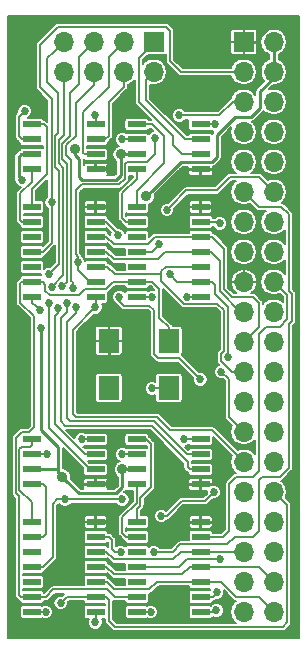
<source format=gtl>
G04 #@! TF.GenerationSoftware,KiCad,Pcbnew,5.0.0-rc2-unknown-06ff563~65~ubuntu18.04.1*
G04 #@! TF.CreationDate,2018-06-29T13:07:05+02:00*
G04 #@! TF.ProjectId,raspi3-4xMCP2517FD,7261737069332D34784D435032353137,rev?*
G04 #@! TF.SameCoordinates,Original*
G04 #@! TF.FileFunction,Copper,L1,Top,Signal*
G04 #@! TF.FilePolarity,Positive*
%FSLAX46Y46*%
G04 Gerber Fmt 4.6, Leading zero omitted, Abs format (unit mm)*
G04 Created by KiCad (PCBNEW 5.0.0-rc2-unknown-06ff563~65~ubuntu18.04.1) date Fri Jun 29 13:07:05 2018*
%MOMM*%
%LPD*%
G01*
G04 APERTURE LIST*
G04 #@! TA.AperFunction,SMDPad,CuDef*
%ADD10R,1.800000X2.000000*%
G04 #@! TD*
G04 #@! TA.AperFunction,ComponentPad*
%ADD11R,1.700000X1.700000*%
G04 #@! TD*
G04 #@! TA.AperFunction,ComponentPad*
%ADD12O,1.700000X1.700000*%
G04 #@! TD*
G04 #@! TA.AperFunction,SMDPad,CuDef*
%ADD13R,1.500000X0.600000*%
G04 #@! TD*
G04 #@! TA.AperFunction,SMDPad,CuDef*
%ADD14R,1.550000X0.600000*%
G04 #@! TD*
G04 #@! TA.AperFunction,ViaPad*
%ADD15C,0.685800*%
G04 #@! TD*
G04 #@! TA.AperFunction,ViaPad*
%ADD16C,0.900000*%
G04 #@! TD*
G04 #@! TA.AperFunction,Conductor*
%ADD17C,0.152400*%
G04 #@! TD*
G04 #@! TA.AperFunction,Conductor*
%ADD18C,0.250000*%
G04 #@! TD*
G04 #@! TA.AperFunction,Conductor*
%ADD19C,0.150000*%
G04 #@! TD*
G04 APERTURE END LIST*
D10*
G04 #@! TO.P,X1,1*
G04 #@! TO.N,N/C*
X90170000Y-54705000D03*
G04 #@! TO.P,X1,2*
G04 #@! TO.N,GND*
X95250000Y-54705000D03*
G04 #@! TO.P,X1,3*
G04 #@! TO.N,CLK-20MHz*
X95250000Y-50705000D03*
G04 #@! TO.P,X1,4*
G04 #@! TO.N,+3V3*
X90170000Y-50705000D03*
G04 #@! TD*
D11*
G04 #@! TO.P,J1,1*
G04 #@! TO.N,+3V3*
X101600000Y-25400000D03*
D12*
G04 #@! TO.P,J1,2*
G04 #@! TO.N,+5V*
X104140000Y-25400000D03*
G04 #@! TO.P,J1,3*
G04 #@! TO.N,MCP1_INT*
X101600000Y-27940000D03*
G04 #@! TO.P,J1,4*
G04 #@! TO.N,+5V*
X104140000Y-27940000D03*
G04 #@! TO.P,J1,5*
G04 #@! TO.N,MCP1_INT0*
X101600000Y-30480000D03*
G04 #@! TO.P,J1,6*
G04 #@! TO.N,GND*
X104140000Y-30480000D03*
G04 #@! TO.P,J1,7*
G04 #@! TO.N,N/C*
X101600000Y-33020000D03*
G04 #@! TO.P,J1,8*
X104140000Y-33020000D03*
G04 #@! TO.P,J1,9*
G04 #@! TO.N,GND*
X101600000Y-35560000D03*
G04 #@! TO.P,J1,10*
G04 #@! TO.N,N/C*
X104140000Y-35560000D03*
G04 #@! TO.P,J1,11*
G04 #@! TO.N,SPI1_CS1*
X101600000Y-38100000D03*
G04 #@! TO.P,J1,12*
G04 #@! TO.N,MCP0_INT*
X104140000Y-38100000D03*
G04 #@! TO.P,J1,13*
G04 #@! TO.N,N/C*
X101600000Y-40640000D03*
G04 #@! TO.P,J1,14*
G04 #@! TO.N,GND*
X104140000Y-40640000D03*
G04 #@! TO.P,J1,15*
G04 #@! TO.N,N/C*
X101600000Y-43180000D03*
G04 #@! TO.P,J1,16*
X104140000Y-43180000D03*
G04 #@! TO.P,J1,17*
G04 #@! TO.N,+3V3*
X101600000Y-45720000D03*
G04 #@! TO.P,J1,18*
G04 #@! TO.N,SPI1_CS0*
X104140000Y-45720000D03*
G04 #@! TO.P,J1,19*
G04 #@! TO.N,SPI0_MOSI*
X101600000Y-48260000D03*
G04 #@! TO.P,J1,20*
G04 #@! TO.N,GND*
X104140000Y-48260000D03*
G04 #@! TO.P,J1,21*
G04 #@! TO.N,SPI0_MISO*
X101600000Y-50800000D03*
G04 #@! TO.P,J1,22*
G04 #@! TO.N,MCP0_INT1*
X104140000Y-50800000D03*
G04 #@! TO.P,J1,23*
G04 #@! TO.N,SPI0_SCK*
X101600000Y-53340000D03*
G04 #@! TO.P,J1,24*
G04 #@! TO.N,SPI0_CS1*
X104140000Y-53340000D03*
G04 #@! TO.P,J1,25*
G04 #@! TO.N,GND*
X101600000Y-55880000D03*
G04 #@! TO.P,J1,26*
G04 #@! TO.N,SPI0_CS0*
X104140000Y-55880000D03*
G04 #@! TO.P,J1,27*
G04 #@! TO.N,MCP0_INT0*
X101600000Y-58420000D03*
G04 #@! TO.P,J1,28*
G04 #@! TO.N,MCP3_INT1*
X104140000Y-58420000D03*
G04 #@! TO.P,J1,29*
G04 #@! TO.N,MCP1_INT1*
X101600000Y-60960000D03*
G04 #@! TO.P,J1,30*
G04 #@! TO.N,GND*
X104140000Y-60960000D03*
G04 #@! TO.P,J1,31*
G04 #@! TO.N,MCP3_INT*
X101600000Y-63500000D03*
G04 #@! TO.P,J1,32*
G04 #@! TO.N,MCP3_INT0*
X104140000Y-63500000D03*
G04 #@! TO.P,J1,33*
G04 #@! TO.N,MCP2_INT*
X101600000Y-66040000D03*
G04 #@! TO.P,J1,34*
G04 #@! TO.N,GND*
X104140000Y-66040000D03*
G04 #@! TO.P,J1,35*
G04 #@! TO.N,SPI1_MISO*
X101600000Y-68580000D03*
G04 #@! TO.P,J1,36*
G04 #@! TO.N,MCP2_INT1*
X104140000Y-68580000D03*
G04 #@! TO.P,J1,37*
G04 #@! TO.N,MCP2_INT0*
X101600000Y-71120000D03*
G04 #@! TO.P,J1,38*
G04 #@! TO.N,SPI1_MOSI*
X104140000Y-71120000D03*
G04 #@! TO.P,J1,39*
G04 #@! TO.N,GND*
X101600000Y-73660000D03*
G04 #@! TO.P,J1,40*
G04 #@! TO.N,SPI1_SCK*
X104140000Y-73660000D03*
G04 #@! TD*
D11*
G04 #@! TO.P,J2,1*
G04 #@! TO.N,CAN0_L*
X93980000Y-25400000D03*
D12*
G04 #@! TO.P,J2,2*
G04 #@! TO.N,CAN0_H*
X93980000Y-27940000D03*
G04 #@! TO.P,J2,3*
G04 #@! TO.N,CAN1_L*
X91440000Y-25400000D03*
G04 #@! TO.P,J2,4*
G04 #@! TO.N,CAN1_H*
X91440000Y-27940000D03*
G04 #@! TO.P,J2,5*
G04 #@! TO.N,CAN2_L*
X88900000Y-25400000D03*
G04 #@! TO.P,J2,6*
G04 #@! TO.N,CAN2_H*
X88900000Y-27940000D03*
G04 #@! TO.P,J2,7*
G04 #@! TO.N,CAN3_L*
X86360000Y-25400000D03*
G04 #@! TO.P,J2,8*
G04 #@! TO.N,CAN3_H*
X86360000Y-27940000D03*
G04 #@! TD*
D13*
G04 #@! TO.P,U1,1*
G04 #@! TO.N,Net-(U1-Pad1)*
X92550000Y-39370000D03*
G04 #@! TO.P,U1,2*
G04 #@! TO.N,Net-(U1-Pad2)*
X92550000Y-40640000D03*
G04 #@! TO.P,U1,3*
G04 #@! TO.N,N/C*
X92550000Y-41910000D03*
G04 #@! TO.P,U1,4*
G04 #@! TO.N,MCP0_INT*
X92550000Y-43180000D03*
G04 #@! TO.P,U1,5*
G04 #@! TO.N,N/C*
X92550000Y-44450000D03*
G04 #@! TO.P,U1,6*
G04 #@! TO.N,CLK-20MHz*
X92550000Y-45720000D03*
G04 #@! TO.P,U1,7*
G04 #@! TO.N,GND*
X92550000Y-46990000D03*
G04 #@! TO.P,U1,8*
G04 #@! TO.N,MCP0_INT1*
X97950000Y-46990000D03*
G04 #@! TO.P,U1,9*
G04 #@! TO.N,MCP0_INT0*
X97950000Y-45720000D03*
G04 #@! TO.P,U1,10*
G04 #@! TO.N,SPI0_SCK*
X97950000Y-44450000D03*
G04 #@! TO.P,U1,11*
G04 #@! TO.N,SPI0_MOSI*
X97950000Y-43180000D03*
G04 #@! TO.P,U1,12*
G04 #@! TO.N,SPI0_MISO*
X97950000Y-41910000D03*
G04 #@! TO.P,U1,13*
G04 #@! TO.N,SPI0_CS0*
X97950000Y-40640000D03*
G04 #@! TO.P,U1,14*
G04 #@! TO.N,+3V3*
X97950000Y-39370000D03*
G04 #@! TD*
G04 #@! TO.P,U2,14*
G04 #@! TO.N,+3V3*
X89060000Y-39370000D03*
G04 #@! TO.P,U2,13*
G04 #@! TO.N,SPI0_CS1*
X89060000Y-40640000D03*
G04 #@! TO.P,U2,12*
G04 #@! TO.N,SPI0_MISO*
X89060000Y-41910000D03*
G04 #@! TO.P,U2,11*
G04 #@! TO.N,SPI0_MOSI*
X89060000Y-43180000D03*
G04 #@! TO.P,U2,10*
G04 #@! TO.N,SPI0_SCK*
X89060000Y-44450000D03*
G04 #@! TO.P,U2,9*
G04 #@! TO.N,MCP1_INT0*
X89060000Y-45720000D03*
G04 #@! TO.P,U2,8*
G04 #@! TO.N,MCP1_INT1*
X89060000Y-46990000D03*
G04 #@! TO.P,U2,7*
G04 #@! TO.N,GND*
X83660000Y-46990000D03*
G04 #@! TO.P,U2,6*
G04 #@! TO.N,CLK-20MHz*
X83660000Y-45720000D03*
G04 #@! TO.P,U2,5*
G04 #@! TO.N,N/C*
X83660000Y-44450000D03*
G04 #@! TO.P,U2,4*
G04 #@! TO.N,MCP1_INT*
X83660000Y-43180000D03*
G04 #@! TO.P,U2,3*
G04 #@! TO.N,N/C*
X83660000Y-41910000D03*
G04 #@! TO.P,U2,2*
G04 #@! TO.N,Net-(U2-Pad2)*
X83660000Y-40640000D03*
G04 #@! TO.P,U2,1*
G04 #@! TO.N,Net-(U2-Pad1)*
X83660000Y-39370000D03*
G04 #@! TD*
G04 #@! TO.P,U3,1*
G04 #@! TO.N,Net-(U3-Pad1)*
X92550000Y-66040000D03*
G04 #@! TO.P,U3,2*
G04 #@! TO.N,Net-(U3-Pad2)*
X92550000Y-67310000D03*
G04 #@! TO.P,U3,3*
G04 #@! TO.N,N/C*
X92550000Y-68580000D03*
G04 #@! TO.P,U3,4*
G04 #@! TO.N,MCP2_INT*
X92550000Y-69850000D03*
G04 #@! TO.P,U3,5*
G04 #@! TO.N,N/C*
X92550000Y-71120000D03*
G04 #@! TO.P,U3,6*
G04 #@! TO.N,CLK-20MHz*
X92550000Y-72390000D03*
G04 #@! TO.P,U3,7*
G04 #@! TO.N,GND*
X92550000Y-73660000D03*
G04 #@! TO.P,U3,8*
G04 #@! TO.N,MCP2_INT1*
X97950000Y-73660000D03*
G04 #@! TO.P,U3,9*
G04 #@! TO.N,MCP2_INT0*
X97950000Y-72390000D03*
G04 #@! TO.P,U3,10*
G04 #@! TO.N,SPI1_SCK*
X97950000Y-71120000D03*
G04 #@! TO.P,U3,11*
G04 #@! TO.N,SPI1_MOSI*
X97950000Y-69850000D03*
G04 #@! TO.P,U3,12*
G04 #@! TO.N,SPI1_MISO*
X97950000Y-68580000D03*
G04 #@! TO.P,U3,13*
G04 #@! TO.N,SPI1_CS0*
X97950000Y-67310000D03*
G04 #@! TO.P,U3,14*
G04 #@! TO.N,+3V3*
X97950000Y-66040000D03*
G04 #@! TD*
G04 #@! TO.P,U4,14*
G04 #@! TO.N,+3V3*
X89060000Y-66040000D03*
G04 #@! TO.P,U4,13*
G04 #@! TO.N,SPI1_CS1*
X89060000Y-67310000D03*
G04 #@! TO.P,U4,12*
G04 #@! TO.N,SPI1_MISO*
X89060000Y-68580000D03*
G04 #@! TO.P,U4,11*
G04 #@! TO.N,SPI1_MOSI*
X89060000Y-69850000D03*
G04 #@! TO.P,U4,10*
G04 #@! TO.N,SPI1_SCK*
X89060000Y-71120000D03*
G04 #@! TO.P,U4,9*
G04 #@! TO.N,MCP3_INT0*
X89060000Y-72390000D03*
G04 #@! TO.P,U4,8*
G04 #@! TO.N,MCP3_INT1*
X89060000Y-73660000D03*
G04 #@! TO.P,U4,7*
G04 #@! TO.N,GND*
X83660000Y-73660000D03*
G04 #@! TO.P,U4,6*
G04 #@! TO.N,CLK-20MHz*
X83660000Y-72390000D03*
G04 #@! TO.P,U4,5*
G04 #@! TO.N,N/C*
X83660000Y-71120000D03*
G04 #@! TO.P,U4,4*
G04 #@! TO.N,MCP3_INT*
X83660000Y-69850000D03*
G04 #@! TO.P,U4,3*
G04 #@! TO.N,N/C*
X83660000Y-68580000D03*
G04 #@! TO.P,U4,2*
G04 #@! TO.N,Net-(U4-Pad2)*
X83660000Y-67310000D03*
G04 #@! TO.P,U4,1*
G04 #@! TO.N,Net-(U4-Pad1)*
X83660000Y-66040000D03*
G04 #@! TD*
D14*
G04 #@! TO.P,U5,8*
G04 #@! TO.N,GND*
X97950000Y-32385000D03*
G04 #@! TO.P,U5,7*
G04 #@! TO.N,CAN0_H*
X97950000Y-33655000D03*
G04 #@! TO.P,U5,6*
G04 #@! TO.N,CAN0_L*
X97950000Y-34925000D03*
G04 #@! TO.P,U5,5*
G04 #@! TO.N,+3V3*
X97950000Y-36195000D03*
G04 #@! TO.P,U5,4*
G04 #@! TO.N,Net-(U1-Pad2)*
X92550000Y-36195000D03*
G04 #@! TO.P,U5,3*
G04 #@! TO.N,+5V*
X92550000Y-34925000D03*
G04 #@! TO.P,U5,2*
G04 #@! TO.N,GND*
X92550000Y-33655000D03*
G04 #@! TO.P,U5,1*
G04 #@! TO.N,Net-(U1-Pad1)*
X92550000Y-32385000D03*
G04 #@! TD*
G04 #@! TO.P,U6,1*
G04 #@! TO.N,Net-(U2-Pad1)*
X83660000Y-32385000D03*
G04 #@! TO.P,U6,2*
G04 #@! TO.N,GND*
X83660000Y-33655000D03*
G04 #@! TO.P,U6,3*
G04 #@! TO.N,+5V*
X83660000Y-34925000D03*
G04 #@! TO.P,U6,4*
G04 #@! TO.N,Net-(U2-Pad2)*
X83660000Y-36195000D03*
G04 #@! TO.P,U6,5*
G04 #@! TO.N,+3V3*
X89060000Y-36195000D03*
G04 #@! TO.P,U6,6*
G04 #@! TO.N,CAN1_L*
X89060000Y-34925000D03*
G04 #@! TO.P,U6,7*
G04 #@! TO.N,CAN1_H*
X89060000Y-33655000D03*
G04 #@! TO.P,U6,8*
G04 #@! TO.N,GND*
X89060000Y-32385000D03*
G04 #@! TD*
G04 #@! TO.P,U7,8*
G04 #@! TO.N,GND*
X97950000Y-59055000D03*
G04 #@! TO.P,U7,7*
G04 #@! TO.N,CAN2_H*
X97950000Y-60325000D03*
G04 #@! TO.P,U7,6*
G04 #@! TO.N,CAN2_L*
X97950000Y-61595000D03*
G04 #@! TO.P,U7,5*
G04 #@! TO.N,+3V3*
X97950000Y-62865000D03*
G04 #@! TO.P,U7,4*
G04 #@! TO.N,Net-(U3-Pad2)*
X92550000Y-62865000D03*
G04 #@! TO.P,U7,3*
G04 #@! TO.N,+5V*
X92550000Y-61595000D03*
G04 #@! TO.P,U7,2*
G04 #@! TO.N,GND*
X92550000Y-60325000D03*
G04 #@! TO.P,U7,1*
G04 #@! TO.N,Net-(U3-Pad1)*
X92550000Y-59055000D03*
G04 #@! TD*
G04 #@! TO.P,U8,1*
G04 #@! TO.N,Net-(U4-Pad1)*
X83660000Y-59055000D03*
G04 #@! TO.P,U8,2*
G04 #@! TO.N,GND*
X83660000Y-60325000D03*
G04 #@! TO.P,U8,3*
G04 #@! TO.N,+5V*
X83660000Y-61595000D03*
G04 #@! TO.P,U8,4*
G04 #@! TO.N,Net-(U4-Pad2)*
X83660000Y-62865000D03*
G04 #@! TO.P,U8,5*
G04 #@! TO.N,+3V3*
X89060000Y-62865000D03*
G04 #@! TO.P,U8,6*
G04 #@! TO.N,CAN3_L*
X89060000Y-61595000D03*
G04 #@! TO.P,U8,7*
G04 #@! TO.N,CAN3_H*
X89060000Y-60325000D03*
G04 #@! TO.P,U8,8*
G04 #@! TO.N,GND*
X89060000Y-59055000D03*
G04 #@! TD*
D15*
G04 #@! TO.N,GND*
X84963000Y-60325000D03*
X96540412Y-59034588D03*
X91313000Y-60325000D03*
X93853000Y-46990000D03*
X99187000Y-32385000D03*
X84836000Y-73660000D03*
X93726000Y-73660012D03*
X87884000Y-59055000D03*
X89026996Y-31623000D03*
X91313000Y-33655000D03*
X83058000Y-31242000D03*
X84328000Y-48133000D03*
X93827500Y-54736996D03*
G04 #@! TO.N,+3V3*
X89535000Y-49021994D03*
D16*
X83058000Y-52705000D03*
X88011000Y-52705000D03*
X92075000Y-56134000D03*
X94869000Y-60198000D03*
X90805000Y-58928004D03*
X99441000Y-66040000D03*
X96266000Y-73025000D03*
X90932000Y-73406000D03*
X90297000Y-66040000D03*
X90297000Y-62865006D03*
X90297000Y-39370000D03*
X99187000Y-39370000D03*
X99314000Y-36195000D03*
X90297000Y-36195000D03*
X95351500Y-29972000D03*
X91668500Y-30480000D03*
X96367492Y-63246000D03*
X98399500Y-48260004D03*
D15*
G04 #@! TO.N,+5V*
X84455004Y-49657000D03*
D16*
X93345892Y-38469339D03*
X91186000Y-34925000D03*
X87284350Y-34452350D03*
D15*
X82804000Y-37084000D03*
D16*
X86232990Y-62230000D03*
X91313000Y-61595006D03*
D15*
G04 #@! TO.N,MCP1_INT*
X85344000Y-38989000D03*
G04 #@! TO.N,MCP1_INT0*
X94083888Y-33551112D03*
X87566510Y-44069000D03*
X96138984Y-31623000D03*
G04 #@! TO.N,MCP1_INT1*
X89027000Y-47879004D03*
G04 #@! TO.N,SPI1_CS1*
X93980004Y-68580000D03*
X91186000Y-68580000D03*
G04 #@! TO.N,MCP3_INT*
X91313000Y-64135000D03*
X94615000Y-65532000D03*
X99075251Y-63515251D03*
X86461500Y-64135000D03*
G04 #@! TO.N,MCP3_INT0*
X86106000Y-72898000D03*
G04 #@! TO.N,MCP3_INT1*
X89027000Y-74549002D03*
G04 #@! TO.N,SPI0_CS1*
X90932000Y-41783000D03*
X91059000Y-46990000D03*
X97916994Y-53975000D03*
G04 #@! TO.N,SPI0_CS0*
X99568000Y-40767000D03*
G04 #@! TO.N,MCP2_INT*
X99568000Y-69215000D03*
G04 #@! TO.N,MCP2_INT0*
X99314000Y-72009000D03*
G04 #@! TO.N,MCP2_INT1*
X99288500Y-73533000D03*
G04 #@! TO.N,MCP0_INT*
X95097500Y-39624000D03*
X94462500Y-42545000D03*
G04 #@! TO.N,MCP0_INT0*
X95313500Y-45085000D03*
X99695000Y-53340000D03*
X100304500Y-52070000D03*
G04 #@! TO.N,MCP0_INT1*
X96773996Y-46990000D03*
G04 #@! TO.N,CAN2_L*
X86623375Y-47492957D03*
X86233000Y-46101000D03*
G04 #@! TO.N,CAN3_L*
X85090000Y-47498000D03*
X85090000Y-45084996D03*
G04 #@! TO.N,CAN3_H*
X85885198Y-47890064D03*
X85394859Y-46111949D03*
G04 #@! TO.N,CAN2_H*
X87376000Y-47879000D03*
X87122000Y-46228000D03*
G04 #@! TD*
D17*
G04 #@! TO.N,GND*
X83660000Y-60325000D02*
X84963000Y-60325000D01*
X97929588Y-59034588D02*
X97950000Y-59055000D01*
X96540412Y-59034588D02*
X97929588Y-59034588D01*
X92550000Y-60325000D02*
X91313000Y-60325000D01*
X92550000Y-46990000D02*
X93853000Y-46990000D01*
X97950000Y-32385000D02*
X99187000Y-32385000D01*
X83660000Y-73660000D02*
X84836000Y-73660000D01*
X93725988Y-73660000D02*
X93726000Y-73660012D01*
X92550000Y-73660000D02*
X93725988Y-73660000D01*
X89060000Y-59055000D02*
X87884000Y-59055000D01*
X89060000Y-32385000D02*
X89060000Y-31656004D01*
X89060000Y-31656004D02*
X89026996Y-31623000D01*
X92550000Y-33655000D02*
X91313000Y-33655000D01*
X82715101Y-31584899D02*
X83058000Y-31242000D01*
X82550000Y-31750000D02*
X82715101Y-31584899D01*
X82550000Y-33401000D02*
X82550000Y-31750000D01*
X83660000Y-33655000D02*
X82804000Y-33655000D01*
X82804000Y-33655000D02*
X82550000Y-33401000D01*
X83985101Y-47790101D02*
X84328000Y-48133000D01*
X83660000Y-46990000D02*
X83660000Y-47465000D01*
X83660000Y-47465000D02*
X83985101Y-47790101D01*
X95250000Y-54705000D02*
X93859496Y-54705000D01*
X93859496Y-54705000D02*
X93827500Y-54736996D01*
G04 #@! TO.N,+3V3*
X90170000Y-49552600D02*
X89639394Y-49021994D01*
X89639394Y-49021994D02*
X89535000Y-49021994D01*
X90170000Y-50705000D02*
X90170000Y-49552600D01*
X89060000Y-36195000D02*
X90297000Y-36195000D01*
D18*
X97950000Y-66040000D02*
X99187000Y-66040000D01*
X97950000Y-66040000D02*
X99441000Y-66040000D01*
X90932000Y-73890933D02*
X90932000Y-73406000D01*
X94232604Y-74422000D02*
X91463067Y-74422000D01*
X91463067Y-74422000D02*
X90932000Y-73890933D01*
X96266000Y-73025000D02*
X95629604Y-73025000D01*
X95629604Y-73025000D02*
X94232604Y-74422000D01*
D17*
X89060000Y-66040000D02*
X90297000Y-66040000D01*
D18*
X89060000Y-62865000D02*
X90296994Y-62865000D01*
X90296994Y-62865000D02*
X90297000Y-62865006D01*
X90297000Y-59436004D02*
X90805000Y-58928004D01*
X90297000Y-62865006D02*
X90297000Y-59436004D01*
X90170000Y-51955000D02*
X90170000Y-52705000D01*
X90170000Y-50705000D02*
X90170000Y-51955000D01*
X88011000Y-52705000D02*
X90170000Y-52705000D01*
X92075000Y-53467000D02*
X92075000Y-55649067D01*
X92075000Y-55649067D02*
X92075000Y-56134000D01*
X90170000Y-52705000D02*
X91313000Y-52705000D01*
X91313000Y-52705000D02*
X92075000Y-53467000D01*
X89060000Y-39370000D02*
X90297000Y-39370000D01*
X97950000Y-39370000D02*
X99187000Y-39370000D01*
D17*
X99656899Y-35852101D02*
X99314000Y-36195000D01*
X105410000Y-24765000D02*
X105410000Y-33528000D01*
X101600000Y-25400000D02*
X102602400Y-25400000D01*
X105410000Y-33528000D02*
X104648000Y-34290000D01*
X101219000Y-34290000D02*
X99656899Y-35852101D01*
X104648000Y-34290000D02*
X101219000Y-34290000D01*
X104775000Y-24130000D02*
X105410000Y-24765000D01*
X103872400Y-24130000D02*
X104775000Y-24130000D01*
X102602400Y-25400000D02*
X103872400Y-24130000D01*
D18*
X97950000Y-36195000D02*
X99314000Y-36195000D01*
X95377000Y-37466930D02*
X95377000Y-37465000D01*
X93726000Y-39117930D02*
X95377000Y-37466930D01*
X90297000Y-39370000D02*
X90297000Y-40006396D01*
X90297000Y-40006396D02*
X91565604Y-41275000D01*
X91565604Y-41275000D02*
X93464322Y-41275000D01*
X93464322Y-41275000D02*
X93726000Y-41013322D01*
X93726000Y-41013322D02*
X93726000Y-39117930D01*
X96648930Y-36195000D02*
X97950000Y-36195000D01*
X95377000Y-37466930D02*
X96648930Y-36195000D01*
X96113500Y-29210000D02*
X102463500Y-29210000D01*
X102463500Y-29210000D02*
X102971500Y-28702000D01*
X102971500Y-28702000D02*
X102971500Y-25671500D01*
X102700000Y-25400000D02*
X101600000Y-25400000D01*
X95351500Y-29972000D02*
X96113500Y-29210000D01*
X102971500Y-25671500D02*
X102700000Y-25400000D01*
X96748492Y-62865000D02*
X96367492Y-63246000D01*
X97950000Y-62865000D02*
X96748492Y-62865000D01*
X91508005Y-67887401D02*
X93885099Y-67887401D01*
X90297000Y-66040000D02*
X90297000Y-66676396D01*
X90297000Y-66676396D02*
X91508005Y-67887401D01*
X95732500Y-66040000D02*
X97950000Y-66040000D01*
X93885099Y-67887401D02*
X95732500Y-66040000D01*
X92075000Y-56134000D02*
X97328860Y-56134000D01*
X97328860Y-56134000D02*
X98780500Y-54682360D01*
X98399500Y-52962546D02*
X98399500Y-48896400D01*
X98780500Y-54682360D02*
X98780500Y-53343546D01*
X98399500Y-48896400D02*
X98399500Y-48260004D01*
X98780500Y-53343546D02*
X98399500Y-52962546D01*
X90652500Y-31496000D02*
X91668500Y-30480000D01*
X90652500Y-34036000D02*
X90652500Y-31496000D01*
X90297000Y-36195000D02*
X90297000Y-34391500D01*
X90297000Y-34391500D02*
X90652500Y-34036000D01*
G04 #@! TO.N,+5V*
X104140000Y-25400000D02*
X104140000Y-27940000D01*
X93345000Y-38470231D02*
X93345892Y-38469339D01*
X93345000Y-38481000D02*
X93345000Y-38470231D01*
X91186000Y-34925000D02*
X92550000Y-34925000D01*
X91186000Y-36703000D02*
X90805000Y-37084000D01*
X87884000Y-37084000D02*
X87630000Y-36830000D01*
X87630000Y-36830000D02*
X87630000Y-35306000D01*
X87284350Y-34960350D02*
X87284350Y-34452350D01*
X91186000Y-34925000D02*
X91186000Y-36703000D01*
X90805000Y-37084000D02*
X87884000Y-37084000D01*
X87630000Y-35306000D02*
X87284350Y-34960350D01*
X85852000Y-60295954D02*
X85852000Y-61595000D01*
X85852000Y-59690000D02*
X85852000Y-60295954D01*
X84455004Y-49657000D02*
X84455004Y-58293004D01*
X84455004Y-58293004D02*
X85852000Y-59690000D01*
X83660000Y-61595000D02*
X85852000Y-61595000D01*
X85852000Y-61595000D02*
X85852000Y-61849010D01*
X85890091Y-61887101D02*
X86232990Y-62230000D01*
X85852000Y-61849010D02*
X85890091Y-61887101D01*
X92549994Y-61595006D02*
X92550000Y-61595000D01*
X91313000Y-61595006D02*
X92549994Y-61595006D01*
X87629990Y-63627000D02*
X86575889Y-62572899D01*
X90805000Y-63627000D02*
X87629990Y-63627000D01*
X91313000Y-61595006D02*
X91313000Y-63119000D01*
X86575889Y-62572899D02*
X86232990Y-62230000D01*
X91313000Y-63119000D02*
X90805000Y-63627000D01*
X82550000Y-36830000D02*
X82804000Y-37084000D01*
X83660000Y-34925000D02*
X82778500Y-34925000D01*
X82550000Y-35153500D02*
X82550000Y-36830000D01*
X82778500Y-34925000D02*
X82550000Y-35153500D01*
X93795891Y-38019340D02*
X93345892Y-38469339D01*
X98933000Y-35560000D02*
X96255231Y-35560000D01*
X99314000Y-35179000D02*
X98933000Y-35560000D01*
X96255231Y-35560000D02*
X93795891Y-38019340D01*
X99314000Y-33274000D02*
X99314000Y-35179000D01*
X104140000Y-28422500D02*
X102971500Y-29591000D01*
X102971500Y-29591000D02*
X102971500Y-30988000D01*
X102971500Y-30988000D02*
X102209500Y-31750000D01*
X104140000Y-27940000D02*
X104140000Y-28422500D01*
X102209500Y-31750000D02*
X100838000Y-31750000D01*
X100838000Y-31750000D02*
X99314000Y-33274000D01*
D17*
G04 #@! TO.N,MCP1_INT*
X85344000Y-42398400D02*
X85344000Y-38989000D01*
X83660000Y-43180000D02*
X84562400Y-43180000D01*
X84562400Y-43180000D02*
X85344000Y-42398400D01*
X85344000Y-38504067D02*
X85344000Y-38989000D01*
X85331254Y-30213254D02*
X85331254Y-38491321D01*
X84328000Y-29210000D02*
X85331254Y-30213254D01*
X96266000Y-27940000D02*
X95377000Y-27051000D01*
X101600000Y-27940000D02*
X96266000Y-27940000D01*
X84328000Y-25654000D02*
X84328000Y-29210000D01*
X95377000Y-27051000D02*
X95377000Y-24511000D01*
X85331254Y-38491321D02*
X85344000Y-38504067D01*
X95377000Y-24511000D02*
X94996000Y-24130000D01*
X94996000Y-24130000D02*
X85852000Y-24130000D01*
X85852000Y-24130000D02*
X84328000Y-25654000D01*
G04 #@! TO.N,MCP1_INT0*
X88610000Y-45720000D02*
X87566510Y-44676510D01*
X87566510Y-44553933D02*
X87566510Y-44069000D01*
X87566510Y-44676510D02*
X87566510Y-44553933D01*
X89060000Y-45720000D02*
X88610000Y-45720000D01*
X87884000Y-37465000D02*
X87376000Y-37973000D01*
X91694000Y-35560000D02*
X91539611Y-35714389D01*
X91539611Y-35714389D02*
X91539611Y-36984389D01*
X91539611Y-36984389D02*
X91059000Y-37465000D01*
X87566510Y-43584067D02*
X87566510Y-44069000D01*
X87376000Y-43393557D02*
X87566510Y-43584067D01*
X94083888Y-34877594D02*
X93401482Y-35560000D01*
X94083888Y-33551112D02*
X94083888Y-34877594D01*
X91059000Y-37465000D02*
X87884000Y-37465000D01*
X87376000Y-37973000D02*
X87376000Y-43393557D01*
X93401482Y-35560000D02*
X91694000Y-35560000D01*
X99542500Y-31623000D02*
X96623917Y-31623000D01*
X101600000Y-30480000D02*
X100685500Y-30480000D01*
X96623917Y-31623000D02*
X96138984Y-31623000D01*
X100685500Y-30480000D02*
X99542500Y-31623000D01*
G04 #@! TO.N,MCP1_INT1*
X89060000Y-47442400D02*
X89060000Y-46990000D01*
X89060000Y-47846000D02*
X88861899Y-48044101D01*
X89060000Y-46990000D02*
X89060000Y-47846000D01*
X89060000Y-47846000D02*
X89027000Y-47879000D01*
X89027000Y-47879000D02*
X89027000Y-47879004D01*
X87122000Y-49784004D02*
X89027000Y-47879004D01*
X98933000Y-58293000D02*
X95377000Y-58293000D01*
X101600000Y-60960000D02*
X98933000Y-58293000D01*
X95377000Y-58293000D02*
X94234000Y-57150000D01*
X87122000Y-56896000D02*
X87122000Y-49784004D01*
X94234000Y-57150000D02*
X87376000Y-57150000D01*
X87376000Y-57150000D02*
X87122000Y-56896000D01*
G04 #@! TO.N,SPI1_CS1*
X90424000Y-68302933D02*
X90424000Y-67564000D01*
X91186000Y-68580000D02*
X90701067Y-68580000D01*
X90170000Y-67310000D02*
X89060000Y-67310000D01*
X90424000Y-67564000D02*
X90170000Y-67310000D01*
X90701067Y-68580000D02*
X90424000Y-68302933D01*
X102449999Y-38949999D02*
X101600000Y-38100000D01*
X102870000Y-39370000D02*
X102449999Y-38949999D01*
X102362000Y-67310000D02*
X102870000Y-66802000D01*
X93980004Y-68580000D02*
X95605500Y-68580000D01*
X105410000Y-49276000D02*
X105664000Y-49022000D01*
X105664000Y-46736000D02*
X105410000Y-46482000D01*
X100203000Y-67945000D02*
X100838000Y-67310000D01*
X96240500Y-67945000D02*
X100203000Y-67945000D01*
X100838000Y-67310000D02*
X102362000Y-67310000D01*
X105410000Y-46482000D02*
X105410000Y-40005000D01*
X95605500Y-68580000D02*
X96240500Y-67945000D01*
X102870000Y-66802000D02*
X102870000Y-62484000D01*
X104775000Y-39370000D02*
X102870000Y-39370000D01*
X102870000Y-62484000D02*
X103124000Y-62230000D01*
X103124000Y-62230000D02*
X104648000Y-62230000D01*
X104648000Y-62230000D02*
X105410000Y-61468000D01*
X105410000Y-61468000D02*
X105410000Y-49276000D01*
X105664000Y-49022000D02*
X105664000Y-46736000D01*
X105410000Y-40005000D02*
X104775000Y-39370000D01*
G04 #@! TO.N,MCP3_INT*
X98732352Y-63858150D02*
X99075251Y-63515251D01*
X96339431Y-64292502D02*
X98298000Y-64292502D01*
X95099933Y-65532000D02*
X96339431Y-64292502D01*
X94615000Y-65532000D02*
X95099933Y-65532000D01*
X98298000Y-64292502D02*
X98732352Y-63858150D01*
X91313000Y-64135000D02*
X86461500Y-64135000D01*
X84562400Y-69850000D02*
X85445500Y-68966900D01*
X83660000Y-69850000D02*
X84562400Y-69850000D01*
X85445500Y-68966900D02*
X85445500Y-64516000D01*
X85445500Y-64516000D02*
X85826500Y-64135000D01*
X85826500Y-64135000D02*
X86461500Y-64135000D01*
G04 #@! TO.N,MCP3_INT0*
X86448899Y-72555101D02*
X86106000Y-72898000D01*
X86614000Y-72390000D02*
X86448899Y-72555101D01*
X89060000Y-72390000D02*
X86614000Y-72390000D01*
X105283000Y-64643000D02*
X104140000Y-63500000D01*
X89916000Y-72390000D02*
X90170000Y-72644000D01*
X89060000Y-72390000D02*
X89916000Y-72390000D01*
X90678000Y-74930000D02*
X104897396Y-74930000D01*
X90170000Y-72644000D02*
X90170000Y-74422000D01*
X90170000Y-74422000D02*
X90678000Y-74930000D01*
X105283000Y-74544396D02*
X105283000Y-64643000D01*
X104897396Y-74930000D02*
X105283000Y-74544396D01*
G04 #@! TO.N,MCP3_INT1*
X89060000Y-74516002D02*
X89027000Y-74549002D01*
X89060000Y-73660000D02*
X89060000Y-74516002D01*
G04 #@! TO.N,SPI1_CS0*
X105283000Y-46863000D02*
X104140000Y-45720000D01*
X105283000Y-48895000D02*
X105283000Y-46863000D01*
X104648000Y-49530000D02*
X105283000Y-48895000D01*
X103505000Y-49530000D02*
X104648000Y-49530000D01*
X102870000Y-50165000D02*
X103505000Y-49530000D01*
X99822000Y-67310000D02*
X100330000Y-66802000D01*
X97950000Y-67310000D02*
X99822000Y-67310000D01*
X100330000Y-62865000D02*
X100965000Y-62230000D01*
X100330000Y-66802000D02*
X100330000Y-62865000D01*
X100965000Y-62230000D02*
X102362000Y-62230000D01*
X102870000Y-61722000D02*
X102870000Y-50165000D01*
X102362000Y-62230000D02*
X102870000Y-61722000D01*
G04 #@! TO.N,SPI0_MOSI*
X98806000Y-43180000D02*
X97950000Y-43180000D01*
X99568000Y-43942000D02*
X98806000Y-43180000D01*
X99568000Y-46507500D02*
X99568000Y-43942000D01*
X101600000Y-48260000D02*
X101320500Y-48260000D01*
X101320500Y-48260000D02*
X99568000Y-46507500D01*
X89962400Y-43180000D02*
X89060000Y-43180000D01*
X94335500Y-43815000D02*
X90597400Y-43815000D01*
X90597400Y-43815000D02*
X89962400Y-43180000D01*
X97950000Y-43180000D02*
X94970500Y-43180000D01*
X94970500Y-43180000D02*
X94335500Y-43815000D01*
G04 #@! TO.N,SPI0_MISO*
X98933000Y-41910000D02*
X97950000Y-41910000D01*
X101600000Y-50800000D02*
X102870000Y-49530000D01*
X102870000Y-47498000D02*
X102362000Y-46990000D01*
X102362000Y-46990000D02*
X100584000Y-46990000D01*
X100584000Y-46990000D02*
X99949000Y-46355000D01*
X99949000Y-42926000D02*
X98933000Y-41910000D01*
X102870000Y-49530000D02*
X102870000Y-47498000D01*
X99949000Y-46355000D02*
X99949000Y-42926000D01*
X89962400Y-41910000D02*
X89060000Y-41910000D01*
X93472000Y-42545000D02*
X90597400Y-42545000D01*
X94107000Y-41910000D02*
X93472000Y-42545000D01*
X90597400Y-42545000D02*
X89962400Y-41910000D01*
X97950000Y-41910000D02*
X94107000Y-41910000D01*
G04 #@! TO.N,SPI0_SCK*
X94996000Y-44450000D02*
X94615000Y-44831000D01*
X97950000Y-44450000D02*
X94996000Y-44450000D01*
X90043000Y-44450000D02*
X89060000Y-44450000D01*
X90678000Y-45085000D02*
X90043000Y-44450000D01*
X94615000Y-44831000D02*
X94615000Y-45085000D01*
X94615000Y-45085000D02*
X90678000Y-45085000D01*
X99669500Y-52407822D02*
X100601678Y-53340000D01*
X100601678Y-53340000D02*
X101600000Y-53340000D01*
X99669500Y-51816000D02*
X99669500Y-52407822D01*
X99923500Y-48133000D02*
X99923500Y-51562000D01*
X94615000Y-44831000D02*
X94615000Y-45676826D01*
X99371897Y-47581397D02*
X99923500Y-48133000D01*
X94615000Y-45676826D02*
X96519571Y-47581397D01*
X96519571Y-47581397D02*
X99371897Y-47581397D01*
X99923500Y-51562000D02*
X99669500Y-51816000D01*
G04 #@! TO.N,SPI0_CS1*
X89060000Y-40640000D02*
X89916000Y-40640000D01*
X90932000Y-41656000D02*
X90932000Y-41783000D01*
X89916000Y-40640000D02*
X90932000Y-41656000D01*
X91059000Y-47371000D02*
X91059000Y-46990000D01*
X91440000Y-47752000D02*
X91059000Y-47371000D01*
X96138994Y-52197000D02*
X94361000Y-52197000D01*
X93980000Y-51816000D02*
X93980000Y-48133000D01*
X97916994Y-53975000D02*
X96138994Y-52197000D01*
X94361000Y-52197000D02*
X93980000Y-51816000D01*
X93980000Y-48133000D02*
X93599000Y-47752000D01*
X93599000Y-47752000D02*
X91440000Y-47752000D01*
G04 #@! TO.N,SPI0_CS0*
X97950000Y-40640000D02*
X99441000Y-40640000D01*
X99441000Y-40640000D02*
X99568000Y-40767000D01*
G04 #@! TO.N,MCP2_INT*
X99083067Y-69215000D02*
X99568000Y-69215000D01*
X96774000Y-69215000D02*
X99083067Y-69215000D01*
X92550000Y-69850000D02*
X96139000Y-69850000D01*
X96139000Y-69850000D02*
X96774000Y-69215000D01*
G04 #@! TO.N,MCP2_INT0*
X98933000Y-72390000D02*
X98971101Y-72351899D01*
X97950000Y-72390000D02*
X98933000Y-72390000D01*
X98971101Y-72351899D02*
X99314000Y-72009000D01*
G04 #@! TO.N,MCP2_INT1*
X99161500Y-73660000D02*
X99288500Y-73533000D01*
X97950000Y-73660000D02*
X99161500Y-73660000D01*
G04 #@! TO.N,MCP0_INT*
X96748500Y-37973000D02*
X95440399Y-39281101D01*
X102870000Y-36830000D02*
X100457000Y-36830000D01*
X104140000Y-38100000D02*
X102870000Y-36830000D01*
X95440399Y-39281101D02*
X95097500Y-39624000D01*
X100457000Y-36830000D02*
X99314000Y-37973000D01*
X99314000Y-37973000D02*
X96748500Y-37973000D01*
X92550000Y-43180000D02*
X93827500Y-43180000D01*
X93827500Y-43180000D02*
X94119601Y-42887899D01*
X94119601Y-42887899D02*
X94462500Y-42545000D01*
G04 #@! TO.N,MCP0_INT0*
X95948500Y-45720000D02*
X95313500Y-45085000D01*
X97950000Y-45720000D02*
X95948500Y-45720000D01*
X101600000Y-58420000D02*
X100330000Y-57150000D01*
X100330000Y-53975000D02*
X99695000Y-53340000D01*
X100330000Y-57150000D02*
X100330000Y-53975000D01*
X100304500Y-51585067D02*
X100304500Y-52070000D01*
X100304500Y-47879000D02*
X100304500Y-51585067D01*
X99161500Y-46736000D02*
X100304500Y-47879000D01*
X99161500Y-45974000D02*
X99161500Y-46736000D01*
X97950000Y-45720000D02*
X98907500Y-45720000D01*
X98907500Y-45720000D02*
X99161500Y-45974000D01*
G04 #@! TO.N,MCP0_INT1*
X97950000Y-46990000D02*
X96773996Y-46990000D01*
G04 #@! TO.N,SPI1_MISO*
X98852400Y-68580000D02*
X101600000Y-68580000D01*
X97950000Y-68580000D02*
X98852400Y-68580000D01*
X90597400Y-69215000D02*
X89962400Y-68580000D01*
X89962400Y-68580000D02*
X89060000Y-68580000D01*
X95631000Y-69215000D02*
X90597400Y-69215000D01*
X97950000Y-68580000D02*
X96266000Y-68580000D01*
X96266000Y-68580000D02*
X95631000Y-69215000D01*
G04 #@! TO.N,SPI1_MOSI*
X89962400Y-69850000D02*
X89060000Y-69850000D01*
X90597400Y-70485000D02*
X89962400Y-69850000D01*
X97950000Y-69850000D02*
X97028000Y-69850000D01*
X96393000Y-70485000D02*
X90597400Y-70485000D01*
X97028000Y-69850000D02*
X96393000Y-70485000D01*
X102870000Y-69850000D02*
X104140000Y-71120000D01*
X97950000Y-69850000D02*
X102870000Y-69850000D01*
G04 #@! TO.N,SPI1_SCK*
X100965000Y-72390000D02*
X102870000Y-72390000D01*
X97950000Y-71120000D02*
X99695000Y-71120000D01*
X102870000Y-72390000D02*
X104140000Y-73660000D01*
X99695000Y-71120000D02*
X100965000Y-72390000D01*
X90017500Y-71120000D02*
X89060000Y-71120000D01*
X90652500Y-71755000D02*
X90017500Y-71120000D01*
X93599000Y-71755000D02*
X90652500Y-71755000D01*
X97950000Y-71120000D02*
X94234000Y-71120000D01*
X94234000Y-71120000D02*
X93599000Y-71755000D01*
G04 #@! TO.N,CAN0_L*
X93980000Y-25527000D02*
X93980000Y-25400000D01*
X95605500Y-33375500D02*
X92710000Y-30480000D01*
X97950000Y-34925000D02*
X96367500Y-34925000D01*
X95605500Y-34163000D02*
X95605500Y-33375500D01*
X96367500Y-34925000D02*
X95605500Y-34163000D01*
X92710000Y-30480000D02*
X92710000Y-26797000D01*
X92710000Y-26797000D02*
X93980000Y-25527000D01*
G04 #@! TO.N,CAN1_L*
X88138000Y-34925000D02*
X88011000Y-34798000D01*
X90170000Y-26670000D02*
X90590001Y-26249999D01*
X89060000Y-34925000D02*
X88138000Y-34925000D01*
X88011000Y-34798000D02*
X88011000Y-31369000D01*
X90590001Y-26249999D02*
X91440000Y-25400000D01*
X88011000Y-31369000D02*
X90170000Y-29210000D01*
X90170000Y-29210000D02*
X90170000Y-26670000D01*
G04 #@! TO.N,CAN2_L*
X88050001Y-26249999D02*
X88900000Y-25400000D01*
X87630000Y-26670000D02*
X88050001Y-26249999D01*
X87630000Y-28956000D02*
X87630000Y-26670000D01*
X86639378Y-45694622D02*
X86639378Y-35712378D01*
X86245687Y-35318687D02*
X86245687Y-34023313D01*
X86233000Y-46101000D02*
X86639378Y-45694622D01*
X86868000Y-33401000D02*
X86868000Y-29718000D01*
X86639378Y-35712378D02*
X86245687Y-35318687D01*
X86868000Y-29718000D02*
X87630000Y-28956000D01*
X86245687Y-34023313D02*
X86868000Y-33401000D01*
X97022600Y-61595000D02*
X97950000Y-61595000D01*
X96840000Y-61412400D02*
X97022600Y-61595000D01*
X96840000Y-60960000D02*
X96840000Y-61412400D01*
X93792000Y-57912000D02*
X96840000Y-60960000D01*
X86614000Y-47502332D02*
X86614000Y-48260000D01*
X86614000Y-48260000D02*
X86106000Y-48768000D01*
X86106000Y-48768000D02*
X86106000Y-57531000D01*
X86106000Y-57531000D02*
X86487000Y-57912000D01*
X86623375Y-47492957D02*
X86614000Y-47502332D01*
X86487000Y-57912000D02*
X93792000Y-57912000D01*
G04 #@! TO.N,CAN3_L*
X85979000Y-25781000D02*
X86360000Y-25400000D01*
X85510001Y-26249999D02*
X86360000Y-25400000D01*
X84963000Y-26797000D02*
X85510001Y-26249999D01*
X85852000Y-29718000D02*
X84963000Y-28829000D01*
X85979000Y-44195996D02*
X85979000Y-36322000D01*
X84963000Y-28829000D02*
X84963000Y-26797000D01*
X85979000Y-36322000D02*
X85636065Y-35979065D01*
X85090000Y-45084996D02*
X85979000Y-44195996D01*
X85636065Y-35979065D02*
X85636065Y-33362935D01*
X85636065Y-33362935D02*
X85852000Y-33147000D01*
X85852000Y-33147000D02*
X85852000Y-29718000D01*
X85090000Y-58100000D02*
X85090000Y-47982933D01*
X85090000Y-47982933D02*
X85090000Y-47498000D01*
X89060000Y-61595000D02*
X88585000Y-61595000D01*
X88585000Y-61595000D02*
X85090000Y-58100000D01*
G04 #@! TO.N,CAN3_H*
X85940876Y-33693124D02*
X86360000Y-33274000D01*
X85940876Y-35648876D02*
X85940876Y-33693124D01*
X86334567Y-36042567D02*
X85940876Y-35648876D01*
X85394859Y-46111949D02*
X86334567Y-45172241D01*
X86360000Y-33274000D02*
X86360000Y-27940000D01*
X86334567Y-45172241D02*
X86334567Y-36042567D01*
X85598000Y-48641000D02*
X85885198Y-48353802D01*
X85885198Y-48353802D02*
X85885198Y-47890064D01*
X89060000Y-60325000D02*
X88138000Y-60325000D01*
X85598000Y-57785000D02*
X85598000Y-48641000D01*
X88138000Y-60325000D02*
X85598000Y-57785000D01*
G04 #@! TO.N,CAN2_H*
X96774000Y-60325000D02*
X97950000Y-60325000D01*
X87376000Y-47879000D02*
X87376000Y-48363933D01*
X86614000Y-49125933D02*
X86614000Y-57277000D01*
X86614000Y-57277000D02*
X86868000Y-57531000D01*
X86868000Y-57531000D02*
X93980000Y-57531000D01*
X87376000Y-48363933D02*
X86614000Y-49125933D01*
X93980000Y-57531000D02*
X96774000Y-60325000D01*
X88900000Y-29083000D02*
X88900000Y-27940000D01*
X87376000Y-30607000D02*
X88900000Y-29083000D01*
X87376000Y-33324067D02*
X87376000Y-30607000D01*
X86550498Y-34988498D02*
X86550498Y-34149569D01*
X87122000Y-46228000D02*
X87122000Y-45743067D01*
X86995000Y-45616067D02*
X86995000Y-35433000D01*
X86995000Y-35433000D02*
X86550498Y-34988498D01*
X87122000Y-45743067D02*
X86995000Y-45616067D01*
X86550498Y-34149569D02*
X87376000Y-33324067D01*
G04 #@! TO.N,CAN1_H*
X91440000Y-29210000D02*
X91440000Y-27940000D01*
X90170000Y-30480000D02*
X91440000Y-29210000D01*
X89060000Y-33655000D02*
X89890500Y-33655000D01*
X90170000Y-33375500D02*
X90170000Y-30480000D01*
X89890500Y-33655000D02*
X90170000Y-33375500D01*
G04 #@! TO.N,CAN0_H*
X96647000Y-33655000D02*
X97950000Y-33655000D01*
X93345000Y-30353000D02*
X96647000Y-33655000D01*
X93980000Y-27940000D02*
X93345000Y-28575000D01*
X93345000Y-28575000D02*
X93345000Y-30353000D01*
G04 #@! TO.N,Net-(U1-Pad1)*
X93853000Y-32385000D02*
X92550000Y-32385000D01*
X94869000Y-33401000D02*
X93853000Y-32385000D01*
X94869000Y-35687000D02*
X94869000Y-33401000D01*
X92550000Y-39370000D02*
X92550000Y-38006000D01*
X92550000Y-38006000D02*
X94869000Y-35687000D01*
G04 #@! TO.N,Net-(U1-Pad2)*
X92550000Y-36990000D02*
X92550000Y-36195000D01*
X91313000Y-40305400D02*
X91313000Y-38227000D01*
X91313000Y-38227000D02*
X92550000Y-36990000D01*
X92550000Y-40640000D02*
X91647600Y-40640000D01*
X91647600Y-40640000D02*
X91313000Y-40305400D01*
G04 #@! TO.N,CLK-20MHz*
X93853000Y-45720000D02*
X93452400Y-45720000D01*
X94437189Y-46304189D02*
X93853000Y-45720000D01*
X93452400Y-45720000D02*
X92550000Y-45720000D01*
X95250000Y-50705000D02*
X95250000Y-49552600D01*
X95250000Y-49552600D02*
X94437189Y-48739789D01*
X94437189Y-48739789D02*
X94437189Y-46304189D01*
X84836000Y-72390000D02*
X83660000Y-72390000D01*
X90043000Y-71755000D02*
X85471000Y-71755000D01*
X85471000Y-71755000D02*
X84836000Y-72390000D01*
X92550000Y-72390000D02*
X90678000Y-72390000D01*
X90678000Y-72390000D02*
X90043000Y-71755000D01*
X82677000Y-45847000D02*
X82804000Y-45720000D01*
X83820000Y-48641000D02*
X82677000Y-47498000D01*
X83820000Y-58039000D02*
X83820000Y-48641000D01*
X82808518Y-58420000D02*
X83439000Y-58420000D01*
X82757600Y-72390000D02*
X82550000Y-72182400D01*
X82296000Y-58932518D02*
X82808518Y-58420000D01*
X82804000Y-45720000D02*
X83660000Y-45720000D01*
X83660000Y-72390000D02*
X82757600Y-72390000D01*
X82677000Y-47498000D02*
X82677000Y-45847000D01*
X82550000Y-72182400D02*
X82550000Y-63881000D01*
X83439000Y-58420000D02*
X83820000Y-58039000D01*
X82550000Y-63881000D02*
X82296000Y-63627000D01*
X82296000Y-63627000D02*
X82296000Y-58932518D01*
X90551000Y-45720000D02*
X92550000Y-45720000D01*
X89916000Y-46355000D02*
X90551000Y-45720000D01*
X84562400Y-45720000D02*
X84810500Y-45968100D01*
X88138000Y-46355000D02*
X89916000Y-46355000D01*
X83660000Y-45720000D02*
X84562400Y-45720000D01*
X84810500Y-46482000D02*
X85191500Y-46863000D01*
X85191500Y-46863000D02*
X87630000Y-46863000D01*
X84810500Y-45968100D02*
X84810500Y-46482000D01*
X87630000Y-46863000D02*
X88138000Y-46355000D01*
G04 #@! TO.N,Net-(U2-Pad2)*
X83660000Y-37244000D02*
X83660000Y-36195000D01*
X82677000Y-38227000D02*
X83660000Y-37244000D01*
X82677000Y-40513000D02*
X82677000Y-38227000D01*
X83660000Y-40640000D02*
X82804000Y-40640000D01*
X82804000Y-40640000D02*
X82677000Y-40513000D01*
G04 #@! TO.N,Net-(U2-Pad1)*
X84709000Y-32385000D02*
X83660000Y-32385000D01*
X84963000Y-32639000D02*
X84709000Y-32385000D01*
X83660000Y-39370000D02*
X83660000Y-37879000D01*
X84963000Y-36576000D02*
X84963000Y-32639000D01*
X83660000Y-37879000D02*
X84963000Y-36576000D01*
G04 #@! TO.N,Net-(U3-Pad1)*
X93345000Y-59055000D02*
X92550000Y-59055000D01*
X93726000Y-59436000D02*
X93345000Y-59055000D01*
X93726000Y-63119000D02*
X93726000Y-59436000D01*
X92550000Y-66040000D02*
X92550000Y-64973178D01*
X92837000Y-64566066D02*
X92854810Y-64548256D01*
X92854810Y-63990190D02*
X93726000Y-63119000D01*
X92550000Y-64973178D02*
X92837000Y-64686178D01*
X92854810Y-64548256D02*
X92854810Y-63990190D01*
X92837000Y-64686178D02*
X92837000Y-64566066D01*
G04 #@! TO.N,Net-(U3-Pad2)*
X91313000Y-65659000D02*
X92550000Y-64422000D01*
X92550000Y-64422000D02*
X92550000Y-62865000D01*
X91313000Y-66975400D02*
X91313000Y-65659000D01*
X92550000Y-67310000D02*
X91647600Y-67310000D01*
X91647600Y-67310000D02*
X91313000Y-66975400D01*
G04 #@! TO.N,Net-(U4-Pad2)*
X84562400Y-67310000D02*
X83660000Y-67310000D01*
X84836000Y-67036400D02*
X84562400Y-67310000D01*
X84836000Y-63113600D02*
X84836000Y-67036400D01*
X84587400Y-62865000D02*
X84836000Y-63113600D01*
X83660000Y-62865000D02*
X84587400Y-62865000D01*
G04 #@! TO.N,Net-(U4-Pad1)*
X83660000Y-66040000D02*
X83660000Y-64351482D01*
X82600810Y-59897708D02*
X82808518Y-59690000D01*
X83660000Y-64351482D02*
X82600810Y-63292292D01*
X82600810Y-63292292D02*
X82600810Y-59897708D01*
X83660000Y-59507400D02*
X83660000Y-59055000D01*
X82808518Y-59690000D02*
X83477400Y-59690000D01*
X83477400Y-59690000D02*
X83660000Y-59507400D01*
G04 #@! TD*
D19*
G04 #@! TO.N,+3V3*
G36*
X106305001Y-75825000D02*
X81655000Y-75825000D01*
X81655000Y-73360000D01*
X82629613Y-73360000D01*
X82629613Y-73960000D01*
X82650956Y-74067299D01*
X82711736Y-74158264D01*
X82802701Y-74219044D01*
X82910000Y-74240387D01*
X84410000Y-74240387D01*
X84517299Y-74219044D01*
X84537850Y-74205312D01*
X84713092Y-74277900D01*
X84958908Y-74277900D01*
X85186012Y-74183830D01*
X85359830Y-74010012D01*
X85453900Y-73782908D01*
X85453900Y-73537092D01*
X85359830Y-73309988D01*
X85186012Y-73136170D01*
X84958908Y-73042100D01*
X84713092Y-73042100D01*
X84537850Y-73114688D01*
X84517299Y-73100956D01*
X84410000Y-73079613D01*
X82910000Y-73079613D01*
X82802701Y-73100956D01*
X82711736Y-73161736D01*
X82650956Y-73252701D01*
X82629613Y-73360000D01*
X81655000Y-73360000D01*
X81655000Y-58932518D01*
X81937920Y-58932518D01*
X81944801Y-58967110D01*
X81944800Y-63592413D01*
X81937920Y-63627000D01*
X81944800Y-63661587D01*
X81965177Y-63764030D01*
X82042799Y-63880200D01*
X82072122Y-63899793D01*
X82198801Y-64026473D01*
X82198800Y-72147813D01*
X82191920Y-72182400D01*
X82198800Y-72216987D01*
X82219177Y-72319430D01*
X82296799Y-72435600D01*
X82326123Y-72455194D01*
X82484804Y-72613875D01*
X82504399Y-72643201D01*
X82620569Y-72720823D01*
X82636369Y-72723966D01*
X82650956Y-72797299D01*
X82711736Y-72888264D01*
X82802701Y-72949044D01*
X82910000Y-72970387D01*
X84410000Y-72970387D01*
X84517299Y-72949044D01*
X84608264Y-72888264D01*
X84669044Y-72797299D01*
X84680203Y-72741200D01*
X84801413Y-72741200D01*
X84836000Y-72748080D01*
X84870587Y-72741200D01*
X84870588Y-72741200D01*
X84973031Y-72720823D01*
X85089201Y-72643201D01*
X85108796Y-72613875D01*
X85616472Y-72106200D01*
X86406594Y-72106200D01*
X86360799Y-72136799D01*
X86341204Y-72166125D01*
X86227229Y-72280100D01*
X85983092Y-72280100D01*
X85755988Y-72374170D01*
X85582170Y-72547988D01*
X85488100Y-72775092D01*
X85488100Y-73020908D01*
X85582170Y-73248012D01*
X85755988Y-73421830D01*
X85983092Y-73515900D01*
X86228908Y-73515900D01*
X86456012Y-73421830D01*
X86629830Y-73248012D01*
X86723900Y-73020908D01*
X86723900Y-72776771D01*
X86759471Y-72741200D01*
X88039797Y-72741200D01*
X88050956Y-72797299D01*
X88111736Y-72888264D01*
X88202701Y-72949044D01*
X88310000Y-72970387D01*
X89810000Y-72970387D01*
X89818800Y-72968637D01*
X89818800Y-73081363D01*
X89810000Y-73079613D01*
X88310000Y-73079613D01*
X88202701Y-73100956D01*
X88111736Y-73161736D01*
X88050956Y-73252701D01*
X88029613Y-73360000D01*
X88029613Y-73960000D01*
X88050956Y-74067299D01*
X88111736Y-74158264D01*
X88202701Y-74219044D01*
X88310000Y-74240387D01*
X88486023Y-74240387D01*
X88409100Y-74426094D01*
X88409100Y-74671910D01*
X88503170Y-74899014D01*
X88676988Y-75072832D01*
X88904092Y-75166902D01*
X89149908Y-75166902D01*
X89377012Y-75072832D01*
X89550830Y-74899014D01*
X89644900Y-74671910D01*
X89644900Y-74426094D01*
X89567977Y-74240387D01*
X89810000Y-74240387D01*
X89818801Y-74238636D01*
X89818801Y-74387408D01*
X89811920Y-74422000D01*
X89830619Y-74516003D01*
X89839178Y-74559031D01*
X89916800Y-74675201D01*
X89946123Y-74694794D01*
X90405204Y-75153875D01*
X90424799Y-75183201D01*
X90540969Y-75260823D01*
X90643412Y-75281200D01*
X90643416Y-75281200D01*
X90677999Y-75288079D01*
X90712583Y-75281200D01*
X104862809Y-75281200D01*
X104897396Y-75288080D01*
X104931983Y-75281200D01*
X104931984Y-75281200D01*
X105034427Y-75260823D01*
X105150597Y-75183201D01*
X105170192Y-75153876D01*
X105506880Y-74817188D01*
X105536200Y-74797597D01*
X105566118Y-74752823D01*
X105613822Y-74681428D01*
X105613823Y-74681427D01*
X105634200Y-74578984D01*
X105634200Y-74578983D01*
X105641080Y-74544397D01*
X105634200Y-74509810D01*
X105634200Y-64677586D01*
X105641080Y-64642999D01*
X105625777Y-64566066D01*
X105613823Y-64505969D01*
X105536201Y-64389799D01*
X105506878Y-64370206D01*
X105150019Y-64013347D01*
X105199727Y-63938953D01*
X105287040Y-63500000D01*
X105199727Y-63061047D01*
X104951080Y-62688920D01*
X104765256Y-62564756D01*
X104785031Y-62560823D01*
X104901201Y-62483201D01*
X104920796Y-62453875D01*
X105633880Y-61740792D01*
X105663200Y-61721201D01*
X105740823Y-61605031D01*
X105761200Y-61502588D01*
X105761200Y-61502587D01*
X105768080Y-61468000D01*
X105761200Y-61433413D01*
X105761200Y-49421471D01*
X105887880Y-49294792D01*
X105917200Y-49275201D01*
X105939778Y-49241412D01*
X105994822Y-49159032D01*
X105994823Y-49159031D01*
X106015200Y-49056588D01*
X106015200Y-49056587D01*
X106022080Y-49022001D01*
X106015200Y-48987414D01*
X106015200Y-46770586D01*
X106022080Y-46735999D01*
X106006799Y-46659177D01*
X105994823Y-46598969D01*
X105917201Y-46482799D01*
X105887878Y-46463206D01*
X105761200Y-46336529D01*
X105761200Y-40039588D01*
X105768080Y-40005000D01*
X105740823Y-39867968D01*
X105682793Y-39781121D01*
X105663201Y-39751799D01*
X105633878Y-39732206D01*
X105047796Y-39146125D01*
X105028201Y-39116799D01*
X104912031Y-39039177D01*
X104809588Y-39018800D01*
X104809587Y-39018800D01*
X104794390Y-39015777D01*
X104951080Y-38911080D01*
X105199727Y-38538953D01*
X105287040Y-38100000D01*
X105199727Y-37661047D01*
X104951080Y-37288920D01*
X104578953Y-37040273D01*
X104250803Y-36975000D01*
X104029197Y-36975000D01*
X103701047Y-37040273D01*
X103626653Y-37089981D01*
X103142796Y-36606125D01*
X103123201Y-36576799D01*
X103007031Y-36499177D01*
X102904588Y-36478800D01*
X102904587Y-36478800D01*
X102870000Y-36471920D01*
X102835413Y-36478800D01*
X102249865Y-36478800D01*
X102411080Y-36371080D01*
X102659727Y-35998953D01*
X102747040Y-35560000D01*
X102992960Y-35560000D01*
X103080273Y-35998953D01*
X103328920Y-36371080D01*
X103701047Y-36619727D01*
X104029197Y-36685000D01*
X104250803Y-36685000D01*
X104578953Y-36619727D01*
X104951080Y-36371080D01*
X105199727Y-35998953D01*
X105287040Y-35560000D01*
X105199727Y-35121047D01*
X104951080Y-34748920D01*
X104578953Y-34500273D01*
X104250803Y-34435000D01*
X104029197Y-34435000D01*
X103701047Y-34500273D01*
X103328920Y-34748920D01*
X103080273Y-35121047D01*
X102992960Y-35560000D01*
X102747040Y-35560000D01*
X102659727Y-35121047D01*
X102411080Y-34748920D01*
X102038953Y-34500273D01*
X101710803Y-34435000D01*
X101489197Y-34435000D01*
X101161047Y-34500273D01*
X100788920Y-34748920D01*
X100540273Y-35121047D01*
X100452960Y-35560000D01*
X100540273Y-35998953D01*
X100788920Y-36371080D01*
X100950135Y-36478800D01*
X100491586Y-36478800D01*
X100456999Y-36471920D01*
X100422412Y-36478800D01*
X100319969Y-36499177D01*
X100203799Y-36576799D01*
X100184206Y-36606122D01*
X99168529Y-37621800D01*
X96783086Y-37621800D01*
X96748499Y-37614920D01*
X96713912Y-37621800D01*
X96611469Y-37642177D01*
X96495299Y-37719799D01*
X96475706Y-37749122D01*
X95218729Y-39006100D01*
X94974592Y-39006100D01*
X94747488Y-39100170D01*
X94573670Y-39273988D01*
X94479600Y-39501092D01*
X94479600Y-39746908D01*
X94573670Y-39974012D01*
X94747488Y-40147830D01*
X94974592Y-40241900D01*
X95220408Y-40241900D01*
X95447512Y-40147830D01*
X95621330Y-39974012D01*
X95715400Y-39746908D01*
X95715400Y-39502771D01*
X95764421Y-39453750D01*
X96925000Y-39453750D01*
X96925000Y-39724701D01*
X96966866Y-39825775D01*
X97044225Y-39903134D01*
X97145299Y-39945000D01*
X97866250Y-39945000D01*
X97935000Y-39876250D01*
X97935000Y-39385000D01*
X97965000Y-39385000D01*
X97965000Y-39876250D01*
X98033750Y-39945000D01*
X98754701Y-39945000D01*
X98855775Y-39903134D01*
X98933134Y-39825775D01*
X98975000Y-39724701D01*
X98975000Y-39453750D01*
X98906250Y-39385000D01*
X97965000Y-39385000D01*
X97935000Y-39385000D01*
X96993750Y-39385000D01*
X96925000Y-39453750D01*
X95764421Y-39453750D01*
X96202872Y-39015299D01*
X96925000Y-39015299D01*
X96925000Y-39286250D01*
X96993750Y-39355000D01*
X97935000Y-39355000D01*
X97935000Y-38863750D01*
X97965000Y-38863750D01*
X97965000Y-39355000D01*
X98906250Y-39355000D01*
X98975000Y-39286250D01*
X98975000Y-39015299D01*
X98933134Y-38914225D01*
X98855775Y-38836866D01*
X98754701Y-38795000D01*
X98033750Y-38795000D01*
X97965000Y-38863750D01*
X97935000Y-38863750D01*
X97866250Y-38795000D01*
X97145299Y-38795000D01*
X97044225Y-38836866D01*
X96966866Y-38914225D01*
X96925000Y-39015299D01*
X96202872Y-39015299D01*
X96893972Y-38324200D01*
X99279413Y-38324200D01*
X99314000Y-38331080D01*
X99348587Y-38324200D01*
X99348588Y-38324200D01*
X99451031Y-38303823D01*
X99567201Y-38226201D01*
X99586796Y-38196875D01*
X100602472Y-37181200D01*
X100950135Y-37181200D01*
X100788920Y-37288920D01*
X100540273Y-37661047D01*
X100452960Y-38100000D01*
X100540273Y-38538953D01*
X100788920Y-38911080D01*
X101161047Y-39159727D01*
X101489197Y-39225000D01*
X101710803Y-39225000D01*
X102038953Y-39159727D01*
X102113347Y-39110019D01*
X102226120Y-39222792D01*
X102226123Y-39222794D01*
X102597206Y-39593878D01*
X102616799Y-39623201D01*
X102732969Y-39700823D01*
X102835412Y-39721200D01*
X102869999Y-39728080D01*
X102904586Y-39721200D01*
X103490135Y-39721200D01*
X103328920Y-39828920D01*
X103080273Y-40201047D01*
X102992960Y-40640000D01*
X103080273Y-41078953D01*
X103328920Y-41451080D01*
X103701047Y-41699727D01*
X104029197Y-41765000D01*
X104250803Y-41765000D01*
X104578953Y-41699727D01*
X104951080Y-41451080D01*
X105058801Y-41289864D01*
X105058801Y-42530135D01*
X104951080Y-42368920D01*
X104578953Y-42120273D01*
X104250803Y-42055000D01*
X104029197Y-42055000D01*
X103701047Y-42120273D01*
X103328920Y-42368920D01*
X103080273Y-42741047D01*
X102992960Y-43180000D01*
X103080273Y-43618953D01*
X103328920Y-43991080D01*
X103701047Y-44239727D01*
X104029197Y-44305000D01*
X104250803Y-44305000D01*
X104578953Y-44239727D01*
X104951080Y-43991080D01*
X105058800Y-43829865D01*
X105058800Y-45070135D01*
X104951080Y-44908920D01*
X104578953Y-44660273D01*
X104250803Y-44595000D01*
X104029197Y-44595000D01*
X103701047Y-44660273D01*
X103328920Y-44908920D01*
X103080273Y-45281047D01*
X102992960Y-45720000D01*
X103080273Y-46158953D01*
X103328920Y-46531080D01*
X103701047Y-46779727D01*
X104029197Y-46845000D01*
X104250803Y-46845000D01*
X104578953Y-46779727D01*
X104653347Y-46730019D01*
X104931801Y-47008473D01*
X104931801Y-47436038D01*
X104578953Y-47200273D01*
X104250803Y-47135000D01*
X104029197Y-47135000D01*
X103701047Y-47200273D01*
X103328920Y-47448920D01*
X103221200Y-47610135D01*
X103221200Y-47532583D01*
X103228079Y-47497999D01*
X103221200Y-47463416D01*
X103221200Y-47463412D01*
X103200823Y-47360969D01*
X103123201Y-47244799D01*
X103093875Y-47225204D01*
X102634796Y-46766125D01*
X102615201Y-46736799D01*
X102499031Y-46659177D01*
X102396588Y-46638800D01*
X102396587Y-46638800D01*
X102362000Y-46631920D01*
X102327413Y-46638800D01*
X102234778Y-46638800D01*
X102518881Y-46369065D01*
X102697322Y-45968017D01*
X102708704Y-45910788D01*
X102656143Y-45735000D01*
X101615000Y-45735000D01*
X101615000Y-45755000D01*
X101585000Y-45755000D01*
X101585000Y-45735000D01*
X100543857Y-45735000D01*
X100491296Y-45910788D01*
X100502678Y-45968017D01*
X100681119Y-46369065D01*
X100965222Y-46638800D01*
X100729472Y-46638800D01*
X100300200Y-46209529D01*
X100300200Y-45529212D01*
X100491296Y-45529212D01*
X100543857Y-45705000D01*
X101585000Y-45705000D01*
X101585000Y-44663849D01*
X101615000Y-44663849D01*
X101615000Y-45705000D01*
X102656143Y-45705000D01*
X102708704Y-45529212D01*
X102697322Y-45471983D01*
X102518881Y-45070935D01*
X102200549Y-44768702D01*
X101790789Y-44611295D01*
X101615000Y-44663849D01*
X101585000Y-44663849D01*
X101409211Y-44611295D01*
X100999451Y-44768702D01*
X100681119Y-45070935D01*
X100502678Y-45471983D01*
X100491296Y-45529212D01*
X100300200Y-45529212D01*
X100300200Y-43180000D01*
X100452960Y-43180000D01*
X100540273Y-43618953D01*
X100788920Y-43991080D01*
X101161047Y-44239727D01*
X101489197Y-44305000D01*
X101710803Y-44305000D01*
X102038953Y-44239727D01*
X102411080Y-43991080D01*
X102659727Y-43618953D01*
X102747040Y-43180000D01*
X102659727Y-42741047D01*
X102411080Y-42368920D01*
X102038953Y-42120273D01*
X101710803Y-42055000D01*
X101489197Y-42055000D01*
X101161047Y-42120273D01*
X100788920Y-42368920D01*
X100540273Y-42741047D01*
X100452960Y-43180000D01*
X100300200Y-43180000D01*
X100300200Y-42960587D01*
X100307080Y-42926000D01*
X100291799Y-42849177D01*
X100279823Y-42788969D01*
X100202201Y-42672799D01*
X100172878Y-42653206D01*
X99205796Y-41686125D01*
X99186201Y-41656799D01*
X99070031Y-41579177D01*
X98970310Y-41559342D01*
X98959044Y-41502701D01*
X98898264Y-41411736D01*
X98807299Y-41350956D01*
X98700000Y-41329613D01*
X97200000Y-41329613D01*
X97092701Y-41350956D01*
X97001736Y-41411736D01*
X96940956Y-41502701D01*
X96929797Y-41558800D01*
X94141588Y-41558800D01*
X94107000Y-41551920D01*
X93969968Y-41579177D01*
X93923839Y-41610000D01*
X93853799Y-41656799D01*
X93834206Y-41686122D01*
X93580387Y-41939941D01*
X93580387Y-41610000D01*
X93559044Y-41502701D01*
X93498264Y-41411736D01*
X93407299Y-41350956D01*
X93300000Y-41329613D01*
X91800000Y-41329613D01*
X91692701Y-41350956D01*
X91601736Y-41411736D01*
X91540956Y-41502701D01*
X91522707Y-41594443D01*
X91455830Y-41432988D01*
X91282012Y-41259170D01*
X91054908Y-41165100D01*
X90937772Y-41165100D01*
X90188796Y-40416125D01*
X90169201Y-40386799D01*
X90089042Y-40333239D01*
X90069044Y-40232701D01*
X90008264Y-40141736D01*
X89917299Y-40080956D01*
X89810000Y-40059613D01*
X88310000Y-40059613D01*
X88202701Y-40080956D01*
X88111736Y-40141736D01*
X88050956Y-40232701D01*
X88029613Y-40340000D01*
X88029613Y-40940000D01*
X88050956Y-41047299D01*
X88111736Y-41138264D01*
X88202701Y-41199044D01*
X88310000Y-41220387D01*
X89810000Y-41220387D01*
X89917299Y-41199044D01*
X89953910Y-41174582D01*
X90350806Y-41571477D01*
X90314100Y-41660092D01*
X90314100Y-41765029D01*
X90235196Y-41686125D01*
X90215601Y-41656799D01*
X90099431Y-41579177D01*
X90083631Y-41576034D01*
X90069044Y-41502701D01*
X90008264Y-41411736D01*
X89917299Y-41350956D01*
X89810000Y-41329613D01*
X88310000Y-41329613D01*
X88202701Y-41350956D01*
X88111736Y-41411736D01*
X88050956Y-41502701D01*
X88029613Y-41610000D01*
X88029613Y-42210000D01*
X88050956Y-42317299D01*
X88111736Y-42408264D01*
X88202701Y-42469044D01*
X88310000Y-42490387D01*
X89810000Y-42490387D01*
X89917299Y-42469044D01*
X89981725Y-42425996D01*
X90324606Y-42768878D01*
X90344199Y-42798201D01*
X90373521Y-42817793D01*
X90460368Y-42875823D01*
X90597400Y-42903080D01*
X90631988Y-42896200D01*
X91519613Y-42896200D01*
X91519613Y-43463800D01*
X90742872Y-43463800D01*
X90235196Y-42956125D01*
X90215601Y-42926799D01*
X90099431Y-42849177D01*
X90083631Y-42846034D01*
X90069044Y-42772701D01*
X90008264Y-42681736D01*
X89917299Y-42620956D01*
X89810000Y-42599613D01*
X88310000Y-42599613D01*
X88202701Y-42620956D01*
X88111736Y-42681736D01*
X88050956Y-42772701D01*
X88029613Y-42880000D01*
X88029613Y-43480000D01*
X88050956Y-43587299D01*
X88111736Y-43678264D01*
X88202701Y-43739044D01*
X88310000Y-43760387D01*
X89810000Y-43760387D01*
X89917299Y-43739044D01*
X89981725Y-43695996D01*
X90324606Y-44038878D01*
X90344199Y-44068201D01*
X90373521Y-44087793D01*
X90460368Y-44145823D01*
X90597400Y-44173080D01*
X90631988Y-44166200D01*
X91519613Y-44166200D01*
X91519613Y-44733800D01*
X90823472Y-44733800D01*
X90315796Y-44226125D01*
X90296201Y-44196799D01*
X90180031Y-44119177D01*
X90080310Y-44099342D01*
X90069044Y-44042701D01*
X90008264Y-43951736D01*
X89917299Y-43890956D01*
X89810000Y-43869613D01*
X88310000Y-43869613D01*
X88202701Y-43890956D01*
X88170487Y-43912480D01*
X88090340Y-43718988D01*
X87916935Y-43545583D01*
X87916853Y-43545170D01*
X87897333Y-43447036D01*
X87819710Y-43330866D01*
X87790387Y-43311273D01*
X87727200Y-43248086D01*
X87727200Y-39453750D01*
X88035000Y-39453750D01*
X88035000Y-39724701D01*
X88076866Y-39825775D01*
X88154225Y-39903134D01*
X88255299Y-39945000D01*
X88976250Y-39945000D01*
X89045000Y-39876250D01*
X89045000Y-39385000D01*
X89075000Y-39385000D01*
X89075000Y-39876250D01*
X89143750Y-39945000D01*
X89864701Y-39945000D01*
X89965775Y-39903134D01*
X90043134Y-39825775D01*
X90085000Y-39724701D01*
X90085000Y-39453750D01*
X90016250Y-39385000D01*
X89075000Y-39385000D01*
X89045000Y-39385000D01*
X88103750Y-39385000D01*
X88035000Y-39453750D01*
X87727200Y-39453750D01*
X87727200Y-39015299D01*
X88035000Y-39015299D01*
X88035000Y-39286250D01*
X88103750Y-39355000D01*
X89045000Y-39355000D01*
X89045000Y-38863750D01*
X89075000Y-38863750D01*
X89075000Y-39355000D01*
X90016250Y-39355000D01*
X90085000Y-39286250D01*
X90085000Y-39015299D01*
X90043134Y-38914225D01*
X89965775Y-38836866D01*
X89864701Y-38795000D01*
X89143750Y-38795000D01*
X89075000Y-38863750D01*
X89045000Y-38863750D01*
X88976250Y-38795000D01*
X88255299Y-38795000D01*
X88154225Y-38836866D01*
X88076866Y-38914225D01*
X88035000Y-39015299D01*
X87727200Y-39015299D01*
X87727200Y-38118471D01*
X88029471Y-37816200D01*
X91024413Y-37816200D01*
X91059000Y-37823080D01*
X91093587Y-37816200D01*
X91093588Y-37816200D01*
X91196031Y-37795823D01*
X91312201Y-37718201D01*
X91331796Y-37688875D01*
X91763489Y-37257183D01*
X91792812Y-37237590D01*
X91844106Y-37160823D01*
X91870434Y-37121421D01*
X91897691Y-36984389D01*
X91890811Y-36949801D01*
X91890811Y-36775387D01*
X92198800Y-36775387D01*
X92198800Y-36844528D01*
X91089123Y-37954206D01*
X91059800Y-37973799D01*
X91040207Y-38003122D01*
X90982178Y-38089969D01*
X90954920Y-38227000D01*
X90961801Y-38261592D01*
X90961800Y-40270813D01*
X90954920Y-40305400D01*
X90961800Y-40339987D01*
X90982177Y-40442430D01*
X91059799Y-40558600D01*
X91089122Y-40578193D01*
X91374806Y-40863878D01*
X91394399Y-40893201D01*
X91510569Y-40970823D01*
X91526369Y-40973966D01*
X91540956Y-41047299D01*
X91601736Y-41138264D01*
X91692701Y-41199044D01*
X91800000Y-41220387D01*
X93300000Y-41220387D01*
X93407299Y-41199044D01*
X93498264Y-41138264D01*
X93559044Y-41047299D01*
X93580387Y-40940000D01*
X93580387Y-40340000D01*
X96919613Y-40340000D01*
X96919613Y-40940000D01*
X96940956Y-41047299D01*
X97001736Y-41138264D01*
X97092701Y-41199044D01*
X97200000Y-41220387D01*
X98700000Y-41220387D01*
X98807299Y-41199044D01*
X98898264Y-41138264D01*
X98959044Y-41047299D01*
X98970203Y-40991200D01*
X98992057Y-40991200D01*
X99044170Y-41117012D01*
X99217988Y-41290830D01*
X99445092Y-41384900D01*
X99690908Y-41384900D01*
X99918012Y-41290830D01*
X100091830Y-41117012D01*
X100185900Y-40889908D01*
X100185900Y-40644092D01*
X100184206Y-40640000D01*
X100452960Y-40640000D01*
X100540273Y-41078953D01*
X100788920Y-41451080D01*
X101161047Y-41699727D01*
X101489197Y-41765000D01*
X101710803Y-41765000D01*
X102038953Y-41699727D01*
X102411080Y-41451080D01*
X102659727Y-41078953D01*
X102747040Y-40640000D01*
X102659727Y-40201047D01*
X102411080Y-39828920D01*
X102038953Y-39580273D01*
X101710803Y-39515000D01*
X101489197Y-39515000D01*
X101161047Y-39580273D01*
X100788920Y-39828920D01*
X100540273Y-40201047D01*
X100452960Y-40640000D01*
X100184206Y-40640000D01*
X100091830Y-40416988D01*
X99918012Y-40243170D01*
X99690908Y-40149100D01*
X99445092Y-40149100D01*
X99217988Y-40243170D01*
X99172358Y-40288800D01*
X98970203Y-40288800D01*
X98959044Y-40232701D01*
X98898264Y-40141736D01*
X98807299Y-40080956D01*
X98700000Y-40059613D01*
X97200000Y-40059613D01*
X97092701Y-40080956D01*
X97001736Y-40141736D01*
X96940956Y-40232701D01*
X96919613Y-40340000D01*
X93580387Y-40340000D01*
X93559044Y-40232701D01*
X93498264Y-40141736D01*
X93407299Y-40080956D01*
X93300000Y-40059613D01*
X91800000Y-40059613D01*
X91692701Y-40080956D01*
X91664200Y-40099999D01*
X91664200Y-39910001D01*
X91692701Y-39929044D01*
X91800000Y-39950387D01*
X93300000Y-39950387D01*
X93407299Y-39929044D01*
X93498264Y-39868264D01*
X93559044Y-39777299D01*
X93580387Y-39670000D01*
X93580387Y-39156943D01*
X93756572Y-39083965D01*
X93960518Y-38880019D01*
X94070892Y-38613551D01*
X94070892Y-38325127D01*
X94066468Y-38314447D01*
X94106589Y-38274327D01*
X94106591Y-38274324D01*
X96102165Y-36278750D01*
X96900000Y-36278750D01*
X96900000Y-36549701D01*
X96941866Y-36650775D01*
X97019225Y-36728134D01*
X97120299Y-36770000D01*
X97866250Y-36770000D01*
X97935000Y-36701250D01*
X97935000Y-36210000D01*
X97965000Y-36210000D01*
X97965000Y-36701250D01*
X98033750Y-36770000D01*
X98779701Y-36770000D01*
X98880775Y-36728134D01*
X98958134Y-36650775D01*
X99000000Y-36549701D01*
X99000000Y-36278750D01*
X98931250Y-36210000D01*
X97965000Y-36210000D01*
X97935000Y-36210000D01*
X96968750Y-36210000D01*
X96900000Y-36278750D01*
X96102165Y-36278750D01*
X96420916Y-35960000D01*
X96900000Y-35960000D01*
X96900000Y-36111250D01*
X96968750Y-36180000D01*
X97935000Y-36180000D01*
X97935000Y-36160000D01*
X97965000Y-36160000D01*
X97965000Y-36180000D01*
X98931250Y-36180000D01*
X99000000Y-36111250D01*
X99000000Y-35954509D01*
X99089072Y-35936791D01*
X99221384Y-35848384D01*
X99243702Y-35814982D01*
X99568987Y-35489699D01*
X99602384Y-35467384D01*
X99690791Y-35335072D01*
X99714000Y-35218394D01*
X99721836Y-35179001D01*
X99714000Y-35139608D01*
X99714000Y-33439684D01*
X100532237Y-32621449D01*
X100452960Y-33020000D01*
X100540273Y-33458953D01*
X100788920Y-33831080D01*
X101161047Y-34079727D01*
X101489197Y-34145000D01*
X101710803Y-34145000D01*
X102038953Y-34079727D01*
X102411080Y-33831080D01*
X102659727Y-33458953D01*
X102747040Y-33020000D01*
X102992960Y-33020000D01*
X103080273Y-33458953D01*
X103328920Y-33831080D01*
X103701047Y-34079727D01*
X104029197Y-34145000D01*
X104250803Y-34145000D01*
X104578953Y-34079727D01*
X104951080Y-33831080D01*
X105199727Y-33458953D01*
X105287040Y-33020000D01*
X105199727Y-32581047D01*
X104951080Y-32208920D01*
X104578953Y-31960273D01*
X104250803Y-31895000D01*
X104029197Y-31895000D01*
X103701047Y-31960273D01*
X103328920Y-32208920D01*
X103080273Y-32581047D01*
X102992960Y-33020000D01*
X102747040Y-33020000D01*
X102659727Y-32581047D01*
X102411080Y-32208920D01*
X102305923Y-32138656D01*
X102365572Y-32126791D01*
X102497884Y-32038384D01*
X102520203Y-32004981D01*
X103226484Y-31298701D01*
X103259884Y-31276384D01*
X103289492Y-31232072D01*
X103328920Y-31291080D01*
X103701047Y-31539727D01*
X104029197Y-31605000D01*
X104250803Y-31605000D01*
X104578953Y-31539727D01*
X104951080Y-31291080D01*
X105199727Y-30918953D01*
X105287040Y-30480000D01*
X105199727Y-30041047D01*
X104951080Y-29668920D01*
X104578953Y-29420273D01*
X104250803Y-29355000D01*
X104029197Y-29355000D01*
X103709616Y-29418569D01*
X104063185Y-29065000D01*
X104250803Y-29065000D01*
X104578953Y-28999727D01*
X104951080Y-28751080D01*
X105199727Y-28378953D01*
X105287040Y-27940000D01*
X105199727Y-27501047D01*
X104951080Y-27128920D01*
X104578953Y-26880273D01*
X104540000Y-26872525D01*
X104540000Y-26467475D01*
X104578953Y-26459727D01*
X104951080Y-26211080D01*
X105199727Y-25838953D01*
X105287040Y-25400000D01*
X105199727Y-24961047D01*
X104951080Y-24588920D01*
X104578953Y-24340273D01*
X104250803Y-24275000D01*
X104029197Y-24275000D01*
X103701047Y-24340273D01*
X103328920Y-24588920D01*
X103080273Y-24961047D01*
X102992960Y-25400000D01*
X103080273Y-25838953D01*
X103328920Y-26211080D01*
X103701047Y-26459727D01*
X103740000Y-26467475D01*
X103740001Y-26872525D01*
X103701047Y-26880273D01*
X103328920Y-27128920D01*
X103080273Y-27501047D01*
X102992960Y-27940000D01*
X103080273Y-28378953D01*
X103295601Y-28701215D01*
X102716519Y-29280297D01*
X102683116Y-29302616D01*
X102604502Y-29420273D01*
X102594709Y-29434929D01*
X102563664Y-29591000D01*
X102571500Y-29630394D01*
X102571500Y-29909006D01*
X102411080Y-29668920D01*
X102038953Y-29420273D01*
X101710803Y-29355000D01*
X101489197Y-29355000D01*
X101161047Y-29420273D01*
X100788920Y-29668920D01*
X100540273Y-30041047D01*
X100514212Y-30172067D01*
X100432299Y-30226799D01*
X100412706Y-30256122D01*
X99397029Y-31271800D01*
X96661626Y-31271800D01*
X96488996Y-31099170D01*
X96261892Y-31005100D01*
X96016076Y-31005100D01*
X95788972Y-31099170D01*
X95615154Y-31272988D01*
X95521084Y-31500092D01*
X95521084Y-31745908D01*
X95615154Y-31973012D01*
X95788972Y-32146830D01*
X96016076Y-32240900D01*
X96261892Y-32240900D01*
X96488996Y-32146830D01*
X96661626Y-31974200D01*
X96918295Y-31974200D01*
X96915956Y-31977701D01*
X96894613Y-32085000D01*
X96894613Y-32685000D01*
X96915956Y-32792299D01*
X96976736Y-32883264D01*
X97067701Y-32944044D01*
X97175000Y-32965387D01*
X98725000Y-32965387D01*
X98832299Y-32944044D01*
X98866627Y-32921107D01*
X99024911Y-32986671D01*
X98951891Y-33095956D01*
X98937209Y-33117929D01*
X98928061Y-33163916D01*
X98923264Y-33156736D01*
X98832299Y-33095956D01*
X98725000Y-33074613D01*
X97175000Y-33074613D01*
X97067701Y-33095956D01*
X96976736Y-33156736D01*
X96915956Y-33247701D01*
X96904797Y-33303800D01*
X96792472Y-33303800D01*
X93696200Y-30207529D01*
X93696200Y-29030589D01*
X93869197Y-29065000D01*
X94090803Y-29065000D01*
X94418953Y-28999727D01*
X94791080Y-28751080D01*
X95039727Y-28378953D01*
X95127040Y-27940000D01*
X95039727Y-27501047D01*
X94791080Y-27128920D01*
X94418953Y-26880273D01*
X94090803Y-26815000D01*
X93869197Y-26815000D01*
X93541047Y-26880273D01*
X93168920Y-27128920D01*
X93061200Y-27290135D01*
X93061200Y-26942471D01*
X93473284Y-26530387D01*
X94830000Y-26530387D01*
X94937299Y-26509044D01*
X95025800Y-26449910D01*
X95025800Y-27016413D01*
X95018920Y-27051000D01*
X95025800Y-27085587D01*
X95046177Y-27188030D01*
X95123799Y-27304200D01*
X95153122Y-27323793D01*
X95993206Y-28163878D01*
X96012799Y-28193201D01*
X96128969Y-28270823D01*
X96231412Y-28291200D01*
X96231413Y-28291200D01*
X96266000Y-28298080D01*
X96300587Y-28291200D01*
X100522818Y-28291200D01*
X100540273Y-28378953D01*
X100788920Y-28751080D01*
X101161047Y-28999727D01*
X101489197Y-29065000D01*
X101710803Y-29065000D01*
X102038953Y-28999727D01*
X102411080Y-28751080D01*
X102659727Y-28378953D01*
X102747040Y-27940000D01*
X102659727Y-27501047D01*
X102411080Y-27128920D01*
X102038953Y-26880273D01*
X101710803Y-26815000D01*
X101489197Y-26815000D01*
X101161047Y-26880273D01*
X100788920Y-27128920D01*
X100540273Y-27501047D01*
X100522818Y-27588800D01*
X96411472Y-27588800D01*
X95728200Y-26905529D01*
X95728200Y-25483750D01*
X100475000Y-25483750D01*
X100475000Y-26304701D01*
X100516866Y-26405775D01*
X100594225Y-26483134D01*
X100695299Y-26525000D01*
X101516250Y-26525000D01*
X101585000Y-26456250D01*
X101585000Y-25415000D01*
X101615000Y-25415000D01*
X101615000Y-26456250D01*
X101683750Y-26525000D01*
X102504701Y-26525000D01*
X102605775Y-26483134D01*
X102683134Y-26405775D01*
X102725000Y-26304701D01*
X102725000Y-25483750D01*
X102656250Y-25415000D01*
X101615000Y-25415000D01*
X101585000Y-25415000D01*
X100543750Y-25415000D01*
X100475000Y-25483750D01*
X95728200Y-25483750D01*
X95728200Y-24545586D01*
X95735080Y-24510999D01*
X95731957Y-24495299D01*
X100475000Y-24495299D01*
X100475000Y-25316250D01*
X100543750Y-25385000D01*
X101585000Y-25385000D01*
X101585000Y-24343750D01*
X101615000Y-24343750D01*
X101615000Y-25385000D01*
X102656250Y-25385000D01*
X102725000Y-25316250D01*
X102725000Y-24495299D01*
X102683134Y-24394225D01*
X102605775Y-24316866D01*
X102504701Y-24275000D01*
X101683750Y-24275000D01*
X101615000Y-24343750D01*
X101585000Y-24343750D01*
X101516250Y-24275000D01*
X100695299Y-24275000D01*
X100594225Y-24316866D01*
X100516866Y-24394225D01*
X100475000Y-24495299D01*
X95731957Y-24495299D01*
X95725099Y-24460823D01*
X95707823Y-24373969D01*
X95630201Y-24257799D01*
X95600878Y-24238206D01*
X95268796Y-23906124D01*
X95249201Y-23876799D01*
X95133031Y-23799177D01*
X95030588Y-23778800D01*
X95030587Y-23778800D01*
X94996000Y-23771920D01*
X94961413Y-23778800D01*
X85886583Y-23778800D01*
X85851999Y-23771921D01*
X85817416Y-23778800D01*
X85817412Y-23778800D01*
X85714969Y-23799177D01*
X85598799Y-23876799D01*
X85579204Y-23906125D01*
X84104123Y-25381206D01*
X84074799Y-25400800D01*
X83997177Y-25516970D01*
X83988302Y-25561588D01*
X83969920Y-25654000D01*
X83976800Y-25688587D01*
X83976801Y-29175408D01*
X83969920Y-29210000D01*
X83997178Y-29347031D01*
X84046117Y-29420273D01*
X84074800Y-29463201D01*
X84104123Y-29482794D01*
X84980054Y-30358726D01*
X84980054Y-32158518D01*
X84962201Y-32131799D01*
X84846031Y-32054177D01*
X84743588Y-32033800D01*
X84743587Y-32033800D01*
X84709000Y-32026920D01*
X84704031Y-32027908D01*
X84694044Y-31977701D01*
X84633264Y-31886736D01*
X84542299Y-31825956D01*
X84435000Y-31804613D01*
X83314382Y-31804613D01*
X83408012Y-31765830D01*
X83581830Y-31592012D01*
X83675900Y-31364908D01*
X83675900Y-31119092D01*
X83581830Y-30891988D01*
X83408012Y-30718170D01*
X83180908Y-30624100D01*
X82935092Y-30624100D01*
X82707988Y-30718170D01*
X82534170Y-30891988D01*
X82440100Y-31119092D01*
X82440100Y-31363229D01*
X82326123Y-31477206D01*
X82296800Y-31496799D01*
X82277207Y-31526122D01*
X82219178Y-31612969D01*
X82191920Y-31750000D01*
X82198801Y-31784592D01*
X82198800Y-33366412D01*
X82191920Y-33401000D01*
X82198800Y-33435587D01*
X82219177Y-33538030D01*
X82296799Y-33654200D01*
X82326122Y-33673793D01*
X82531206Y-33878878D01*
X82550799Y-33908201D01*
X82604613Y-33944158D01*
X82604613Y-33955000D01*
X82625956Y-34062299D01*
X82686736Y-34153264D01*
X82777701Y-34214044D01*
X82885000Y-34235387D01*
X84435000Y-34235387D01*
X84542299Y-34214044D01*
X84611801Y-34167605D01*
X84611801Y-34412395D01*
X84542299Y-34365956D01*
X84435000Y-34344613D01*
X82885000Y-34344613D01*
X82777701Y-34365956D01*
X82686736Y-34426736D01*
X82625956Y-34517701D01*
X82619498Y-34550167D01*
X82490116Y-34636616D01*
X82467797Y-34670019D01*
X82295019Y-34842797D01*
X82261616Y-34865116D01*
X82173210Y-34997428D01*
X82173209Y-34997429D01*
X82142164Y-35153500D01*
X82150000Y-35192894D01*
X82150001Y-36790602D01*
X82142164Y-36830000D01*
X82173209Y-36986071D01*
X82173210Y-36986072D01*
X82186100Y-37005363D01*
X82186100Y-37206908D01*
X82280170Y-37434012D01*
X82453988Y-37607830D01*
X82681092Y-37701900D01*
X82705429Y-37701900D01*
X82453123Y-37954206D01*
X82423800Y-37973799D01*
X82404207Y-38003122D01*
X82346178Y-38089969D01*
X82318920Y-38227000D01*
X82325801Y-38261592D01*
X82325800Y-40478413D01*
X82318920Y-40513000D01*
X82325800Y-40547587D01*
X82346177Y-40650030D01*
X82423799Y-40766200D01*
X82453123Y-40785794D01*
X82531204Y-40863875D01*
X82550799Y-40893201D01*
X82630958Y-40946761D01*
X82650956Y-41047299D01*
X82711736Y-41138264D01*
X82802701Y-41199044D01*
X82910000Y-41220387D01*
X84410000Y-41220387D01*
X84517299Y-41199044D01*
X84608264Y-41138264D01*
X84669044Y-41047299D01*
X84690387Y-40940000D01*
X84690387Y-40340000D01*
X84669044Y-40232701D01*
X84608264Y-40141736D01*
X84517299Y-40080956D01*
X84410000Y-40059613D01*
X83028200Y-40059613D01*
X83028200Y-39950387D01*
X84410000Y-39950387D01*
X84517299Y-39929044D01*
X84608264Y-39868264D01*
X84669044Y-39777299D01*
X84690387Y-39670000D01*
X84690387Y-39070000D01*
X84669044Y-38962701D01*
X84608264Y-38871736D01*
X84517299Y-38810956D01*
X84410000Y-38789613D01*
X84011200Y-38789613D01*
X84011200Y-38024471D01*
X84980055Y-37055617D01*
X84980055Y-38456729D01*
X84974499Y-38484659D01*
X84820170Y-38638988D01*
X84726100Y-38866092D01*
X84726100Y-39111908D01*
X84820170Y-39339012D01*
X84992801Y-39511643D01*
X84992800Y-42252928D01*
X84581725Y-42664004D01*
X84517299Y-42620956D01*
X84410000Y-42599613D01*
X82910000Y-42599613D01*
X82802701Y-42620956D01*
X82711736Y-42681736D01*
X82650956Y-42772701D01*
X82629613Y-42880000D01*
X82629613Y-43480000D01*
X82650956Y-43587299D01*
X82711736Y-43678264D01*
X82802701Y-43739044D01*
X82910000Y-43760387D01*
X84410000Y-43760387D01*
X84517299Y-43739044D01*
X84608264Y-43678264D01*
X84669044Y-43587299D01*
X84683631Y-43513966D01*
X84699431Y-43510823D01*
X84815601Y-43433201D01*
X84835196Y-43403875D01*
X85567880Y-42671192D01*
X85597200Y-42651601D01*
X85621586Y-42615106D01*
X85627800Y-42605805D01*
X85627800Y-44050524D01*
X85211229Y-44467096D01*
X84967092Y-44467096D01*
X84739988Y-44561166D01*
X84690387Y-44610767D01*
X84690387Y-44150000D01*
X84669044Y-44042701D01*
X84608264Y-43951736D01*
X84517299Y-43890956D01*
X84410000Y-43869613D01*
X82910000Y-43869613D01*
X82802701Y-43890956D01*
X82711736Y-43951736D01*
X82650956Y-44042701D01*
X82629613Y-44150000D01*
X82629613Y-44750000D01*
X82650956Y-44857299D01*
X82711736Y-44948264D01*
X82802701Y-45009044D01*
X82910000Y-45030387D01*
X84410000Y-45030387D01*
X84472100Y-45018035D01*
X84472100Y-45151965D01*
X84410000Y-45139613D01*
X82910000Y-45139613D01*
X82802701Y-45160956D01*
X82711736Y-45221736D01*
X82650956Y-45312701D01*
X82630958Y-45413239D01*
X82550799Y-45466799D01*
X82531204Y-45496125D01*
X82453123Y-45574206D01*
X82423800Y-45593799D01*
X82404207Y-45623122D01*
X82346178Y-45709969D01*
X82318920Y-45847000D01*
X82325801Y-45881592D01*
X82325800Y-47463412D01*
X82318920Y-47498000D01*
X82325800Y-47532587D01*
X82346177Y-47635030D01*
X82423799Y-47751200D01*
X82453122Y-47770793D01*
X83468801Y-48786473D01*
X83468800Y-57893528D01*
X83293529Y-58068800D01*
X82843105Y-58068800D01*
X82808518Y-58061920D01*
X82773931Y-58068800D01*
X82773930Y-58068800D01*
X82671487Y-58089177D01*
X82555317Y-58166799D01*
X82535725Y-58196121D01*
X82072123Y-58659724D01*
X82042800Y-58679317D01*
X82023207Y-58708640D01*
X81965178Y-58795487D01*
X81937920Y-58932518D01*
X81655000Y-58932518D01*
X81655000Y-41610000D01*
X82629613Y-41610000D01*
X82629613Y-42210000D01*
X82650956Y-42317299D01*
X82711736Y-42408264D01*
X82802701Y-42469044D01*
X82910000Y-42490387D01*
X84410000Y-42490387D01*
X84517299Y-42469044D01*
X84608264Y-42408264D01*
X84669044Y-42317299D01*
X84690387Y-42210000D01*
X84690387Y-41610000D01*
X84669044Y-41502701D01*
X84608264Y-41411736D01*
X84517299Y-41350956D01*
X84410000Y-41329613D01*
X82910000Y-41329613D01*
X82802701Y-41350956D01*
X82711736Y-41411736D01*
X82650956Y-41502701D01*
X82629613Y-41610000D01*
X81655000Y-41610000D01*
X81655000Y-23235000D01*
X106305000Y-23235000D01*
X106305001Y-75825000D01*
X106305001Y-75825000D01*
G37*
X106305001Y-75825000D02*
X81655000Y-75825000D01*
X81655000Y-73360000D01*
X82629613Y-73360000D01*
X82629613Y-73960000D01*
X82650956Y-74067299D01*
X82711736Y-74158264D01*
X82802701Y-74219044D01*
X82910000Y-74240387D01*
X84410000Y-74240387D01*
X84517299Y-74219044D01*
X84537850Y-74205312D01*
X84713092Y-74277900D01*
X84958908Y-74277900D01*
X85186012Y-74183830D01*
X85359830Y-74010012D01*
X85453900Y-73782908D01*
X85453900Y-73537092D01*
X85359830Y-73309988D01*
X85186012Y-73136170D01*
X84958908Y-73042100D01*
X84713092Y-73042100D01*
X84537850Y-73114688D01*
X84517299Y-73100956D01*
X84410000Y-73079613D01*
X82910000Y-73079613D01*
X82802701Y-73100956D01*
X82711736Y-73161736D01*
X82650956Y-73252701D01*
X82629613Y-73360000D01*
X81655000Y-73360000D01*
X81655000Y-58932518D01*
X81937920Y-58932518D01*
X81944801Y-58967110D01*
X81944800Y-63592413D01*
X81937920Y-63627000D01*
X81944800Y-63661587D01*
X81965177Y-63764030D01*
X82042799Y-63880200D01*
X82072122Y-63899793D01*
X82198801Y-64026473D01*
X82198800Y-72147813D01*
X82191920Y-72182400D01*
X82198800Y-72216987D01*
X82219177Y-72319430D01*
X82296799Y-72435600D01*
X82326123Y-72455194D01*
X82484804Y-72613875D01*
X82504399Y-72643201D01*
X82620569Y-72720823D01*
X82636369Y-72723966D01*
X82650956Y-72797299D01*
X82711736Y-72888264D01*
X82802701Y-72949044D01*
X82910000Y-72970387D01*
X84410000Y-72970387D01*
X84517299Y-72949044D01*
X84608264Y-72888264D01*
X84669044Y-72797299D01*
X84680203Y-72741200D01*
X84801413Y-72741200D01*
X84836000Y-72748080D01*
X84870587Y-72741200D01*
X84870588Y-72741200D01*
X84973031Y-72720823D01*
X85089201Y-72643201D01*
X85108796Y-72613875D01*
X85616472Y-72106200D01*
X86406594Y-72106200D01*
X86360799Y-72136799D01*
X86341204Y-72166125D01*
X86227229Y-72280100D01*
X85983092Y-72280100D01*
X85755988Y-72374170D01*
X85582170Y-72547988D01*
X85488100Y-72775092D01*
X85488100Y-73020908D01*
X85582170Y-73248012D01*
X85755988Y-73421830D01*
X85983092Y-73515900D01*
X86228908Y-73515900D01*
X86456012Y-73421830D01*
X86629830Y-73248012D01*
X86723900Y-73020908D01*
X86723900Y-72776771D01*
X86759471Y-72741200D01*
X88039797Y-72741200D01*
X88050956Y-72797299D01*
X88111736Y-72888264D01*
X88202701Y-72949044D01*
X88310000Y-72970387D01*
X89810000Y-72970387D01*
X89818800Y-72968637D01*
X89818800Y-73081363D01*
X89810000Y-73079613D01*
X88310000Y-73079613D01*
X88202701Y-73100956D01*
X88111736Y-73161736D01*
X88050956Y-73252701D01*
X88029613Y-73360000D01*
X88029613Y-73960000D01*
X88050956Y-74067299D01*
X88111736Y-74158264D01*
X88202701Y-74219044D01*
X88310000Y-74240387D01*
X88486023Y-74240387D01*
X88409100Y-74426094D01*
X88409100Y-74671910D01*
X88503170Y-74899014D01*
X88676988Y-75072832D01*
X88904092Y-75166902D01*
X89149908Y-75166902D01*
X89377012Y-75072832D01*
X89550830Y-74899014D01*
X89644900Y-74671910D01*
X89644900Y-74426094D01*
X89567977Y-74240387D01*
X89810000Y-74240387D01*
X89818801Y-74238636D01*
X89818801Y-74387408D01*
X89811920Y-74422000D01*
X89830619Y-74516003D01*
X89839178Y-74559031D01*
X89916800Y-74675201D01*
X89946123Y-74694794D01*
X90405204Y-75153875D01*
X90424799Y-75183201D01*
X90540969Y-75260823D01*
X90643412Y-75281200D01*
X90643416Y-75281200D01*
X90677999Y-75288079D01*
X90712583Y-75281200D01*
X104862809Y-75281200D01*
X104897396Y-75288080D01*
X104931983Y-75281200D01*
X104931984Y-75281200D01*
X105034427Y-75260823D01*
X105150597Y-75183201D01*
X105170192Y-75153876D01*
X105506880Y-74817188D01*
X105536200Y-74797597D01*
X105566118Y-74752823D01*
X105613822Y-74681428D01*
X105613823Y-74681427D01*
X105634200Y-74578984D01*
X105634200Y-74578983D01*
X105641080Y-74544397D01*
X105634200Y-74509810D01*
X105634200Y-64677586D01*
X105641080Y-64642999D01*
X105625777Y-64566066D01*
X105613823Y-64505969D01*
X105536201Y-64389799D01*
X105506878Y-64370206D01*
X105150019Y-64013347D01*
X105199727Y-63938953D01*
X105287040Y-63500000D01*
X105199727Y-63061047D01*
X104951080Y-62688920D01*
X104765256Y-62564756D01*
X104785031Y-62560823D01*
X104901201Y-62483201D01*
X104920796Y-62453875D01*
X105633880Y-61740792D01*
X105663200Y-61721201D01*
X105740823Y-61605031D01*
X105761200Y-61502588D01*
X105761200Y-61502587D01*
X105768080Y-61468000D01*
X105761200Y-61433413D01*
X105761200Y-49421471D01*
X105887880Y-49294792D01*
X105917200Y-49275201D01*
X105939778Y-49241412D01*
X105994822Y-49159032D01*
X105994823Y-49159031D01*
X106015200Y-49056588D01*
X106015200Y-49056587D01*
X106022080Y-49022001D01*
X106015200Y-48987414D01*
X106015200Y-46770586D01*
X106022080Y-46735999D01*
X106006799Y-46659177D01*
X105994823Y-46598969D01*
X105917201Y-46482799D01*
X105887878Y-46463206D01*
X105761200Y-46336529D01*
X105761200Y-40039588D01*
X105768080Y-40005000D01*
X105740823Y-39867968D01*
X105682793Y-39781121D01*
X105663201Y-39751799D01*
X105633878Y-39732206D01*
X105047796Y-39146125D01*
X105028201Y-39116799D01*
X104912031Y-39039177D01*
X104809588Y-39018800D01*
X104809587Y-39018800D01*
X104794390Y-39015777D01*
X104951080Y-38911080D01*
X105199727Y-38538953D01*
X105287040Y-38100000D01*
X105199727Y-37661047D01*
X104951080Y-37288920D01*
X104578953Y-37040273D01*
X104250803Y-36975000D01*
X104029197Y-36975000D01*
X103701047Y-37040273D01*
X103626653Y-37089981D01*
X103142796Y-36606125D01*
X103123201Y-36576799D01*
X103007031Y-36499177D01*
X102904588Y-36478800D01*
X102904587Y-36478800D01*
X102870000Y-36471920D01*
X102835413Y-36478800D01*
X102249865Y-36478800D01*
X102411080Y-36371080D01*
X102659727Y-35998953D01*
X102747040Y-35560000D01*
X102992960Y-35560000D01*
X103080273Y-35998953D01*
X103328920Y-36371080D01*
X103701047Y-36619727D01*
X104029197Y-36685000D01*
X104250803Y-36685000D01*
X104578953Y-36619727D01*
X104951080Y-36371080D01*
X105199727Y-35998953D01*
X105287040Y-35560000D01*
X105199727Y-35121047D01*
X104951080Y-34748920D01*
X104578953Y-34500273D01*
X104250803Y-34435000D01*
X104029197Y-34435000D01*
X103701047Y-34500273D01*
X103328920Y-34748920D01*
X103080273Y-35121047D01*
X102992960Y-35560000D01*
X102747040Y-35560000D01*
X102659727Y-35121047D01*
X102411080Y-34748920D01*
X102038953Y-34500273D01*
X101710803Y-34435000D01*
X101489197Y-34435000D01*
X101161047Y-34500273D01*
X100788920Y-34748920D01*
X100540273Y-35121047D01*
X100452960Y-35560000D01*
X100540273Y-35998953D01*
X100788920Y-36371080D01*
X100950135Y-36478800D01*
X100491586Y-36478800D01*
X100456999Y-36471920D01*
X100422412Y-36478800D01*
X100319969Y-36499177D01*
X100203799Y-36576799D01*
X100184206Y-36606122D01*
X99168529Y-37621800D01*
X96783086Y-37621800D01*
X96748499Y-37614920D01*
X96713912Y-37621800D01*
X96611469Y-37642177D01*
X96495299Y-37719799D01*
X96475706Y-37749122D01*
X95218729Y-39006100D01*
X94974592Y-39006100D01*
X94747488Y-39100170D01*
X94573670Y-39273988D01*
X94479600Y-39501092D01*
X94479600Y-39746908D01*
X94573670Y-39974012D01*
X94747488Y-40147830D01*
X94974592Y-40241900D01*
X95220408Y-40241900D01*
X95447512Y-40147830D01*
X95621330Y-39974012D01*
X95715400Y-39746908D01*
X95715400Y-39502771D01*
X95764421Y-39453750D01*
X96925000Y-39453750D01*
X96925000Y-39724701D01*
X96966866Y-39825775D01*
X97044225Y-39903134D01*
X97145299Y-39945000D01*
X97866250Y-39945000D01*
X97935000Y-39876250D01*
X97935000Y-39385000D01*
X97965000Y-39385000D01*
X97965000Y-39876250D01*
X98033750Y-39945000D01*
X98754701Y-39945000D01*
X98855775Y-39903134D01*
X98933134Y-39825775D01*
X98975000Y-39724701D01*
X98975000Y-39453750D01*
X98906250Y-39385000D01*
X97965000Y-39385000D01*
X97935000Y-39385000D01*
X96993750Y-39385000D01*
X96925000Y-39453750D01*
X95764421Y-39453750D01*
X96202872Y-39015299D01*
X96925000Y-39015299D01*
X96925000Y-39286250D01*
X96993750Y-39355000D01*
X97935000Y-39355000D01*
X97935000Y-38863750D01*
X97965000Y-38863750D01*
X97965000Y-39355000D01*
X98906250Y-39355000D01*
X98975000Y-39286250D01*
X98975000Y-39015299D01*
X98933134Y-38914225D01*
X98855775Y-38836866D01*
X98754701Y-38795000D01*
X98033750Y-38795000D01*
X97965000Y-38863750D01*
X97935000Y-38863750D01*
X97866250Y-38795000D01*
X97145299Y-38795000D01*
X97044225Y-38836866D01*
X96966866Y-38914225D01*
X96925000Y-39015299D01*
X96202872Y-39015299D01*
X96893972Y-38324200D01*
X99279413Y-38324200D01*
X99314000Y-38331080D01*
X99348587Y-38324200D01*
X99348588Y-38324200D01*
X99451031Y-38303823D01*
X99567201Y-38226201D01*
X99586796Y-38196875D01*
X100602472Y-37181200D01*
X100950135Y-37181200D01*
X100788920Y-37288920D01*
X100540273Y-37661047D01*
X100452960Y-38100000D01*
X100540273Y-38538953D01*
X100788920Y-38911080D01*
X101161047Y-39159727D01*
X101489197Y-39225000D01*
X101710803Y-39225000D01*
X102038953Y-39159727D01*
X102113347Y-39110019D01*
X102226120Y-39222792D01*
X102226123Y-39222794D01*
X102597206Y-39593878D01*
X102616799Y-39623201D01*
X102732969Y-39700823D01*
X102835412Y-39721200D01*
X102869999Y-39728080D01*
X102904586Y-39721200D01*
X103490135Y-39721200D01*
X103328920Y-39828920D01*
X103080273Y-40201047D01*
X102992960Y-40640000D01*
X103080273Y-41078953D01*
X103328920Y-41451080D01*
X103701047Y-41699727D01*
X104029197Y-41765000D01*
X104250803Y-41765000D01*
X104578953Y-41699727D01*
X104951080Y-41451080D01*
X105058801Y-41289864D01*
X105058801Y-42530135D01*
X104951080Y-42368920D01*
X104578953Y-42120273D01*
X104250803Y-42055000D01*
X104029197Y-42055000D01*
X103701047Y-42120273D01*
X103328920Y-42368920D01*
X103080273Y-42741047D01*
X102992960Y-43180000D01*
X103080273Y-43618953D01*
X103328920Y-43991080D01*
X103701047Y-44239727D01*
X104029197Y-44305000D01*
X104250803Y-44305000D01*
X104578953Y-44239727D01*
X104951080Y-43991080D01*
X105058800Y-43829865D01*
X105058800Y-45070135D01*
X104951080Y-44908920D01*
X104578953Y-44660273D01*
X104250803Y-44595000D01*
X104029197Y-44595000D01*
X103701047Y-44660273D01*
X103328920Y-44908920D01*
X103080273Y-45281047D01*
X102992960Y-45720000D01*
X103080273Y-46158953D01*
X103328920Y-46531080D01*
X103701047Y-46779727D01*
X104029197Y-46845000D01*
X104250803Y-46845000D01*
X104578953Y-46779727D01*
X104653347Y-46730019D01*
X104931801Y-47008473D01*
X104931801Y-47436038D01*
X104578953Y-47200273D01*
X104250803Y-47135000D01*
X104029197Y-47135000D01*
X103701047Y-47200273D01*
X103328920Y-47448920D01*
X103221200Y-47610135D01*
X103221200Y-47532583D01*
X103228079Y-47497999D01*
X103221200Y-47463416D01*
X103221200Y-47463412D01*
X103200823Y-47360969D01*
X103123201Y-47244799D01*
X103093875Y-47225204D01*
X102634796Y-46766125D01*
X102615201Y-46736799D01*
X102499031Y-46659177D01*
X102396588Y-46638800D01*
X102396587Y-46638800D01*
X102362000Y-46631920D01*
X102327413Y-46638800D01*
X102234778Y-46638800D01*
X102518881Y-46369065D01*
X102697322Y-45968017D01*
X102708704Y-45910788D01*
X102656143Y-45735000D01*
X101615000Y-45735000D01*
X101615000Y-45755000D01*
X101585000Y-45755000D01*
X101585000Y-45735000D01*
X100543857Y-45735000D01*
X100491296Y-45910788D01*
X100502678Y-45968017D01*
X100681119Y-46369065D01*
X100965222Y-46638800D01*
X100729472Y-46638800D01*
X100300200Y-46209529D01*
X100300200Y-45529212D01*
X100491296Y-45529212D01*
X100543857Y-45705000D01*
X101585000Y-45705000D01*
X101585000Y-44663849D01*
X101615000Y-44663849D01*
X101615000Y-45705000D01*
X102656143Y-45705000D01*
X102708704Y-45529212D01*
X102697322Y-45471983D01*
X102518881Y-45070935D01*
X102200549Y-44768702D01*
X101790789Y-44611295D01*
X101615000Y-44663849D01*
X101585000Y-44663849D01*
X101409211Y-44611295D01*
X100999451Y-44768702D01*
X100681119Y-45070935D01*
X100502678Y-45471983D01*
X100491296Y-45529212D01*
X100300200Y-45529212D01*
X100300200Y-43180000D01*
X100452960Y-43180000D01*
X100540273Y-43618953D01*
X100788920Y-43991080D01*
X101161047Y-44239727D01*
X101489197Y-44305000D01*
X101710803Y-44305000D01*
X102038953Y-44239727D01*
X102411080Y-43991080D01*
X102659727Y-43618953D01*
X102747040Y-43180000D01*
X102659727Y-42741047D01*
X102411080Y-42368920D01*
X102038953Y-42120273D01*
X101710803Y-42055000D01*
X101489197Y-42055000D01*
X101161047Y-42120273D01*
X100788920Y-42368920D01*
X100540273Y-42741047D01*
X100452960Y-43180000D01*
X100300200Y-43180000D01*
X100300200Y-42960587D01*
X100307080Y-42926000D01*
X100291799Y-42849177D01*
X100279823Y-42788969D01*
X100202201Y-42672799D01*
X100172878Y-42653206D01*
X99205796Y-41686125D01*
X99186201Y-41656799D01*
X99070031Y-41579177D01*
X98970310Y-41559342D01*
X98959044Y-41502701D01*
X98898264Y-41411736D01*
X98807299Y-41350956D01*
X98700000Y-41329613D01*
X97200000Y-41329613D01*
X97092701Y-41350956D01*
X97001736Y-41411736D01*
X96940956Y-41502701D01*
X96929797Y-41558800D01*
X94141588Y-41558800D01*
X94107000Y-41551920D01*
X93969968Y-41579177D01*
X93923839Y-41610000D01*
X93853799Y-41656799D01*
X93834206Y-41686122D01*
X93580387Y-41939941D01*
X93580387Y-41610000D01*
X93559044Y-41502701D01*
X93498264Y-41411736D01*
X93407299Y-41350956D01*
X93300000Y-41329613D01*
X91800000Y-41329613D01*
X91692701Y-41350956D01*
X91601736Y-41411736D01*
X91540956Y-41502701D01*
X91522707Y-41594443D01*
X91455830Y-41432988D01*
X91282012Y-41259170D01*
X91054908Y-41165100D01*
X90937772Y-41165100D01*
X90188796Y-40416125D01*
X90169201Y-40386799D01*
X90089042Y-40333239D01*
X90069044Y-40232701D01*
X90008264Y-40141736D01*
X89917299Y-40080956D01*
X89810000Y-40059613D01*
X88310000Y-40059613D01*
X88202701Y-40080956D01*
X88111736Y-40141736D01*
X88050956Y-40232701D01*
X88029613Y-40340000D01*
X88029613Y-40940000D01*
X88050956Y-41047299D01*
X88111736Y-41138264D01*
X88202701Y-41199044D01*
X88310000Y-41220387D01*
X89810000Y-41220387D01*
X89917299Y-41199044D01*
X89953910Y-41174582D01*
X90350806Y-41571477D01*
X90314100Y-41660092D01*
X90314100Y-41765029D01*
X90235196Y-41686125D01*
X90215601Y-41656799D01*
X90099431Y-41579177D01*
X90083631Y-41576034D01*
X90069044Y-41502701D01*
X90008264Y-41411736D01*
X89917299Y-41350956D01*
X89810000Y-41329613D01*
X88310000Y-41329613D01*
X88202701Y-41350956D01*
X88111736Y-41411736D01*
X88050956Y-41502701D01*
X88029613Y-41610000D01*
X88029613Y-42210000D01*
X88050956Y-42317299D01*
X88111736Y-42408264D01*
X88202701Y-42469044D01*
X88310000Y-42490387D01*
X89810000Y-42490387D01*
X89917299Y-42469044D01*
X89981725Y-42425996D01*
X90324606Y-42768878D01*
X90344199Y-42798201D01*
X90373521Y-42817793D01*
X90460368Y-42875823D01*
X90597400Y-42903080D01*
X90631988Y-42896200D01*
X91519613Y-42896200D01*
X91519613Y-43463800D01*
X90742872Y-43463800D01*
X90235196Y-42956125D01*
X90215601Y-42926799D01*
X90099431Y-42849177D01*
X90083631Y-42846034D01*
X90069044Y-42772701D01*
X90008264Y-42681736D01*
X89917299Y-42620956D01*
X89810000Y-42599613D01*
X88310000Y-42599613D01*
X88202701Y-42620956D01*
X88111736Y-42681736D01*
X88050956Y-42772701D01*
X88029613Y-42880000D01*
X88029613Y-43480000D01*
X88050956Y-43587299D01*
X88111736Y-43678264D01*
X88202701Y-43739044D01*
X88310000Y-43760387D01*
X89810000Y-43760387D01*
X89917299Y-43739044D01*
X89981725Y-43695996D01*
X90324606Y-44038878D01*
X90344199Y-44068201D01*
X90373521Y-44087793D01*
X90460368Y-44145823D01*
X90597400Y-44173080D01*
X90631988Y-44166200D01*
X91519613Y-44166200D01*
X91519613Y-44733800D01*
X90823472Y-44733800D01*
X90315796Y-44226125D01*
X90296201Y-44196799D01*
X90180031Y-44119177D01*
X90080310Y-44099342D01*
X90069044Y-44042701D01*
X90008264Y-43951736D01*
X89917299Y-43890956D01*
X89810000Y-43869613D01*
X88310000Y-43869613D01*
X88202701Y-43890956D01*
X88170487Y-43912480D01*
X88090340Y-43718988D01*
X87916935Y-43545583D01*
X87916853Y-43545170D01*
X87897333Y-43447036D01*
X87819710Y-43330866D01*
X87790387Y-43311273D01*
X87727200Y-43248086D01*
X87727200Y-39453750D01*
X88035000Y-39453750D01*
X88035000Y-39724701D01*
X88076866Y-39825775D01*
X88154225Y-39903134D01*
X88255299Y-39945000D01*
X88976250Y-39945000D01*
X89045000Y-39876250D01*
X89045000Y-39385000D01*
X89075000Y-39385000D01*
X89075000Y-39876250D01*
X89143750Y-39945000D01*
X89864701Y-39945000D01*
X89965775Y-39903134D01*
X90043134Y-39825775D01*
X90085000Y-39724701D01*
X90085000Y-39453750D01*
X90016250Y-39385000D01*
X89075000Y-39385000D01*
X89045000Y-39385000D01*
X88103750Y-39385000D01*
X88035000Y-39453750D01*
X87727200Y-39453750D01*
X87727200Y-39015299D01*
X88035000Y-39015299D01*
X88035000Y-39286250D01*
X88103750Y-39355000D01*
X89045000Y-39355000D01*
X89045000Y-38863750D01*
X89075000Y-38863750D01*
X89075000Y-39355000D01*
X90016250Y-39355000D01*
X90085000Y-39286250D01*
X90085000Y-39015299D01*
X90043134Y-38914225D01*
X89965775Y-38836866D01*
X89864701Y-38795000D01*
X89143750Y-38795000D01*
X89075000Y-38863750D01*
X89045000Y-38863750D01*
X88976250Y-38795000D01*
X88255299Y-38795000D01*
X88154225Y-38836866D01*
X88076866Y-38914225D01*
X88035000Y-39015299D01*
X87727200Y-39015299D01*
X87727200Y-38118471D01*
X88029471Y-37816200D01*
X91024413Y-37816200D01*
X91059000Y-37823080D01*
X91093587Y-37816200D01*
X91093588Y-37816200D01*
X91196031Y-37795823D01*
X91312201Y-37718201D01*
X91331796Y-37688875D01*
X91763489Y-37257183D01*
X91792812Y-37237590D01*
X91844106Y-37160823D01*
X91870434Y-37121421D01*
X91897691Y-36984389D01*
X91890811Y-36949801D01*
X91890811Y-36775387D01*
X92198800Y-36775387D01*
X92198800Y-36844528D01*
X91089123Y-37954206D01*
X91059800Y-37973799D01*
X91040207Y-38003122D01*
X90982178Y-38089969D01*
X90954920Y-38227000D01*
X90961801Y-38261592D01*
X90961800Y-40270813D01*
X90954920Y-40305400D01*
X90961800Y-40339987D01*
X90982177Y-40442430D01*
X91059799Y-40558600D01*
X91089122Y-40578193D01*
X91374806Y-40863878D01*
X91394399Y-40893201D01*
X91510569Y-40970823D01*
X91526369Y-40973966D01*
X91540956Y-41047299D01*
X91601736Y-41138264D01*
X91692701Y-41199044D01*
X91800000Y-41220387D01*
X93300000Y-41220387D01*
X93407299Y-41199044D01*
X93498264Y-41138264D01*
X93559044Y-41047299D01*
X93580387Y-40940000D01*
X93580387Y-40340000D01*
X96919613Y-40340000D01*
X96919613Y-40940000D01*
X96940956Y-41047299D01*
X97001736Y-41138264D01*
X97092701Y-41199044D01*
X97200000Y-41220387D01*
X98700000Y-41220387D01*
X98807299Y-41199044D01*
X98898264Y-41138264D01*
X98959044Y-41047299D01*
X98970203Y-40991200D01*
X98992057Y-40991200D01*
X99044170Y-41117012D01*
X99217988Y-41290830D01*
X99445092Y-41384900D01*
X99690908Y-41384900D01*
X99918012Y-41290830D01*
X100091830Y-41117012D01*
X100185900Y-40889908D01*
X100185900Y-40644092D01*
X100184206Y-40640000D01*
X100452960Y-40640000D01*
X100540273Y-41078953D01*
X100788920Y-41451080D01*
X101161047Y-41699727D01*
X101489197Y-41765000D01*
X101710803Y-41765000D01*
X102038953Y-41699727D01*
X102411080Y-41451080D01*
X102659727Y-41078953D01*
X102747040Y-40640000D01*
X102659727Y-40201047D01*
X102411080Y-39828920D01*
X102038953Y-39580273D01*
X101710803Y-39515000D01*
X101489197Y-39515000D01*
X101161047Y-39580273D01*
X100788920Y-39828920D01*
X100540273Y-40201047D01*
X100452960Y-40640000D01*
X100184206Y-40640000D01*
X100091830Y-40416988D01*
X99918012Y-40243170D01*
X99690908Y-40149100D01*
X99445092Y-40149100D01*
X99217988Y-40243170D01*
X99172358Y-40288800D01*
X98970203Y-40288800D01*
X98959044Y-40232701D01*
X98898264Y-40141736D01*
X98807299Y-40080956D01*
X98700000Y-40059613D01*
X97200000Y-40059613D01*
X97092701Y-40080956D01*
X97001736Y-40141736D01*
X96940956Y-40232701D01*
X96919613Y-40340000D01*
X93580387Y-40340000D01*
X93559044Y-40232701D01*
X93498264Y-40141736D01*
X93407299Y-40080956D01*
X93300000Y-40059613D01*
X91800000Y-40059613D01*
X91692701Y-40080956D01*
X91664200Y-40099999D01*
X91664200Y-39910001D01*
X91692701Y-39929044D01*
X91800000Y-39950387D01*
X93300000Y-39950387D01*
X93407299Y-39929044D01*
X93498264Y-39868264D01*
X93559044Y-39777299D01*
X93580387Y-39670000D01*
X93580387Y-39156943D01*
X93756572Y-39083965D01*
X93960518Y-38880019D01*
X94070892Y-38613551D01*
X94070892Y-38325127D01*
X94066468Y-38314447D01*
X94106589Y-38274327D01*
X94106591Y-38274324D01*
X96102165Y-36278750D01*
X96900000Y-36278750D01*
X96900000Y-36549701D01*
X96941866Y-36650775D01*
X97019225Y-36728134D01*
X97120299Y-36770000D01*
X97866250Y-36770000D01*
X97935000Y-36701250D01*
X97935000Y-36210000D01*
X97965000Y-36210000D01*
X97965000Y-36701250D01*
X98033750Y-36770000D01*
X98779701Y-36770000D01*
X98880775Y-36728134D01*
X98958134Y-36650775D01*
X99000000Y-36549701D01*
X99000000Y-36278750D01*
X98931250Y-36210000D01*
X97965000Y-36210000D01*
X97935000Y-36210000D01*
X96968750Y-36210000D01*
X96900000Y-36278750D01*
X96102165Y-36278750D01*
X96420916Y-35960000D01*
X96900000Y-35960000D01*
X96900000Y-36111250D01*
X96968750Y-36180000D01*
X97935000Y-36180000D01*
X97935000Y-36160000D01*
X97965000Y-36160000D01*
X97965000Y-36180000D01*
X98931250Y-36180000D01*
X99000000Y-36111250D01*
X99000000Y-35954509D01*
X99089072Y-35936791D01*
X99221384Y-35848384D01*
X99243702Y-35814982D01*
X99568987Y-35489699D01*
X99602384Y-35467384D01*
X99690791Y-35335072D01*
X99714000Y-35218394D01*
X99721836Y-35179001D01*
X99714000Y-35139608D01*
X99714000Y-33439684D01*
X100532237Y-32621449D01*
X100452960Y-33020000D01*
X100540273Y-33458953D01*
X100788920Y-33831080D01*
X101161047Y-34079727D01*
X101489197Y-34145000D01*
X101710803Y-34145000D01*
X102038953Y-34079727D01*
X102411080Y-33831080D01*
X102659727Y-33458953D01*
X102747040Y-33020000D01*
X102992960Y-33020000D01*
X103080273Y-33458953D01*
X103328920Y-33831080D01*
X103701047Y-34079727D01*
X104029197Y-34145000D01*
X104250803Y-34145000D01*
X104578953Y-34079727D01*
X104951080Y-33831080D01*
X105199727Y-33458953D01*
X105287040Y-33020000D01*
X105199727Y-32581047D01*
X104951080Y-32208920D01*
X104578953Y-31960273D01*
X104250803Y-31895000D01*
X104029197Y-31895000D01*
X103701047Y-31960273D01*
X103328920Y-32208920D01*
X103080273Y-32581047D01*
X102992960Y-33020000D01*
X102747040Y-33020000D01*
X102659727Y-32581047D01*
X102411080Y-32208920D01*
X102305923Y-32138656D01*
X102365572Y-32126791D01*
X102497884Y-32038384D01*
X102520203Y-32004981D01*
X103226484Y-31298701D01*
X103259884Y-31276384D01*
X103289492Y-31232072D01*
X103328920Y-31291080D01*
X103701047Y-31539727D01*
X104029197Y-31605000D01*
X104250803Y-31605000D01*
X104578953Y-31539727D01*
X104951080Y-31291080D01*
X105199727Y-30918953D01*
X105287040Y-30480000D01*
X105199727Y-30041047D01*
X104951080Y-29668920D01*
X104578953Y-29420273D01*
X104250803Y-29355000D01*
X104029197Y-29355000D01*
X103709616Y-29418569D01*
X104063185Y-29065000D01*
X104250803Y-29065000D01*
X104578953Y-28999727D01*
X104951080Y-28751080D01*
X105199727Y-28378953D01*
X105287040Y-27940000D01*
X105199727Y-27501047D01*
X104951080Y-27128920D01*
X104578953Y-26880273D01*
X104540000Y-26872525D01*
X104540000Y-26467475D01*
X104578953Y-26459727D01*
X104951080Y-26211080D01*
X105199727Y-25838953D01*
X105287040Y-25400000D01*
X105199727Y-24961047D01*
X104951080Y-24588920D01*
X104578953Y-24340273D01*
X104250803Y-24275000D01*
X104029197Y-24275000D01*
X103701047Y-24340273D01*
X103328920Y-24588920D01*
X103080273Y-24961047D01*
X102992960Y-25400000D01*
X103080273Y-25838953D01*
X103328920Y-26211080D01*
X103701047Y-26459727D01*
X103740000Y-26467475D01*
X103740001Y-26872525D01*
X103701047Y-26880273D01*
X103328920Y-27128920D01*
X103080273Y-27501047D01*
X102992960Y-27940000D01*
X103080273Y-28378953D01*
X103295601Y-28701215D01*
X102716519Y-29280297D01*
X102683116Y-29302616D01*
X102604502Y-29420273D01*
X102594709Y-29434929D01*
X102563664Y-29591000D01*
X102571500Y-29630394D01*
X102571500Y-29909006D01*
X102411080Y-29668920D01*
X102038953Y-29420273D01*
X101710803Y-29355000D01*
X101489197Y-29355000D01*
X101161047Y-29420273D01*
X100788920Y-29668920D01*
X100540273Y-30041047D01*
X100514212Y-30172067D01*
X100432299Y-30226799D01*
X100412706Y-30256122D01*
X99397029Y-31271800D01*
X96661626Y-31271800D01*
X96488996Y-31099170D01*
X96261892Y-31005100D01*
X96016076Y-31005100D01*
X95788972Y-31099170D01*
X95615154Y-31272988D01*
X95521084Y-31500092D01*
X95521084Y-31745908D01*
X95615154Y-31973012D01*
X95788972Y-32146830D01*
X96016076Y-32240900D01*
X96261892Y-32240900D01*
X96488996Y-32146830D01*
X96661626Y-31974200D01*
X96918295Y-31974200D01*
X96915956Y-31977701D01*
X96894613Y-32085000D01*
X96894613Y-32685000D01*
X96915956Y-32792299D01*
X96976736Y-32883264D01*
X97067701Y-32944044D01*
X97175000Y-32965387D01*
X98725000Y-32965387D01*
X98832299Y-32944044D01*
X98866627Y-32921107D01*
X99024911Y-32986671D01*
X98951891Y-33095956D01*
X98937209Y-33117929D01*
X98928061Y-33163916D01*
X98923264Y-33156736D01*
X98832299Y-33095956D01*
X98725000Y-33074613D01*
X97175000Y-33074613D01*
X97067701Y-33095956D01*
X96976736Y-33156736D01*
X96915956Y-33247701D01*
X96904797Y-33303800D01*
X96792472Y-33303800D01*
X93696200Y-30207529D01*
X93696200Y-29030589D01*
X93869197Y-29065000D01*
X94090803Y-29065000D01*
X94418953Y-28999727D01*
X94791080Y-28751080D01*
X95039727Y-28378953D01*
X95127040Y-27940000D01*
X95039727Y-27501047D01*
X94791080Y-27128920D01*
X94418953Y-26880273D01*
X94090803Y-26815000D01*
X93869197Y-26815000D01*
X93541047Y-26880273D01*
X93168920Y-27128920D01*
X93061200Y-27290135D01*
X93061200Y-26942471D01*
X93473284Y-26530387D01*
X94830000Y-26530387D01*
X94937299Y-26509044D01*
X95025800Y-26449910D01*
X95025800Y-27016413D01*
X95018920Y-27051000D01*
X95025800Y-27085587D01*
X95046177Y-27188030D01*
X95123799Y-27304200D01*
X95153122Y-27323793D01*
X95993206Y-28163878D01*
X96012799Y-28193201D01*
X96128969Y-28270823D01*
X96231412Y-28291200D01*
X96231413Y-28291200D01*
X96266000Y-28298080D01*
X96300587Y-28291200D01*
X100522818Y-28291200D01*
X100540273Y-28378953D01*
X100788920Y-28751080D01*
X101161047Y-28999727D01*
X101489197Y-29065000D01*
X101710803Y-29065000D01*
X102038953Y-28999727D01*
X102411080Y-28751080D01*
X102659727Y-28378953D01*
X102747040Y-27940000D01*
X102659727Y-27501047D01*
X102411080Y-27128920D01*
X102038953Y-26880273D01*
X101710803Y-26815000D01*
X101489197Y-26815000D01*
X101161047Y-26880273D01*
X100788920Y-27128920D01*
X100540273Y-27501047D01*
X100522818Y-27588800D01*
X96411472Y-27588800D01*
X95728200Y-26905529D01*
X95728200Y-25483750D01*
X100475000Y-25483750D01*
X100475000Y-26304701D01*
X100516866Y-26405775D01*
X100594225Y-26483134D01*
X100695299Y-26525000D01*
X101516250Y-26525000D01*
X101585000Y-26456250D01*
X101585000Y-25415000D01*
X101615000Y-25415000D01*
X101615000Y-26456250D01*
X101683750Y-26525000D01*
X102504701Y-26525000D01*
X102605775Y-26483134D01*
X102683134Y-26405775D01*
X102725000Y-26304701D01*
X102725000Y-25483750D01*
X102656250Y-25415000D01*
X101615000Y-25415000D01*
X101585000Y-25415000D01*
X100543750Y-25415000D01*
X100475000Y-25483750D01*
X95728200Y-25483750D01*
X95728200Y-24545586D01*
X95735080Y-24510999D01*
X95731957Y-24495299D01*
X100475000Y-24495299D01*
X100475000Y-25316250D01*
X100543750Y-25385000D01*
X101585000Y-25385000D01*
X101585000Y-24343750D01*
X101615000Y-24343750D01*
X101615000Y-25385000D01*
X102656250Y-25385000D01*
X102725000Y-25316250D01*
X102725000Y-24495299D01*
X102683134Y-24394225D01*
X102605775Y-24316866D01*
X102504701Y-24275000D01*
X101683750Y-24275000D01*
X101615000Y-24343750D01*
X101585000Y-24343750D01*
X101516250Y-24275000D01*
X100695299Y-24275000D01*
X100594225Y-24316866D01*
X100516866Y-24394225D01*
X100475000Y-24495299D01*
X95731957Y-24495299D01*
X95725099Y-24460823D01*
X95707823Y-24373969D01*
X95630201Y-24257799D01*
X95600878Y-24238206D01*
X95268796Y-23906124D01*
X95249201Y-23876799D01*
X95133031Y-23799177D01*
X95030588Y-23778800D01*
X95030587Y-23778800D01*
X94996000Y-23771920D01*
X94961413Y-23778800D01*
X85886583Y-23778800D01*
X85851999Y-23771921D01*
X85817416Y-23778800D01*
X85817412Y-23778800D01*
X85714969Y-23799177D01*
X85598799Y-23876799D01*
X85579204Y-23906125D01*
X84104123Y-25381206D01*
X84074799Y-25400800D01*
X83997177Y-25516970D01*
X83988302Y-25561588D01*
X83969920Y-25654000D01*
X83976800Y-25688587D01*
X83976801Y-29175408D01*
X83969920Y-29210000D01*
X83997178Y-29347031D01*
X84046117Y-29420273D01*
X84074800Y-29463201D01*
X84104123Y-29482794D01*
X84980054Y-30358726D01*
X84980054Y-32158518D01*
X84962201Y-32131799D01*
X84846031Y-32054177D01*
X84743588Y-32033800D01*
X84743587Y-32033800D01*
X84709000Y-32026920D01*
X84704031Y-32027908D01*
X84694044Y-31977701D01*
X84633264Y-31886736D01*
X84542299Y-31825956D01*
X84435000Y-31804613D01*
X83314382Y-31804613D01*
X83408012Y-31765830D01*
X83581830Y-31592012D01*
X83675900Y-31364908D01*
X83675900Y-31119092D01*
X83581830Y-30891988D01*
X83408012Y-30718170D01*
X83180908Y-30624100D01*
X82935092Y-30624100D01*
X82707988Y-30718170D01*
X82534170Y-30891988D01*
X82440100Y-31119092D01*
X82440100Y-31363229D01*
X82326123Y-31477206D01*
X82296800Y-31496799D01*
X82277207Y-31526122D01*
X82219178Y-31612969D01*
X82191920Y-31750000D01*
X82198801Y-31784592D01*
X82198800Y-33366412D01*
X82191920Y-33401000D01*
X82198800Y-33435587D01*
X82219177Y-33538030D01*
X82296799Y-33654200D01*
X82326122Y-33673793D01*
X82531206Y-33878878D01*
X82550799Y-33908201D01*
X82604613Y-33944158D01*
X82604613Y-33955000D01*
X82625956Y-34062299D01*
X82686736Y-34153264D01*
X82777701Y-34214044D01*
X82885000Y-34235387D01*
X84435000Y-34235387D01*
X84542299Y-34214044D01*
X84611801Y-34167605D01*
X84611801Y-34412395D01*
X84542299Y-34365956D01*
X84435000Y-34344613D01*
X82885000Y-34344613D01*
X82777701Y-34365956D01*
X82686736Y-34426736D01*
X82625956Y-34517701D01*
X82619498Y-34550167D01*
X82490116Y-34636616D01*
X82467797Y-34670019D01*
X82295019Y-34842797D01*
X82261616Y-34865116D01*
X82173210Y-34997428D01*
X82173209Y-34997429D01*
X82142164Y-35153500D01*
X82150000Y-35192894D01*
X82150001Y-36790602D01*
X82142164Y-36830000D01*
X82173209Y-36986071D01*
X82173210Y-36986072D01*
X82186100Y-37005363D01*
X82186100Y-37206908D01*
X82280170Y-37434012D01*
X82453988Y-37607830D01*
X82681092Y-37701900D01*
X82705429Y-37701900D01*
X82453123Y-37954206D01*
X82423800Y-37973799D01*
X82404207Y-38003122D01*
X82346178Y-38089969D01*
X82318920Y-38227000D01*
X82325801Y-38261592D01*
X82325800Y-40478413D01*
X82318920Y-40513000D01*
X82325800Y-40547587D01*
X82346177Y-40650030D01*
X82423799Y-40766200D01*
X82453123Y-40785794D01*
X82531204Y-40863875D01*
X82550799Y-40893201D01*
X82630958Y-40946761D01*
X82650956Y-41047299D01*
X82711736Y-41138264D01*
X82802701Y-41199044D01*
X82910000Y-41220387D01*
X84410000Y-41220387D01*
X84517299Y-41199044D01*
X84608264Y-41138264D01*
X84669044Y-41047299D01*
X84690387Y-40940000D01*
X84690387Y-40340000D01*
X84669044Y-40232701D01*
X84608264Y-40141736D01*
X84517299Y-40080956D01*
X84410000Y-40059613D01*
X83028200Y-40059613D01*
X83028200Y-39950387D01*
X84410000Y-39950387D01*
X84517299Y-39929044D01*
X84608264Y-39868264D01*
X84669044Y-39777299D01*
X84690387Y-39670000D01*
X84690387Y-39070000D01*
X84669044Y-38962701D01*
X84608264Y-38871736D01*
X84517299Y-38810956D01*
X84410000Y-38789613D01*
X84011200Y-38789613D01*
X84011200Y-38024471D01*
X84980055Y-37055617D01*
X84980055Y-38456729D01*
X84974499Y-38484659D01*
X84820170Y-38638988D01*
X84726100Y-38866092D01*
X84726100Y-39111908D01*
X84820170Y-39339012D01*
X84992801Y-39511643D01*
X84992800Y-42252928D01*
X84581725Y-42664004D01*
X84517299Y-42620956D01*
X84410000Y-42599613D01*
X82910000Y-42599613D01*
X82802701Y-42620956D01*
X82711736Y-42681736D01*
X82650956Y-42772701D01*
X82629613Y-42880000D01*
X82629613Y-43480000D01*
X82650956Y-43587299D01*
X82711736Y-43678264D01*
X82802701Y-43739044D01*
X82910000Y-43760387D01*
X84410000Y-43760387D01*
X84517299Y-43739044D01*
X84608264Y-43678264D01*
X84669044Y-43587299D01*
X84683631Y-43513966D01*
X84699431Y-43510823D01*
X84815601Y-43433201D01*
X84835196Y-43403875D01*
X85567880Y-42671192D01*
X85597200Y-42651601D01*
X85621586Y-42615106D01*
X85627800Y-42605805D01*
X85627800Y-44050524D01*
X85211229Y-44467096D01*
X84967092Y-44467096D01*
X84739988Y-44561166D01*
X84690387Y-44610767D01*
X84690387Y-44150000D01*
X84669044Y-44042701D01*
X84608264Y-43951736D01*
X84517299Y-43890956D01*
X84410000Y-43869613D01*
X82910000Y-43869613D01*
X82802701Y-43890956D01*
X82711736Y-43951736D01*
X82650956Y-44042701D01*
X82629613Y-44150000D01*
X82629613Y-44750000D01*
X82650956Y-44857299D01*
X82711736Y-44948264D01*
X82802701Y-45009044D01*
X82910000Y-45030387D01*
X84410000Y-45030387D01*
X84472100Y-45018035D01*
X84472100Y-45151965D01*
X84410000Y-45139613D01*
X82910000Y-45139613D01*
X82802701Y-45160956D01*
X82711736Y-45221736D01*
X82650956Y-45312701D01*
X82630958Y-45413239D01*
X82550799Y-45466799D01*
X82531204Y-45496125D01*
X82453123Y-45574206D01*
X82423800Y-45593799D01*
X82404207Y-45623122D01*
X82346178Y-45709969D01*
X82318920Y-45847000D01*
X82325801Y-45881592D01*
X82325800Y-47463412D01*
X82318920Y-47498000D01*
X82325800Y-47532587D01*
X82346177Y-47635030D01*
X82423799Y-47751200D01*
X82453122Y-47770793D01*
X83468801Y-48786473D01*
X83468800Y-57893528D01*
X83293529Y-58068800D01*
X82843105Y-58068800D01*
X82808518Y-58061920D01*
X82773931Y-58068800D01*
X82773930Y-58068800D01*
X82671487Y-58089177D01*
X82555317Y-58166799D01*
X82535725Y-58196121D01*
X82072123Y-58659724D01*
X82042800Y-58679317D01*
X82023207Y-58708640D01*
X81965178Y-58795487D01*
X81937920Y-58932518D01*
X81655000Y-58932518D01*
X81655000Y-41610000D01*
X82629613Y-41610000D01*
X82629613Y-42210000D01*
X82650956Y-42317299D01*
X82711736Y-42408264D01*
X82802701Y-42469044D01*
X82910000Y-42490387D01*
X84410000Y-42490387D01*
X84517299Y-42469044D01*
X84608264Y-42408264D01*
X84669044Y-42317299D01*
X84690387Y-42210000D01*
X84690387Y-41610000D01*
X84669044Y-41502701D01*
X84608264Y-41411736D01*
X84517299Y-41350956D01*
X84410000Y-41329613D01*
X82910000Y-41329613D01*
X82802701Y-41350956D01*
X82711736Y-41411736D01*
X82650956Y-41502701D01*
X82629613Y-41610000D01*
X81655000Y-41610000D01*
X81655000Y-23235000D01*
X106305000Y-23235000D01*
X106305001Y-75825000D01*
G36*
X96940956Y-71527299D02*
X97001736Y-71618264D01*
X97092701Y-71679044D01*
X97200000Y-71700387D01*
X98700000Y-71700387D01*
X98779579Y-71684558D01*
X98725664Y-71814718D01*
X98700000Y-71809613D01*
X97200000Y-71809613D01*
X97092701Y-71830956D01*
X97001736Y-71891736D01*
X96940956Y-71982701D01*
X96919613Y-72090000D01*
X96919613Y-72690000D01*
X96940956Y-72797299D01*
X97001736Y-72888264D01*
X97092701Y-72949044D01*
X97200000Y-72970387D01*
X98700000Y-72970387D01*
X98807299Y-72949044D01*
X98898264Y-72888264D01*
X98959044Y-72797299D01*
X98970310Y-72740658D01*
X99070031Y-72720823D01*
X99186201Y-72643201D01*
X99197093Y-72626900D01*
X99436908Y-72626900D01*
X99664012Y-72532830D01*
X99837830Y-72359012D01*
X99931900Y-72131908D01*
X99931900Y-71886092D01*
X99908904Y-71830576D01*
X100692206Y-72613878D01*
X100711799Y-72643201D01*
X100827969Y-72720823D01*
X100930412Y-72741200D01*
X100945610Y-72744223D01*
X100788920Y-72848920D01*
X100540273Y-73221047D01*
X100452960Y-73660000D01*
X100540273Y-74098953D01*
X100788920Y-74471080D01*
X100950135Y-74578800D01*
X90823471Y-74578800D01*
X90521200Y-74276529D01*
X90521200Y-73360000D01*
X91519613Y-73360000D01*
X91519613Y-73960000D01*
X91540956Y-74067299D01*
X91601736Y-74158264D01*
X91692701Y-74219044D01*
X91800000Y-74240387D01*
X93300000Y-74240387D01*
X93407299Y-74219044D01*
X93427839Y-74205320D01*
X93603092Y-74277912D01*
X93848908Y-74277912D01*
X94076012Y-74183842D01*
X94249830Y-74010024D01*
X94343900Y-73782920D01*
X94343900Y-73537104D01*
X94270541Y-73360000D01*
X96919613Y-73360000D01*
X96919613Y-73960000D01*
X96940956Y-74067299D01*
X97001736Y-74158264D01*
X97092701Y-74219044D01*
X97200000Y-74240387D01*
X98700000Y-74240387D01*
X98807299Y-74219044D01*
X98898264Y-74158264D01*
X98959044Y-74067299D01*
X98959403Y-74065493D01*
X99165592Y-74150900D01*
X99411408Y-74150900D01*
X99638512Y-74056830D01*
X99812330Y-73883012D01*
X99906400Y-73655908D01*
X99906400Y-73410092D01*
X99812330Y-73182988D01*
X99638512Y-73009170D01*
X99411408Y-72915100D01*
X99165592Y-72915100D01*
X98938488Y-73009170D01*
X98830920Y-73116738D01*
X98807299Y-73100956D01*
X98700000Y-73079613D01*
X97200000Y-73079613D01*
X97092701Y-73100956D01*
X97001736Y-73161736D01*
X96940956Y-73252701D01*
X96919613Y-73360000D01*
X94270541Y-73360000D01*
X94249830Y-73310000D01*
X94076012Y-73136182D01*
X93848908Y-73042112D01*
X93603092Y-73042112D01*
X93427861Y-73114695D01*
X93407299Y-73100956D01*
X93300000Y-73079613D01*
X91800000Y-73079613D01*
X91692701Y-73100956D01*
X91601736Y-73161736D01*
X91540956Y-73252701D01*
X91519613Y-73360000D01*
X90521200Y-73360000D01*
X90521200Y-72707614D01*
X90540968Y-72720823D01*
X90678000Y-72748080D01*
X90712588Y-72741200D01*
X91529797Y-72741200D01*
X91540956Y-72797299D01*
X91601736Y-72888264D01*
X91692701Y-72949044D01*
X91800000Y-72970387D01*
X93300000Y-72970387D01*
X93407299Y-72949044D01*
X93498264Y-72888264D01*
X93559044Y-72797299D01*
X93580387Y-72690000D01*
X93580387Y-72109378D01*
X93599000Y-72113080D01*
X93633587Y-72106200D01*
X93633588Y-72106200D01*
X93736031Y-72085823D01*
X93852201Y-72008201D01*
X93871796Y-71978875D01*
X94379472Y-71471200D01*
X96929797Y-71471200D01*
X96940956Y-71527299D01*
X96940956Y-71527299D01*
G37*
X96940956Y-71527299D02*
X97001736Y-71618264D01*
X97092701Y-71679044D01*
X97200000Y-71700387D01*
X98700000Y-71700387D01*
X98779579Y-71684558D01*
X98725664Y-71814718D01*
X98700000Y-71809613D01*
X97200000Y-71809613D01*
X97092701Y-71830956D01*
X97001736Y-71891736D01*
X96940956Y-71982701D01*
X96919613Y-72090000D01*
X96919613Y-72690000D01*
X96940956Y-72797299D01*
X97001736Y-72888264D01*
X97092701Y-72949044D01*
X97200000Y-72970387D01*
X98700000Y-72970387D01*
X98807299Y-72949044D01*
X98898264Y-72888264D01*
X98959044Y-72797299D01*
X98970310Y-72740658D01*
X99070031Y-72720823D01*
X99186201Y-72643201D01*
X99197093Y-72626900D01*
X99436908Y-72626900D01*
X99664012Y-72532830D01*
X99837830Y-72359012D01*
X99931900Y-72131908D01*
X99931900Y-71886092D01*
X99908904Y-71830576D01*
X100692206Y-72613878D01*
X100711799Y-72643201D01*
X100827969Y-72720823D01*
X100930412Y-72741200D01*
X100945610Y-72744223D01*
X100788920Y-72848920D01*
X100540273Y-73221047D01*
X100452960Y-73660000D01*
X100540273Y-74098953D01*
X100788920Y-74471080D01*
X100950135Y-74578800D01*
X90823471Y-74578800D01*
X90521200Y-74276529D01*
X90521200Y-73360000D01*
X91519613Y-73360000D01*
X91519613Y-73960000D01*
X91540956Y-74067299D01*
X91601736Y-74158264D01*
X91692701Y-74219044D01*
X91800000Y-74240387D01*
X93300000Y-74240387D01*
X93407299Y-74219044D01*
X93427839Y-74205320D01*
X93603092Y-74277912D01*
X93848908Y-74277912D01*
X94076012Y-74183842D01*
X94249830Y-74010024D01*
X94343900Y-73782920D01*
X94343900Y-73537104D01*
X94270541Y-73360000D01*
X96919613Y-73360000D01*
X96919613Y-73960000D01*
X96940956Y-74067299D01*
X97001736Y-74158264D01*
X97092701Y-74219044D01*
X97200000Y-74240387D01*
X98700000Y-74240387D01*
X98807299Y-74219044D01*
X98898264Y-74158264D01*
X98959044Y-74067299D01*
X98959403Y-74065493D01*
X99165592Y-74150900D01*
X99411408Y-74150900D01*
X99638512Y-74056830D01*
X99812330Y-73883012D01*
X99906400Y-73655908D01*
X99906400Y-73410092D01*
X99812330Y-73182988D01*
X99638512Y-73009170D01*
X99411408Y-72915100D01*
X99165592Y-72915100D01*
X98938488Y-73009170D01*
X98830920Y-73116738D01*
X98807299Y-73100956D01*
X98700000Y-73079613D01*
X97200000Y-73079613D01*
X97092701Y-73100956D01*
X97001736Y-73161736D01*
X96940956Y-73252701D01*
X96919613Y-73360000D01*
X94270541Y-73360000D01*
X94249830Y-73310000D01*
X94076012Y-73136182D01*
X93848908Y-73042112D01*
X93603092Y-73042112D01*
X93427861Y-73114695D01*
X93407299Y-73100956D01*
X93300000Y-73079613D01*
X91800000Y-73079613D01*
X91692701Y-73100956D01*
X91601736Y-73161736D01*
X91540956Y-73252701D01*
X91519613Y-73360000D01*
X90521200Y-73360000D01*
X90521200Y-72707614D01*
X90540968Y-72720823D01*
X90678000Y-72748080D01*
X90712588Y-72741200D01*
X91529797Y-72741200D01*
X91540956Y-72797299D01*
X91601736Y-72888264D01*
X91692701Y-72949044D01*
X91800000Y-72970387D01*
X93300000Y-72970387D01*
X93407299Y-72949044D01*
X93498264Y-72888264D01*
X93559044Y-72797299D01*
X93580387Y-72690000D01*
X93580387Y-72109378D01*
X93599000Y-72113080D01*
X93633587Y-72106200D01*
X93633588Y-72106200D01*
X93736031Y-72085823D01*
X93852201Y-72008201D01*
X93871796Y-71978875D01*
X94379472Y-71471200D01*
X96929797Y-71471200D01*
X96940956Y-71527299D01*
G36*
X96488800Y-61105472D02*
X96488801Y-61377809D01*
X96481920Y-61412400D01*
X96509178Y-61549431D01*
X96553240Y-61615374D01*
X96586800Y-61665601D01*
X96616123Y-61685194D01*
X96749804Y-61818875D01*
X96769399Y-61848201D01*
X96885569Y-61925823D01*
X96901369Y-61928966D01*
X96915956Y-62002299D01*
X96976736Y-62093264D01*
X97067701Y-62154044D01*
X97175000Y-62175387D01*
X98725000Y-62175387D01*
X98832299Y-62154044D01*
X98923264Y-62093264D01*
X98984044Y-62002299D01*
X99005387Y-61895000D01*
X99005387Y-61295000D01*
X98984044Y-61187701D01*
X98923264Y-61096736D01*
X98832299Y-61035956D01*
X98725000Y-61014613D01*
X97191200Y-61014613D01*
X97191200Y-60994587D01*
X97198080Y-60960000D01*
X97187217Y-60905387D01*
X98725000Y-60905387D01*
X98832299Y-60884044D01*
X98923264Y-60823264D01*
X98984044Y-60732299D01*
X99005387Y-60625000D01*
X99005387Y-60025000D01*
X98984044Y-59917701D01*
X98923264Y-59826736D01*
X98832299Y-59765956D01*
X98725000Y-59744613D01*
X97175000Y-59744613D01*
X97067701Y-59765956D01*
X96976736Y-59826736D01*
X96915956Y-59917701D01*
X96907232Y-59961560D01*
X96598160Y-59652488D01*
X96663320Y-59652488D01*
X96890424Y-59558418D01*
X96944229Y-59504613D01*
X96976736Y-59553264D01*
X97067701Y-59614044D01*
X97175000Y-59635387D01*
X98725000Y-59635387D01*
X98832299Y-59614044D01*
X98923264Y-59553264D01*
X98984044Y-59462299D01*
X99005387Y-59355000D01*
X99005387Y-58862058D01*
X100589981Y-60446653D01*
X100540273Y-60521047D01*
X100452960Y-60960000D01*
X100540273Y-61398953D01*
X100788920Y-61771080D01*
X100945610Y-61875777D01*
X100827968Y-61899177D01*
X100788090Y-61925823D01*
X100711799Y-61976799D01*
X100692206Y-62006122D01*
X100106123Y-62592206D01*
X100076800Y-62611799D01*
X100057207Y-62641122D01*
X99999178Y-62727969D01*
X99971920Y-62865000D01*
X99978801Y-62899592D01*
X99978800Y-66656529D01*
X99676529Y-66958800D01*
X98970203Y-66958800D01*
X98959044Y-66902701D01*
X98898264Y-66811736D01*
X98807299Y-66750956D01*
X98700000Y-66729613D01*
X97200000Y-66729613D01*
X97092701Y-66750956D01*
X97001736Y-66811736D01*
X96940956Y-66902701D01*
X96919613Y-67010000D01*
X96919613Y-67593800D01*
X96275088Y-67593800D01*
X96240500Y-67586920D01*
X96103468Y-67614177D01*
X96063590Y-67640823D01*
X95987299Y-67691799D01*
X95967706Y-67721122D01*
X95460029Y-68228800D01*
X94502646Y-68228800D01*
X94330016Y-68056170D01*
X94102912Y-67962100D01*
X93857096Y-67962100D01*
X93629992Y-68056170D01*
X93540786Y-68145376D01*
X93498264Y-68081736D01*
X93407299Y-68020956D01*
X93300000Y-67999613D01*
X91800000Y-67999613D01*
X91692701Y-68020956D01*
X91601736Y-68081736D01*
X91585651Y-68105809D01*
X91536012Y-68056170D01*
X91308908Y-67962100D01*
X91063092Y-67962100D01*
X90835988Y-68056170D01*
X90775200Y-68116958D01*
X90775200Y-67598586D01*
X90782080Y-67563999D01*
X90773382Y-67520273D01*
X90754823Y-67426969D01*
X90677201Y-67310799D01*
X90647878Y-67291206D01*
X90442795Y-67086124D01*
X90423201Y-67056799D01*
X90307031Y-66979177D01*
X90204588Y-66958800D01*
X90204587Y-66958800D01*
X90170000Y-66951920D01*
X90135413Y-66958800D01*
X90080203Y-66958800D01*
X90069044Y-66902701D01*
X90008264Y-66811736D01*
X89917299Y-66750956D01*
X89810000Y-66729613D01*
X88310000Y-66729613D01*
X88202701Y-66750956D01*
X88111736Y-66811736D01*
X88050956Y-66902701D01*
X88029613Y-67010000D01*
X88029613Y-67610000D01*
X88050956Y-67717299D01*
X88111736Y-67808264D01*
X88202701Y-67869044D01*
X88310000Y-67890387D01*
X89810000Y-67890387D01*
X89917299Y-67869044D01*
X90008264Y-67808264D01*
X90069044Y-67717299D01*
X90070966Y-67707637D01*
X90072801Y-67709472D01*
X90072800Y-68191585D01*
X90069044Y-68172701D01*
X90008264Y-68081736D01*
X89917299Y-68020956D01*
X89810000Y-67999613D01*
X88310000Y-67999613D01*
X88202701Y-68020956D01*
X88111736Y-68081736D01*
X88050956Y-68172701D01*
X88029613Y-68280000D01*
X88029613Y-68880000D01*
X88050956Y-68987299D01*
X88111736Y-69078264D01*
X88202701Y-69139044D01*
X88310000Y-69160387D01*
X89810000Y-69160387D01*
X89917299Y-69139044D01*
X89981725Y-69095996D01*
X90324606Y-69438878D01*
X90344199Y-69468201D01*
X90373521Y-69487793D01*
X90460368Y-69545823D01*
X90597400Y-69573080D01*
X90631988Y-69566200D01*
X91519613Y-69566200D01*
X91519613Y-70133800D01*
X90742872Y-70133800D01*
X90235196Y-69626125D01*
X90215601Y-69596799D01*
X90099431Y-69519177D01*
X90083631Y-69516034D01*
X90069044Y-69442701D01*
X90008264Y-69351736D01*
X89917299Y-69290956D01*
X89810000Y-69269613D01*
X88310000Y-69269613D01*
X88202701Y-69290956D01*
X88111736Y-69351736D01*
X88050956Y-69442701D01*
X88029613Y-69550000D01*
X88029613Y-70150000D01*
X88050956Y-70257299D01*
X88111736Y-70348264D01*
X88202701Y-70409044D01*
X88310000Y-70430387D01*
X89810000Y-70430387D01*
X89917299Y-70409044D01*
X89981725Y-70365996D01*
X90324606Y-70708878D01*
X90344199Y-70738201D01*
X90373521Y-70757793D01*
X90460368Y-70815823D01*
X90597400Y-70843080D01*
X90631988Y-70836200D01*
X91519613Y-70836200D01*
X91519613Y-71403800D01*
X90797972Y-71403800D01*
X90290296Y-70896125D01*
X90270701Y-70866799D01*
X90154531Y-70789177D01*
X90081361Y-70774623D01*
X90069044Y-70712701D01*
X90008264Y-70621736D01*
X89917299Y-70560956D01*
X89810000Y-70539613D01*
X88310000Y-70539613D01*
X88202701Y-70560956D01*
X88111736Y-70621736D01*
X88050956Y-70712701D01*
X88029613Y-70820000D01*
X88029613Y-71403800D01*
X85505588Y-71403800D01*
X85471000Y-71396920D01*
X85333968Y-71424177D01*
X85294090Y-71450823D01*
X85217799Y-71501799D01*
X85198207Y-71531121D01*
X84690529Y-72038800D01*
X84680203Y-72038800D01*
X84669044Y-71982701D01*
X84608264Y-71891736D01*
X84517299Y-71830956D01*
X84410000Y-71809613D01*
X82910000Y-71809613D01*
X82901200Y-71811363D01*
X82901200Y-71698637D01*
X82910000Y-71700387D01*
X84410000Y-71700387D01*
X84517299Y-71679044D01*
X84608264Y-71618264D01*
X84669044Y-71527299D01*
X84690387Y-71420000D01*
X84690387Y-70820000D01*
X84669044Y-70712701D01*
X84608264Y-70621736D01*
X84517299Y-70560956D01*
X84410000Y-70539613D01*
X82910000Y-70539613D01*
X82901200Y-70541363D01*
X82901200Y-70428637D01*
X82910000Y-70430387D01*
X84410000Y-70430387D01*
X84517299Y-70409044D01*
X84608264Y-70348264D01*
X84669044Y-70257299D01*
X84683631Y-70183966D01*
X84699431Y-70180823D01*
X84815601Y-70103201D01*
X84835196Y-70073875D01*
X85669380Y-69239692D01*
X85698700Y-69220101D01*
X85776323Y-69103931D01*
X85796700Y-69001488D01*
X85796700Y-69001487D01*
X85803580Y-68966900D01*
X85796700Y-68932313D01*
X85796700Y-66123750D01*
X88035000Y-66123750D01*
X88035000Y-66394701D01*
X88076866Y-66495775D01*
X88154225Y-66573134D01*
X88255299Y-66615000D01*
X88976250Y-66615000D01*
X89045000Y-66546250D01*
X89045000Y-66055000D01*
X89075000Y-66055000D01*
X89075000Y-66546250D01*
X89143750Y-66615000D01*
X89864701Y-66615000D01*
X89965775Y-66573134D01*
X90043134Y-66495775D01*
X90085000Y-66394701D01*
X90085000Y-66123750D01*
X90016250Y-66055000D01*
X89075000Y-66055000D01*
X89045000Y-66055000D01*
X88103750Y-66055000D01*
X88035000Y-66123750D01*
X85796700Y-66123750D01*
X85796700Y-65685299D01*
X88035000Y-65685299D01*
X88035000Y-65956250D01*
X88103750Y-66025000D01*
X89045000Y-66025000D01*
X89045000Y-65533750D01*
X89075000Y-65533750D01*
X89075000Y-66025000D01*
X90016250Y-66025000D01*
X90085000Y-65956250D01*
X90085000Y-65685299D01*
X90043134Y-65584225D01*
X89965775Y-65506866D01*
X89864701Y-65465000D01*
X89143750Y-65465000D01*
X89075000Y-65533750D01*
X89045000Y-65533750D01*
X88976250Y-65465000D01*
X88255299Y-65465000D01*
X88154225Y-65506866D01*
X88076866Y-65584225D01*
X88035000Y-65685299D01*
X85796700Y-65685299D01*
X85796700Y-64661471D01*
X85955415Y-64502757D01*
X86111488Y-64658830D01*
X86338592Y-64752900D01*
X86584408Y-64752900D01*
X86811512Y-64658830D01*
X86984142Y-64486200D01*
X90790358Y-64486200D01*
X90962988Y-64658830D01*
X91190092Y-64752900D01*
X91435908Y-64752900D01*
X91663012Y-64658830D01*
X91836830Y-64485012D01*
X91930900Y-64257908D01*
X91930900Y-64012092D01*
X91836830Y-63784988D01*
X91663012Y-63611170D01*
X91467500Y-63530186D01*
X91567987Y-63429699D01*
X91601384Y-63407384D01*
X91614157Y-63388268D01*
X91667701Y-63424044D01*
X91775000Y-63445387D01*
X92198801Y-63445387D01*
X92198800Y-64276528D01*
X91089123Y-65386206D01*
X91059800Y-65405799D01*
X91040207Y-65435122D01*
X90982178Y-65521969D01*
X90954920Y-65659000D01*
X90961801Y-65693592D01*
X90961800Y-66940813D01*
X90954920Y-66975400D01*
X90961800Y-67009987D01*
X90982177Y-67112430D01*
X91059799Y-67228600D01*
X91089122Y-67248193D01*
X91374806Y-67533878D01*
X91394399Y-67563201D01*
X91510569Y-67640823D01*
X91526369Y-67643966D01*
X91540956Y-67717299D01*
X91601736Y-67808264D01*
X91692701Y-67869044D01*
X91800000Y-67890387D01*
X93300000Y-67890387D01*
X93407299Y-67869044D01*
X93498264Y-67808264D01*
X93559044Y-67717299D01*
X93580387Y-67610000D01*
X93580387Y-67010000D01*
X93559044Y-66902701D01*
X93498264Y-66811736D01*
X93407299Y-66750956D01*
X93300000Y-66729613D01*
X91800000Y-66729613D01*
X91692701Y-66750956D01*
X91664200Y-66769999D01*
X91664200Y-66580001D01*
X91692701Y-66599044D01*
X91800000Y-66620387D01*
X93300000Y-66620387D01*
X93407299Y-66599044D01*
X93498264Y-66538264D01*
X93559044Y-66447299D01*
X93580387Y-66340000D01*
X93580387Y-65740000D01*
X93559044Y-65632701D01*
X93498264Y-65541736D01*
X93407299Y-65480956D01*
X93300000Y-65459613D01*
X92901200Y-65459613D01*
X92901200Y-65409092D01*
X93997100Y-65409092D01*
X93997100Y-65654908D01*
X94091170Y-65882012D01*
X94264988Y-66055830D01*
X94492092Y-66149900D01*
X94737908Y-66149900D01*
X94801039Y-66123750D01*
X96925000Y-66123750D01*
X96925000Y-66394701D01*
X96966866Y-66495775D01*
X97044225Y-66573134D01*
X97145299Y-66615000D01*
X97866250Y-66615000D01*
X97935000Y-66546250D01*
X97935000Y-66055000D01*
X97965000Y-66055000D01*
X97965000Y-66546250D01*
X98033750Y-66615000D01*
X98754701Y-66615000D01*
X98855775Y-66573134D01*
X98933134Y-66495775D01*
X98975000Y-66394701D01*
X98975000Y-66123750D01*
X98906250Y-66055000D01*
X97965000Y-66055000D01*
X97935000Y-66055000D01*
X96993750Y-66055000D01*
X96925000Y-66123750D01*
X94801039Y-66123750D01*
X94965012Y-66055830D01*
X95138417Y-65882425D01*
X95236964Y-65862823D01*
X95353134Y-65785201D01*
X95372729Y-65755875D01*
X95443305Y-65685299D01*
X96925000Y-65685299D01*
X96925000Y-65956250D01*
X96993750Y-66025000D01*
X97935000Y-66025000D01*
X97935000Y-65533750D01*
X97965000Y-65533750D01*
X97965000Y-66025000D01*
X98906250Y-66025000D01*
X98975000Y-65956250D01*
X98975000Y-65685299D01*
X98933134Y-65584225D01*
X98855775Y-65506866D01*
X98754701Y-65465000D01*
X98033750Y-65465000D01*
X97965000Y-65533750D01*
X97935000Y-65533750D01*
X97866250Y-65465000D01*
X97145299Y-65465000D01*
X97044225Y-65506866D01*
X96966866Y-65584225D01*
X96925000Y-65685299D01*
X95443305Y-65685299D01*
X96484903Y-64643702D01*
X98263413Y-64643702D01*
X98298000Y-64650582D01*
X98332587Y-64643702D01*
X98332588Y-64643702D01*
X98435031Y-64623325D01*
X98551201Y-64545703D01*
X98570796Y-64516377D01*
X98954022Y-64133151D01*
X99198159Y-64133151D01*
X99425263Y-64039081D01*
X99599081Y-63865263D01*
X99693151Y-63638159D01*
X99693151Y-63392343D01*
X99599081Y-63165239D01*
X99425263Y-62991421D01*
X99198159Y-62897351D01*
X98952343Y-62897351D01*
X98949697Y-62898447D01*
X98931250Y-62880000D01*
X97965000Y-62880000D01*
X97965000Y-63371250D01*
X98033750Y-63440000D01*
X98457351Y-63440000D01*
X98457351Y-63636480D01*
X98152529Y-63941302D01*
X96374018Y-63941302D01*
X96339431Y-63934422D01*
X96304844Y-63941302D01*
X96304843Y-63941302D01*
X96202400Y-63961679D01*
X96086230Y-64039301D01*
X96066637Y-64068624D01*
X95046052Y-65089210D01*
X94965012Y-65008170D01*
X94737908Y-64914100D01*
X94492092Y-64914100D01*
X94264988Y-65008170D01*
X94091170Y-65181988D01*
X93997100Y-65409092D01*
X92901200Y-65409092D01*
X92901200Y-65118649D01*
X93060880Y-64958970D01*
X93090200Y-64939379D01*
X93167823Y-64823209D01*
X93188200Y-64720766D01*
X93188200Y-64720765D01*
X93195080Y-64686179D01*
X93190268Y-64661987D01*
X93206010Y-64582844D01*
X93206010Y-64582843D01*
X93212890Y-64548257D01*
X93206010Y-64513670D01*
X93206010Y-64135661D01*
X93949880Y-63391792D01*
X93979200Y-63372201D01*
X94009484Y-63326879D01*
X94048211Y-63268920D01*
X94056823Y-63256031D01*
X94077200Y-63153588D01*
X94077200Y-63153587D01*
X94084080Y-63119000D01*
X94077200Y-63084413D01*
X94077200Y-62948750D01*
X96900000Y-62948750D01*
X96900000Y-63219701D01*
X96941866Y-63320775D01*
X97019225Y-63398134D01*
X97120299Y-63440000D01*
X97866250Y-63440000D01*
X97935000Y-63371250D01*
X97935000Y-62880000D01*
X96968750Y-62880000D01*
X96900000Y-62948750D01*
X94077200Y-62948750D01*
X94077200Y-62510299D01*
X96900000Y-62510299D01*
X96900000Y-62781250D01*
X96968750Y-62850000D01*
X97935000Y-62850000D01*
X97935000Y-62358750D01*
X97965000Y-62358750D01*
X97965000Y-62850000D01*
X98931250Y-62850000D01*
X99000000Y-62781250D01*
X99000000Y-62510299D01*
X98958134Y-62409225D01*
X98880775Y-62331866D01*
X98779701Y-62290000D01*
X98033750Y-62290000D01*
X97965000Y-62358750D01*
X97935000Y-62358750D01*
X97866250Y-62290000D01*
X97120299Y-62290000D01*
X97019225Y-62331866D01*
X96941866Y-62409225D01*
X96900000Y-62510299D01*
X94077200Y-62510299D01*
X94077200Y-59470586D01*
X94084080Y-59435999D01*
X94067968Y-59355000D01*
X94056823Y-59298969D01*
X93979201Y-59182799D01*
X93949878Y-59163206D01*
X93617796Y-58831124D01*
X93605387Y-58812554D01*
X93605387Y-58755000D01*
X93584044Y-58647701D01*
X93523264Y-58556736D01*
X93432299Y-58495956D01*
X93325000Y-58474613D01*
X91775000Y-58474613D01*
X91667701Y-58495956D01*
X91576736Y-58556736D01*
X91515956Y-58647701D01*
X91494613Y-58755000D01*
X91494613Y-59355000D01*
X91515956Y-59462299D01*
X91576736Y-59553264D01*
X91667701Y-59614044D01*
X91775000Y-59635387D01*
X93325000Y-59635387D01*
X93374801Y-59625481D01*
X93374801Y-59754519D01*
X93325000Y-59744613D01*
X91775000Y-59744613D01*
X91667701Y-59765956D01*
X91633373Y-59788893D01*
X91435908Y-59707100D01*
X91190092Y-59707100D01*
X90962988Y-59801170D01*
X90789170Y-59974988D01*
X90695100Y-60202092D01*
X90695100Y-60447908D01*
X90789170Y-60675012D01*
X90962988Y-60848830D01*
X91091449Y-60902041D01*
X90902320Y-60980380D01*
X90698374Y-61184326D01*
X90588000Y-61450794D01*
X90588000Y-61739218D01*
X90698374Y-62005686D01*
X90902320Y-62209632D01*
X90913000Y-62214056D01*
X90913001Y-62953314D01*
X90639315Y-63227000D01*
X90106977Y-63227000D01*
X90110000Y-63219701D01*
X90110000Y-62948750D01*
X90041250Y-62880000D01*
X89075000Y-62880000D01*
X89075000Y-62900000D01*
X89045000Y-62900000D01*
X89045000Y-62880000D01*
X88078750Y-62880000D01*
X88010000Y-62948750D01*
X88010000Y-63219701D01*
X88013023Y-63227000D01*
X87795675Y-63227000D01*
X87078974Y-62510299D01*
X88010000Y-62510299D01*
X88010000Y-62781250D01*
X88078750Y-62850000D01*
X89045000Y-62850000D01*
X89045000Y-62358750D01*
X89075000Y-62358750D01*
X89075000Y-62850000D01*
X90041250Y-62850000D01*
X90110000Y-62781250D01*
X90110000Y-62510299D01*
X90068134Y-62409225D01*
X89990775Y-62331866D01*
X89889701Y-62290000D01*
X89143750Y-62290000D01*
X89075000Y-62358750D01*
X89045000Y-62358750D01*
X88976250Y-62290000D01*
X88230299Y-62290000D01*
X88129225Y-62331866D01*
X88051866Y-62409225D01*
X88010000Y-62510299D01*
X87078974Y-62510299D01*
X86953566Y-62384892D01*
X86957990Y-62374212D01*
X86957990Y-62085788D01*
X86847616Y-61819320D01*
X86643670Y-61615374D01*
X86377202Y-61505000D01*
X86252000Y-61505000D01*
X86252000Y-59758671D01*
X88004613Y-61511285D01*
X88004613Y-61895000D01*
X88025956Y-62002299D01*
X88086736Y-62093264D01*
X88177701Y-62154044D01*
X88285000Y-62175387D01*
X89835000Y-62175387D01*
X89942299Y-62154044D01*
X90033264Y-62093264D01*
X90094044Y-62002299D01*
X90115387Y-61895000D01*
X90115387Y-61295000D01*
X90094044Y-61187701D01*
X90033264Y-61096736D01*
X89942299Y-61035956D01*
X89835000Y-61014613D01*
X88501285Y-61014613D01*
X88392059Y-60905387D01*
X89835000Y-60905387D01*
X89942299Y-60884044D01*
X90033264Y-60823264D01*
X90094044Y-60732299D01*
X90115387Y-60625000D01*
X90115387Y-60025000D01*
X90094044Y-59917701D01*
X90033264Y-59826736D01*
X89942299Y-59765956D01*
X89835000Y-59744613D01*
X88285000Y-59744613D01*
X88177701Y-59765956D01*
X88116512Y-59806841D01*
X87982571Y-59672900D01*
X88006908Y-59672900D01*
X88166717Y-59606705D01*
X88177701Y-59614044D01*
X88285000Y-59635387D01*
X89835000Y-59635387D01*
X89942299Y-59614044D01*
X90033264Y-59553264D01*
X90094044Y-59462299D01*
X90115387Y-59355000D01*
X90115387Y-58755000D01*
X90094044Y-58647701D01*
X90033264Y-58556736D01*
X89942299Y-58495956D01*
X89835000Y-58474613D01*
X88285000Y-58474613D01*
X88177701Y-58495956D01*
X88166717Y-58503295D01*
X88006908Y-58437100D01*
X87761092Y-58437100D01*
X87533988Y-58531170D01*
X87360170Y-58704988D01*
X87266100Y-58932092D01*
X87266100Y-58956429D01*
X86572871Y-58263200D01*
X93646529Y-58263200D01*
X96488800Y-61105472D01*
X96488800Y-61105472D01*
G37*
X96488800Y-61105472D02*
X96488801Y-61377809D01*
X96481920Y-61412400D01*
X96509178Y-61549431D01*
X96553240Y-61615374D01*
X96586800Y-61665601D01*
X96616123Y-61685194D01*
X96749804Y-61818875D01*
X96769399Y-61848201D01*
X96885569Y-61925823D01*
X96901369Y-61928966D01*
X96915956Y-62002299D01*
X96976736Y-62093264D01*
X97067701Y-62154044D01*
X97175000Y-62175387D01*
X98725000Y-62175387D01*
X98832299Y-62154044D01*
X98923264Y-62093264D01*
X98984044Y-62002299D01*
X99005387Y-61895000D01*
X99005387Y-61295000D01*
X98984044Y-61187701D01*
X98923264Y-61096736D01*
X98832299Y-61035956D01*
X98725000Y-61014613D01*
X97191200Y-61014613D01*
X97191200Y-60994587D01*
X97198080Y-60960000D01*
X97187217Y-60905387D01*
X98725000Y-60905387D01*
X98832299Y-60884044D01*
X98923264Y-60823264D01*
X98984044Y-60732299D01*
X99005387Y-60625000D01*
X99005387Y-60025000D01*
X98984044Y-59917701D01*
X98923264Y-59826736D01*
X98832299Y-59765956D01*
X98725000Y-59744613D01*
X97175000Y-59744613D01*
X97067701Y-59765956D01*
X96976736Y-59826736D01*
X96915956Y-59917701D01*
X96907232Y-59961560D01*
X96598160Y-59652488D01*
X96663320Y-59652488D01*
X96890424Y-59558418D01*
X96944229Y-59504613D01*
X96976736Y-59553264D01*
X97067701Y-59614044D01*
X97175000Y-59635387D01*
X98725000Y-59635387D01*
X98832299Y-59614044D01*
X98923264Y-59553264D01*
X98984044Y-59462299D01*
X99005387Y-59355000D01*
X99005387Y-58862058D01*
X100589981Y-60446653D01*
X100540273Y-60521047D01*
X100452960Y-60960000D01*
X100540273Y-61398953D01*
X100788920Y-61771080D01*
X100945610Y-61875777D01*
X100827968Y-61899177D01*
X100788090Y-61925823D01*
X100711799Y-61976799D01*
X100692206Y-62006122D01*
X100106123Y-62592206D01*
X100076800Y-62611799D01*
X100057207Y-62641122D01*
X99999178Y-62727969D01*
X99971920Y-62865000D01*
X99978801Y-62899592D01*
X99978800Y-66656529D01*
X99676529Y-66958800D01*
X98970203Y-66958800D01*
X98959044Y-66902701D01*
X98898264Y-66811736D01*
X98807299Y-66750956D01*
X98700000Y-66729613D01*
X97200000Y-66729613D01*
X97092701Y-66750956D01*
X97001736Y-66811736D01*
X96940956Y-66902701D01*
X96919613Y-67010000D01*
X96919613Y-67593800D01*
X96275088Y-67593800D01*
X96240500Y-67586920D01*
X96103468Y-67614177D01*
X96063590Y-67640823D01*
X95987299Y-67691799D01*
X95967706Y-67721122D01*
X95460029Y-68228800D01*
X94502646Y-68228800D01*
X94330016Y-68056170D01*
X94102912Y-67962100D01*
X93857096Y-67962100D01*
X93629992Y-68056170D01*
X93540786Y-68145376D01*
X93498264Y-68081736D01*
X93407299Y-68020956D01*
X93300000Y-67999613D01*
X91800000Y-67999613D01*
X91692701Y-68020956D01*
X91601736Y-68081736D01*
X91585651Y-68105809D01*
X91536012Y-68056170D01*
X91308908Y-67962100D01*
X91063092Y-67962100D01*
X90835988Y-68056170D01*
X90775200Y-68116958D01*
X90775200Y-67598586D01*
X90782080Y-67563999D01*
X90773382Y-67520273D01*
X90754823Y-67426969D01*
X90677201Y-67310799D01*
X90647878Y-67291206D01*
X90442795Y-67086124D01*
X90423201Y-67056799D01*
X90307031Y-66979177D01*
X90204588Y-66958800D01*
X90204587Y-66958800D01*
X90170000Y-66951920D01*
X90135413Y-66958800D01*
X90080203Y-66958800D01*
X90069044Y-66902701D01*
X90008264Y-66811736D01*
X89917299Y-66750956D01*
X89810000Y-66729613D01*
X88310000Y-66729613D01*
X88202701Y-66750956D01*
X88111736Y-66811736D01*
X88050956Y-66902701D01*
X88029613Y-67010000D01*
X88029613Y-67610000D01*
X88050956Y-67717299D01*
X88111736Y-67808264D01*
X88202701Y-67869044D01*
X88310000Y-67890387D01*
X89810000Y-67890387D01*
X89917299Y-67869044D01*
X90008264Y-67808264D01*
X90069044Y-67717299D01*
X90070966Y-67707637D01*
X90072801Y-67709472D01*
X90072800Y-68191585D01*
X90069044Y-68172701D01*
X90008264Y-68081736D01*
X89917299Y-68020956D01*
X89810000Y-67999613D01*
X88310000Y-67999613D01*
X88202701Y-68020956D01*
X88111736Y-68081736D01*
X88050956Y-68172701D01*
X88029613Y-68280000D01*
X88029613Y-68880000D01*
X88050956Y-68987299D01*
X88111736Y-69078264D01*
X88202701Y-69139044D01*
X88310000Y-69160387D01*
X89810000Y-69160387D01*
X89917299Y-69139044D01*
X89981725Y-69095996D01*
X90324606Y-69438878D01*
X90344199Y-69468201D01*
X90373521Y-69487793D01*
X90460368Y-69545823D01*
X90597400Y-69573080D01*
X90631988Y-69566200D01*
X91519613Y-69566200D01*
X91519613Y-70133800D01*
X90742872Y-70133800D01*
X90235196Y-69626125D01*
X90215601Y-69596799D01*
X90099431Y-69519177D01*
X90083631Y-69516034D01*
X90069044Y-69442701D01*
X90008264Y-69351736D01*
X89917299Y-69290956D01*
X89810000Y-69269613D01*
X88310000Y-69269613D01*
X88202701Y-69290956D01*
X88111736Y-69351736D01*
X88050956Y-69442701D01*
X88029613Y-69550000D01*
X88029613Y-70150000D01*
X88050956Y-70257299D01*
X88111736Y-70348264D01*
X88202701Y-70409044D01*
X88310000Y-70430387D01*
X89810000Y-70430387D01*
X89917299Y-70409044D01*
X89981725Y-70365996D01*
X90324606Y-70708878D01*
X90344199Y-70738201D01*
X90373521Y-70757793D01*
X90460368Y-70815823D01*
X90597400Y-70843080D01*
X90631988Y-70836200D01*
X91519613Y-70836200D01*
X91519613Y-71403800D01*
X90797972Y-71403800D01*
X90290296Y-70896125D01*
X90270701Y-70866799D01*
X90154531Y-70789177D01*
X90081361Y-70774623D01*
X90069044Y-70712701D01*
X90008264Y-70621736D01*
X89917299Y-70560956D01*
X89810000Y-70539613D01*
X88310000Y-70539613D01*
X88202701Y-70560956D01*
X88111736Y-70621736D01*
X88050956Y-70712701D01*
X88029613Y-70820000D01*
X88029613Y-71403800D01*
X85505588Y-71403800D01*
X85471000Y-71396920D01*
X85333968Y-71424177D01*
X85294090Y-71450823D01*
X85217799Y-71501799D01*
X85198207Y-71531121D01*
X84690529Y-72038800D01*
X84680203Y-72038800D01*
X84669044Y-71982701D01*
X84608264Y-71891736D01*
X84517299Y-71830956D01*
X84410000Y-71809613D01*
X82910000Y-71809613D01*
X82901200Y-71811363D01*
X82901200Y-71698637D01*
X82910000Y-71700387D01*
X84410000Y-71700387D01*
X84517299Y-71679044D01*
X84608264Y-71618264D01*
X84669044Y-71527299D01*
X84690387Y-71420000D01*
X84690387Y-70820000D01*
X84669044Y-70712701D01*
X84608264Y-70621736D01*
X84517299Y-70560956D01*
X84410000Y-70539613D01*
X82910000Y-70539613D01*
X82901200Y-70541363D01*
X82901200Y-70428637D01*
X82910000Y-70430387D01*
X84410000Y-70430387D01*
X84517299Y-70409044D01*
X84608264Y-70348264D01*
X84669044Y-70257299D01*
X84683631Y-70183966D01*
X84699431Y-70180823D01*
X84815601Y-70103201D01*
X84835196Y-70073875D01*
X85669380Y-69239692D01*
X85698700Y-69220101D01*
X85776323Y-69103931D01*
X85796700Y-69001488D01*
X85796700Y-69001487D01*
X85803580Y-68966900D01*
X85796700Y-68932313D01*
X85796700Y-66123750D01*
X88035000Y-66123750D01*
X88035000Y-66394701D01*
X88076866Y-66495775D01*
X88154225Y-66573134D01*
X88255299Y-66615000D01*
X88976250Y-66615000D01*
X89045000Y-66546250D01*
X89045000Y-66055000D01*
X89075000Y-66055000D01*
X89075000Y-66546250D01*
X89143750Y-66615000D01*
X89864701Y-66615000D01*
X89965775Y-66573134D01*
X90043134Y-66495775D01*
X90085000Y-66394701D01*
X90085000Y-66123750D01*
X90016250Y-66055000D01*
X89075000Y-66055000D01*
X89045000Y-66055000D01*
X88103750Y-66055000D01*
X88035000Y-66123750D01*
X85796700Y-66123750D01*
X85796700Y-65685299D01*
X88035000Y-65685299D01*
X88035000Y-65956250D01*
X88103750Y-66025000D01*
X89045000Y-66025000D01*
X89045000Y-65533750D01*
X89075000Y-65533750D01*
X89075000Y-66025000D01*
X90016250Y-66025000D01*
X90085000Y-65956250D01*
X90085000Y-65685299D01*
X90043134Y-65584225D01*
X89965775Y-65506866D01*
X89864701Y-65465000D01*
X89143750Y-65465000D01*
X89075000Y-65533750D01*
X89045000Y-65533750D01*
X88976250Y-65465000D01*
X88255299Y-65465000D01*
X88154225Y-65506866D01*
X88076866Y-65584225D01*
X88035000Y-65685299D01*
X85796700Y-65685299D01*
X85796700Y-64661471D01*
X85955415Y-64502757D01*
X86111488Y-64658830D01*
X86338592Y-64752900D01*
X86584408Y-64752900D01*
X86811512Y-64658830D01*
X86984142Y-64486200D01*
X90790358Y-64486200D01*
X90962988Y-64658830D01*
X91190092Y-64752900D01*
X91435908Y-64752900D01*
X91663012Y-64658830D01*
X91836830Y-64485012D01*
X91930900Y-64257908D01*
X91930900Y-64012092D01*
X91836830Y-63784988D01*
X91663012Y-63611170D01*
X91467500Y-63530186D01*
X91567987Y-63429699D01*
X91601384Y-63407384D01*
X91614157Y-63388268D01*
X91667701Y-63424044D01*
X91775000Y-63445387D01*
X92198801Y-63445387D01*
X92198800Y-64276528D01*
X91089123Y-65386206D01*
X91059800Y-65405799D01*
X91040207Y-65435122D01*
X90982178Y-65521969D01*
X90954920Y-65659000D01*
X90961801Y-65693592D01*
X90961800Y-66940813D01*
X90954920Y-66975400D01*
X90961800Y-67009987D01*
X90982177Y-67112430D01*
X91059799Y-67228600D01*
X91089122Y-67248193D01*
X91374806Y-67533878D01*
X91394399Y-67563201D01*
X91510569Y-67640823D01*
X91526369Y-67643966D01*
X91540956Y-67717299D01*
X91601736Y-67808264D01*
X91692701Y-67869044D01*
X91800000Y-67890387D01*
X93300000Y-67890387D01*
X93407299Y-67869044D01*
X93498264Y-67808264D01*
X93559044Y-67717299D01*
X93580387Y-67610000D01*
X93580387Y-67010000D01*
X93559044Y-66902701D01*
X93498264Y-66811736D01*
X93407299Y-66750956D01*
X93300000Y-66729613D01*
X91800000Y-66729613D01*
X91692701Y-66750956D01*
X91664200Y-66769999D01*
X91664200Y-66580001D01*
X91692701Y-66599044D01*
X91800000Y-66620387D01*
X93300000Y-66620387D01*
X93407299Y-66599044D01*
X93498264Y-66538264D01*
X93559044Y-66447299D01*
X93580387Y-66340000D01*
X93580387Y-65740000D01*
X93559044Y-65632701D01*
X93498264Y-65541736D01*
X93407299Y-65480956D01*
X93300000Y-65459613D01*
X92901200Y-65459613D01*
X92901200Y-65409092D01*
X93997100Y-65409092D01*
X93997100Y-65654908D01*
X94091170Y-65882012D01*
X94264988Y-66055830D01*
X94492092Y-66149900D01*
X94737908Y-66149900D01*
X94801039Y-66123750D01*
X96925000Y-66123750D01*
X96925000Y-66394701D01*
X96966866Y-66495775D01*
X97044225Y-66573134D01*
X97145299Y-66615000D01*
X97866250Y-66615000D01*
X97935000Y-66546250D01*
X97935000Y-66055000D01*
X97965000Y-66055000D01*
X97965000Y-66546250D01*
X98033750Y-66615000D01*
X98754701Y-66615000D01*
X98855775Y-66573134D01*
X98933134Y-66495775D01*
X98975000Y-66394701D01*
X98975000Y-66123750D01*
X98906250Y-66055000D01*
X97965000Y-66055000D01*
X97935000Y-66055000D01*
X96993750Y-66055000D01*
X96925000Y-66123750D01*
X94801039Y-66123750D01*
X94965012Y-66055830D01*
X95138417Y-65882425D01*
X95236964Y-65862823D01*
X95353134Y-65785201D01*
X95372729Y-65755875D01*
X95443305Y-65685299D01*
X96925000Y-65685299D01*
X96925000Y-65956250D01*
X96993750Y-66025000D01*
X97935000Y-66025000D01*
X97935000Y-65533750D01*
X97965000Y-65533750D01*
X97965000Y-66025000D01*
X98906250Y-66025000D01*
X98975000Y-65956250D01*
X98975000Y-65685299D01*
X98933134Y-65584225D01*
X98855775Y-65506866D01*
X98754701Y-65465000D01*
X98033750Y-65465000D01*
X97965000Y-65533750D01*
X97935000Y-65533750D01*
X97866250Y-65465000D01*
X97145299Y-65465000D01*
X97044225Y-65506866D01*
X96966866Y-65584225D01*
X96925000Y-65685299D01*
X95443305Y-65685299D01*
X96484903Y-64643702D01*
X98263413Y-64643702D01*
X98298000Y-64650582D01*
X98332587Y-64643702D01*
X98332588Y-64643702D01*
X98435031Y-64623325D01*
X98551201Y-64545703D01*
X98570796Y-64516377D01*
X98954022Y-64133151D01*
X99198159Y-64133151D01*
X99425263Y-64039081D01*
X99599081Y-63865263D01*
X99693151Y-63638159D01*
X99693151Y-63392343D01*
X99599081Y-63165239D01*
X99425263Y-62991421D01*
X99198159Y-62897351D01*
X98952343Y-62897351D01*
X98949697Y-62898447D01*
X98931250Y-62880000D01*
X97965000Y-62880000D01*
X97965000Y-63371250D01*
X98033750Y-63440000D01*
X98457351Y-63440000D01*
X98457351Y-63636480D01*
X98152529Y-63941302D01*
X96374018Y-63941302D01*
X96339431Y-63934422D01*
X96304844Y-63941302D01*
X96304843Y-63941302D01*
X96202400Y-63961679D01*
X96086230Y-64039301D01*
X96066637Y-64068624D01*
X95046052Y-65089210D01*
X94965012Y-65008170D01*
X94737908Y-64914100D01*
X94492092Y-64914100D01*
X94264988Y-65008170D01*
X94091170Y-65181988D01*
X93997100Y-65409092D01*
X92901200Y-65409092D01*
X92901200Y-65118649D01*
X93060880Y-64958970D01*
X93090200Y-64939379D01*
X93167823Y-64823209D01*
X93188200Y-64720766D01*
X93188200Y-64720765D01*
X93195080Y-64686179D01*
X93190268Y-64661987D01*
X93206010Y-64582844D01*
X93206010Y-64582843D01*
X93212890Y-64548257D01*
X93206010Y-64513670D01*
X93206010Y-64135661D01*
X93949880Y-63391792D01*
X93979200Y-63372201D01*
X94009484Y-63326879D01*
X94048211Y-63268920D01*
X94056823Y-63256031D01*
X94077200Y-63153588D01*
X94077200Y-63153587D01*
X94084080Y-63119000D01*
X94077200Y-63084413D01*
X94077200Y-62948750D01*
X96900000Y-62948750D01*
X96900000Y-63219701D01*
X96941866Y-63320775D01*
X97019225Y-63398134D01*
X97120299Y-63440000D01*
X97866250Y-63440000D01*
X97935000Y-63371250D01*
X97935000Y-62880000D01*
X96968750Y-62880000D01*
X96900000Y-62948750D01*
X94077200Y-62948750D01*
X94077200Y-62510299D01*
X96900000Y-62510299D01*
X96900000Y-62781250D01*
X96968750Y-62850000D01*
X97935000Y-62850000D01*
X97935000Y-62358750D01*
X97965000Y-62358750D01*
X97965000Y-62850000D01*
X98931250Y-62850000D01*
X99000000Y-62781250D01*
X99000000Y-62510299D01*
X98958134Y-62409225D01*
X98880775Y-62331866D01*
X98779701Y-62290000D01*
X98033750Y-62290000D01*
X97965000Y-62358750D01*
X97935000Y-62358750D01*
X97866250Y-62290000D01*
X97120299Y-62290000D01*
X97019225Y-62331866D01*
X96941866Y-62409225D01*
X96900000Y-62510299D01*
X94077200Y-62510299D01*
X94077200Y-59470586D01*
X94084080Y-59435999D01*
X94067968Y-59355000D01*
X94056823Y-59298969D01*
X93979201Y-59182799D01*
X93949878Y-59163206D01*
X93617796Y-58831124D01*
X93605387Y-58812554D01*
X93605387Y-58755000D01*
X93584044Y-58647701D01*
X93523264Y-58556736D01*
X93432299Y-58495956D01*
X93325000Y-58474613D01*
X91775000Y-58474613D01*
X91667701Y-58495956D01*
X91576736Y-58556736D01*
X91515956Y-58647701D01*
X91494613Y-58755000D01*
X91494613Y-59355000D01*
X91515956Y-59462299D01*
X91576736Y-59553264D01*
X91667701Y-59614044D01*
X91775000Y-59635387D01*
X93325000Y-59635387D01*
X93374801Y-59625481D01*
X93374801Y-59754519D01*
X93325000Y-59744613D01*
X91775000Y-59744613D01*
X91667701Y-59765956D01*
X91633373Y-59788893D01*
X91435908Y-59707100D01*
X91190092Y-59707100D01*
X90962988Y-59801170D01*
X90789170Y-59974988D01*
X90695100Y-60202092D01*
X90695100Y-60447908D01*
X90789170Y-60675012D01*
X90962988Y-60848830D01*
X91091449Y-60902041D01*
X90902320Y-60980380D01*
X90698374Y-61184326D01*
X90588000Y-61450794D01*
X90588000Y-61739218D01*
X90698374Y-62005686D01*
X90902320Y-62209632D01*
X90913000Y-62214056D01*
X90913001Y-62953314D01*
X90639315Y-63227000D01*
X90106977Y-63227000D01*
X90110000Y-63219701D01*
X90110000Y-62948750D01*
X90041250Y-62880000D01*
X89075000Y-62880000D01*
X89075000Y-62900000D01*
X89045000Y-62900000D01*
X89045000Y-62880000D01*
X88078750Y-62880000D01*
X88010000Y-62948750D01*
X88010000Y-63219701D01*
X88013023Y-63227000D01*
X87795675Y-63227000D01*
X87078974Y-62510299D01*
X88010000Y-62510299D01*
X88010000Y-62781250D01*
X88078750Y-62850000D01*
X89045000Y-62850000D01*
X89045000Y-62358750D01*
X89075000Y-62358750D01*
X89075000Y-62850000D01*
X90041250Y-62850000D01*
X90110000Y-62781250D01*
X90110000Y-62510299D01*
X90068134Y-62409225D01*
X89990775Y-62331866D01*
X89889701Y-62290000D01*
X89143750Y-62290000D01*
X89075000Y-62358750D01*
X89045000Y-62358750D01*
X88976250Y-62290000D01*
X88230299Y-62290000D01*
X88129225Y-62331866D01*
X88051866Y-62409225D01*
X88010000Y-62510299D01*
X87078974Y-62510299D01*
X86953566Y-62384892D01*
X86957990Y-62374212D01*
X86957990Y-62085788D01*
X86847616Y-61819320D01*
X86643670Y-61615374D01*
X86377202Y-61505000D01*
X86252000Y-61505000D01*
X86252000Y-59758671D01*
X88004613Y-61511285D01*
X88004613Y-61895000D01*
X88025956Y-62002299D01*
X88086736Y-62093264D01*
X88177701Y-62154044D01*
X88285000Y-62175387D01*
X89835000Y-62175387D01*
X89942299Y-62154044D01*
X90033264Y-62093264D01*
X90094044Y-62002299D01*
X90115387Y-61895000D01*
X90115387Y-61295000D01*
X90094044Y-61187701D01*
X90033264Y-61096736D01*
X89942299Y-61035956D01*
X89835000Y-61014613D01*
X88501285Y-61014613D01*
X88392059Y-60905387D01*
X89835000Y-60905387D01*
X89942299Y-60884044D01*
X90033264Y-60823264D01*
X90094044Y-60732299D01*
X90115387Y-60625000D01*
X90115387Y-60025000D01*
X90094044Y-59917701D01*
X90033264Y-59826736D01*
X89942299Y-59765956D01*
X89835000Y-59744613D01*
X88285000Y-59744613D01*
X88177701Y-59765956D01*
X88116512Y-59806841D01*
X87982571Y-59672900D01*
X88006908Y-59672900D01*
X88166717Y-59606705D01*
X88177701Y-59614044D01*
X88285000Y-59635387D01*
X89835000Y-59635387D01*
X89942299Y-59614044D01*
X90033264Y-59553264D01*
X90094044Y-59462299D01*
X90115387Y-59355000D01*
X90115387Y-58755000D01*
X90094044Y-58647701D01*
X90033264Y-58556736D01*
X89942299Y-58495956D01*
X89835000Y-58474613D01*
X88285000Y-58474613D01*
X88177701Y-58495956D01*
X88166717Y-58503295D01*
X88006908Y-58437100D01*
X87761092Y-58437100D01*
X87533988Y-58531170D01*
X87360170Y-58704988D01*
X87266100Y-58932092D01*
X87266100Y-58956429D01*
X86572871Y-58263200D01*
X93646529Y-58263200D01*
X96488800Y-61105472D01*
G36*
X91540956Y-46127299D02*
X91601736Y-46218264D01*
X91692701Y-46279044D01*
X91800000Y-46300387D01*
X93300000Y-46300387D01*
X93407299Y-46279044D01*
X93498264Y-46218264D01*
X93559044Y-46127299D01*
X93570203Y-46071200D01*
X93707529Y-46071200D01*
X94031424Y-46395096D01*
X93975908Y-46372100D01*
X93730092Y-46372100D01*
X93502988Y-46466170D01*
X93485770Y-46483388D01*
X93407299Y-46430956D01*
X93300000Y-46409613D01*
X91800000Y-46409613D01*
X91692701Y-46430956D01*
X91601736Y-46491736D01*
X91540956Y-46582701D01*
X91538399Y-46595557D01*
X91409012Y-46466170D01*
X91181908Y-46372100D01*
X90936092Y-46372100D01*
X90708988Y-46466170D01*
X90535170Y-46639988D01*
X90441100Y-46867092D01*
X90441100Y-47112908D01*
X90535170Y-47340012D01*
X90708988Y-47513830D01*
X90740879Y-47527040D01*
X90805799Y-47624200D01*
X90835122Y-47643793D01*
X91167206Y-47975878D01*
X91186799Y-48005201D01*
X91302969Y-48082823D01*
X91405412Y-48103200D01*
X91439999Y-48110080D01*
X91474586Y-48103200D01*
X93453529Y-48103200D01*
X93628801Y-48278473D01*
X93628800Y-51781412D01*
X93621920Y-51816000D01*
X93628800Y-51850587D01*
X93649177Y-51953030D01*
X93726799Y-52069200D01*
X93756122Y-52088793D01*
X94088206Y-52420878D01*
X94107799Y-52450201D01*
X94223969Y-52527823D01*
X94326412Y-52548200D01*
X94360999Y-52555080D01*
X94395586Y-52548200D01*
X95993523Y-52548200D01*
X97299094Y-53853772D01*
X97299094Y-54097908D01*
X97393164Y-54325012D01*
X97566982Y-54498830D01*
X97794086Y-54592900D01*
X98039902Y-54592900D01*
X98267006Y-54498830D01*
X98440824Y-54325012D01*
X98534894Y-54097908D01*
X98534894Y-53852092D01*
X98440824Y-53624988D01*
X98267006Y-53451170D01*
X98039902Y-53357100D01*
X97795766Y-53357100D01*
X96411790Y-51973125D01*
X96392195Y-51943799D01*
X96339897Y-51908855D01*
X96348264Y-51903264D01*
X96409044Y-51812299D01*
X96430387Y-51705000D01*
X96430387Y-49705000D01*
X96409044Y-49597701D01*
X96348264Y-49506736D01*
X96257299Y-49445956D01*
X96150000Y-49424613D01*
X95582622Y-49424613D01*
X95580823Y-49415569D01*
X95503201Y-49299399D01*
X95473878Y-49279806D01*
X94788389Y-48594318D01*
X94788389Y-46346886D01*
X96246777Y-47805275D01*
X96266370Y-47834598D01*
X96382540Y-47912220D01*
X96484983Y-47932597D01*
X96519570Y-47939477D01*
X96554157Y-47932597D01*
X99226426Y-47932597D01*
X99572300Y-48278471D01*
X99572301Y-51416527D01*
X99445622Y-51543207D01*
X99416299Y-51562800D01*
X99338677Y-51678970D01*
X99322619Y-51759701D01*
X99311420Y-51816000D01*
X99318300Y-51850587D01*
X99318301Y-52373230D01*
X99311420Y-52407822D01*
X99335509Y-52528920D01*
X99338678Y-52544853D01*
X99416300Y-52661023D01*
X99445623Y-52680616D01*
X99511999Y-52746992D01*
X99344988Y-52816170D01*
X99171170Y-52989988D01*
X99077100Y-53217092D01*
X99077100Y-53462908D01*
X99171170Y-53690012D01*
X99344988Y-53863830D01*
X99572092Y-53957900D01*
X99816228Y-53957900D01*
X99978801Y-54120473D01*
X99978800Y-57115413D01*
X99971920Y-57150000D01*
X99978800Y-57184587D01*
X99999177Y-57287030D01*
X100076799Y-57403200D01*
X100106122Y-57422793D01*
X100589981Y-57906653D01*
X100540273Y-57981047D01*
X100452960Y-58420000D01*
X100540273Y-58858953D01*
X100788920Y-59231080D01*
X101161047Y-59479727D01*
X101489197Y-59545000D01*
X101710803Y-59545000D01*
X102038953Y-59479727D01*
X102411080Y-59231080D01*
X102518800Y-59069865D01*
X102518800Y-60310135D01*
X102411080Y-60148920D01*
X102038953Y-59900273D01*
X101710803Y-59835000D01*
X101489197Y-59835000D01*
X101161047Y-59900273D01*
X101086653Y-59949981D01*
X99205796Y-58069125D01*
X99186201Y-58039799D01*
X99070031Y-57962177D01*
X98967588Y-57941800D01*
X98967587Y-57941800D01*
X98933000Y-57934920D01*
X98898413Y-57941800D01*
X95522472Y-57941800D01*
X94506796Y-56926125D01*
X94487201Y-56896799D01*
X94371031Y-56819177D01*
X94268588Y-56798800D01*
X94268587Y-56798800D01*
X94234000Y-56791920D01*
X94199413Y-56798800D01*
X87521472Y-56798800D01*
X87473200Y-56750529D01*
X87473200Y-53705000D01*
X88989613Y-53705000D01*
X88989613Y-55705000D01*
X89010956Y-55812299D01*
X89071736Y-55903264D01*
X89162701Y-55964044D01*
X89270000Y-55985387D01*
X91070000Y-55985387D01*
X91177299Y-55964044D01*
X91268264Y-55903264D01*
X91329044Y-55812299D01*
X91350387Y-55705000D01*
X91350387Y-54614088D01*
X93209600Y-54614088D01*
X93209600Y-54859904D01*
X93303670Y-55087008D01*
X93477488Y-55260826D01*
X93704592Y-55354896D01*
X93950408Y-55354896D01*
X94069613Y-55305519D01*
X94069613Y-55705000D01*
X94090956Y-55812299D01*
X94151736Y-55903264D01*
X94242701Y-55964044D01*
X94350000Y-55985387D01*
X96150000Y-55985387D01*
X96257299Y-55964044D01*
X96348264Y-55903264D01*
X96409044Y-55812299D01*
X96430387Y-55705000D01*
X96430387Y-53705000D01*
X96409044Y-53597701D01*
X96348264Y-53506736D01*
X96257299Y-53445956D01*
X96150000Y-53424613D01*
X94350000Y-53424613D01*
X94242701Y-53445956D01*
X94151736Y-53506736D01*
X94090956Y-53597701D01*
X94069613Y-53705000D01*
X94069613Y-54168473D01*
X93950408Y-54119096D01*
X93704592Y-54119096D01*
X93477488Y-54213166D01*
X93303670Y-54386984D01*
X93209600Y-54614088D01*
X91350387Y-54614088D01*
X91350387Y-53705000D01*
X91329044Y-53597701D01*
X91268264Y-53506736D01*
X91177299Y-53445956D01*
X91070000Y-53424613D01*
X89270000Y-53424613D01*
X89162701Y-53445956D01*
X89071736Y-53506736D01*
X89010956Y-53597701D01*
X88989613Y-53705000D01*
X87473200Y-53705000D01*
X87473200Y-50788750D01*
X88995000Y-50788750D01*
X88995000Y-51759701D01*
X89036866Y-51860775D01*
X89114225Y-51938134D01*
X89215299Y-51980000D01*
X90086250Y-51980000D01*
X90155000Y-51911250D01*
X90155000Y-50720000D01*
X90185000Y-50720000D01*
X90185000Y-51911250D01*
X90253750Y-51980000D01*
X91124701Y-51980000D01*
X91225775Y-51938134D01*
X91303134Y-51860775D01*
X91345000Y-51759701D01*
X91345000Y-50788750D01*
X91276250Y-50720000D01*
X90185000Y-50720000D01*
X90155000Y-50720000D01*
X89063750Y-50720000D01*
X88995000Y-50788750D01*
X87473200Y-50788750D01*
X87473200Y-49929475D01*
X87752376Y-49650299D01*
X88995000Y-49650299D01*
X88995000Y-50621250D01*
X89063750Y-50690000D01*
X90155000Y-50690000D01*
X90155000Y-49498750D01*
X90185000Y-49498750D01*
X90185000Y-50690000D01*
X91276250Y-50690000D01*
X91345000Y-50621250D01*
X91345000Y-49650299D01*
X91303134Y-49549225D01*
X91225775Y-49471866D01*
X91124701Y-49430000D01*
X90253750Y-49430000D01*
X90185000Y-49498750D01*
X90155000Y-49498750D01*
X90086250Y-49430000D01*
X89215299Y-49430000D01*
X89114225Y-49471866D01*
X89036866Y-49549225D01*
X88995000Y-49650299D01*
X87752376Y-49650299D01*
X88905772Y-48496904D01*
X89149908Y-48496904D01*
X89377012Y-48402834D01*
X89550830Y-48229016D01*
X89644900Y-48001912D01*
X89644900Y-47756096D01*
X89567976Y-47570387D01*
X89810000Y-47570387D01*
X89917299Y-47549044D01*
X90008264Y-47488264D01*
X90069044Y-47397299D01*
X90090387Y-47290000D01*
X90090387Y-46690000D01*
X90085271Y-46664281D01*
X90169201Y-46608201D01*
X90188796Y-46578875D01*
X90696472Y-46071200D01*
X91529797Y-46071200D01*
X91540956Y-46127299D01*
X91540956Y-46127299D01*
G37*
X91540956Y-46127299D02*
X91601736Y-46218264D01*
X91692701Y-46279044D01*
X91800000Y-46300387D01*
X93300000Y-46300387D01*
X93407299Y-46279044D01*
X93498264Y-46218264D01*
X93559044Y-46127299D01*
X93570203Y-46071200D01*
X93707529Y-46071200D01*
X94031424Y-46395096D01*
X93975908Y-46372100D01*
X93730092Y-46372100D01*
X93502988Y-46466170D01*
X93485770Y-46483388D01*
X93407299Y-46430956D01*
X93300000Y-46409613D01*
X91800000Y-46409613D01*
X91692701Y-46430956D01*
X91601736Y-46491736D01*
X91540956Y-46582701D01*
X91538399Y-46595557D01*
X91409012Y-46466170D01*
X91181908Y-46372100D01*
X90936092Y-46372100D01*
X90708988Y-46466170D01*
X90535170Y-46639988D01*
X90441100Y-46867092D01*
X90441100Y-47112908D01*
X90535170Y-47340012D01*
X90708988Y-47513830D01*
X90740879Y-47527040D01*
X90805799Y-47624200D01*
X90835122Y-47643793D01*
X91167206Y-47975878D01*
X91186799Y-48005201D01*
X91302969Y-48082823D01*
X91405412Y-48103200D01*
X91439999Y-48110080D01*
X91474586Y-48103200D01*
X93453529Y-48103200D01*
X93628801Y-48278473D01*
X93628800Y-51781412D01*
X93621920Y-51816000D01*
X93628800Y-51850587D01*
X93649177Y-51953030D01*
X93726799Y-52069200D01*
X93756122Y-52088793D01*
X94088206Y-52420878D01*
X94107799Y-52450201D01*
X94223969Y-52527823D01*
X94326412Y-52548200D01*
X94360999Y-52555080D01*
X94395586Y-52548200D01*
X95993523Y-52548200D01*
X97299094Y-53853772D01*
X97299094Y-54097908D01*
X97393164Y-54325012D01*
X97566982Y-54498830D01*
X97794086Y-54592900D01*
X98039902Y-54592900D01*
X98267006Y-54498830D01*
X98440824Y-54325012D01*
X98534894Y-54097908D01*
X98534894Y-53852092D01*
X98440824Y-53624988D01*
X98267006Y-53451170D01*
X98039902Y-53357100D01*
X97795766Y-53357100D01*
X96411790Y-51973125D01*
X96392195Y-51943799D01*
X96339897Y-51908855D01*
X96348264Y-51903264D01*
X96409044Y-51812299D01*
X96430387Y-51705000D01*
X96430387Y-49705000D01*
X96409044Y-49597701D01*
X96348264Y-49506736D01*
X96257299Y-49445956D01*
X96150000Y-49424613D01*
X95582622Y-49424613D01*
X95580823Y-49415569D01*
X95503201Y-49299399D01*
X95473878Y-49279806D01*
X94788389Y-48594318D01*
X94788389Y-46346886D01*
X96246777Y-47805275D01*
X96266370Y-47834598D01*
X96382540Y-47912220D01*
X96484983Y-47932597D01*
X96519570Y-47939477D01*
X96554157Y-47932597D01*
X99226426Y-47932597D01*
X99572300Y-48278471D01*
X99572301Y-51416527D01*
X99445622Y-51543207D01*
X99416299Y-51562800D01*
X99338677Y-51678970D01*
X99322619Y-51759701D01*
X99311420Y-51816000D01*
X99318300Y-51850587D01*
X99318301Y-52373230D01*
X99311420Y-52407822D01*
X99335509Y-52528920D01*
X99338678Y-52544853D01*
X99416300Y-52661023D01*
X99445623Y-52680616D01*
X99511999Y-52746992D01*
X99344988Y-52816170D01*
X99171170Y-52989988D01*
X99077100Y-53217092D01*
X99077100Y-53462908D01*
X99171170Y-53690012D01*
X99344988Y-53863830D01*
X99572092Y-53957900D01*
X99816228Y-53957900D01*
X99978801Y-54120473D01*
X99978800Y-57115413D01*
X99971920Y-57150000D01*
X99978800Y-57184587D01*
X99999177Y-57287030D01*
X100076799Y-57403200D01*
X100106122Y-57422793D01*
X100589981Y-57906653D01*
X100540273Y-57981047D01*
X100452960Y-58420000D01*
X100540273Y-58858953D01*
X100788920Y-59231080D01*
X101161047Y-59479727D01*
X101489197Y-59545000D01*
X101710803Y-59545000D01*
X102038953Y-59479727D01*
X102411080Y-59231080D01*
X102518800Y-59069865D01*
X102518800Y-60310135D01*
X102411080Y-60148920D01*
X102038953Y-59900273D01*
X101710803Y-59835000D01*
X101489197Y-59835000D01*
X101161047Y-59900273D01*
X101086653Y-59949981D01*
X99205796Y-58069125D01*
X99186201Y-58039799D01*
X99070031Y-57962177D01*
X98967588Y-57941800D01*
X98967587Y-57941800D01*
X98933000Y-57934920D01*
X98898413Y-57941800D01*
X95522472Y-57941800D01*
X94506796Y-56926125D01*
X94487201Y-56896799D01*
X94371031Y-56819177D01*
X94268588Y-56798800D01*
X94268587Y-56798800D01*
X94234000Y-56791920D01*
X94199413Y-56798800D01*
X87521472Y-56798800D01*
X87473200Y-56750529D01*
X87473200Y-53705000D01*
X88989613Y-53705000D01*
X88989613Y-55705000D01*
X89010956Y-55812299D01*
X89071736Y-55903264D01*
X89162701Y-55964044D01*
X89270000Y-55985387D01*
X91070000Y-55985387D01*
X91177299Y-55964044D01*
X91268264Y-55903264D01*
X91329044Y-55812299D01*
X91350387Y-55705000D01*
X91350387Y-54614088D01*
X93209600Y-54614088D01*
X93209600Y-54859904D01*
X93303670Y-55087008D01*
X93477488Y-55260826D01*
X93704592Y-55354896D01*
X93950408Y-55354896D01*
X94069613Y-55305519D01*
X94069613Y-55705000D01*
X94090956Y-55812299D01*
X94151736Y-55903264D01*
X94242701Y-55964044D01*
X94350000Y-55985387D01*
X96150000Y-55985387D01*
X96257299Y-55964044D01*
X96348264Y-55903264D01*
X96409044Y-55812299D01*
X96430387Y-55705000D01*
X96430387Y-53705000D01*
X96409044Y-53597701D01*
X96348264Y-53506736D01*
X96257299Y-53445956D01*
X96150000Y-53424613D01*
X94350000Y-53424613D01*
X94242701Y-53445956D01*
X94151736Y-53506736D01*
X94090956Y-53597701D01*
X94069613Y-53705000D01*
X94069613Y-54168473D01*
X93950408Y-54119096D01*
X93704592Y-54119096D01*
X93477488Y-54213166D01*
X93303670Y-54386984D01*
X93209600Y-54614088D01*
X91350387Y-54614088D01*
X91350387Y-53705000D01*
X91329044Y-53597701D01*
X91268264Y-53506736D01*
X91177299Y-53445956D01*
X91070000Y-53424613D01*
X89270000Y-53424613D01*
X89162701Y-53445956D01*
X89071736Y-53506736D01*
X89010956Y-53597701D01*
X88989613Y-53705000D01*
X87473200Y-53705000D01*
X87473200Y-50788750D01*
X88995000Y-50788750D01*
X88995000Y-51759701D01*
X89036866Y-51860775D01*
X89114225Y-51938134D01*
X89215299Y-51980000D01*
X90086250Y-51980000D01*
X90155000Y-51911250D01*
X90155000Y-50720000D01*
X90185000Y-50720000D01*
X90185000Y-51911250D01*
X90253750Y-51980000D01*
X91124701Y-51980000D01*
X91225775Y-51938134D01*
X91303134Y-51860775D01*
X91345000Y-51759701D01*
X91345000Y-50788750D01*
X91276250Y-50720000D01*
X90185000Y-50720000D01*
X90155000Y-50720000D01*
X89063750Y-50720000D01*
X88995000Y-50788750D01*
X87473200Y-50788750D01*
X87473200Y-49929475D01*
X87752376Y-49650299D01*
X88995000Y-49650299D01*
X88995000Y-50621250D01*
X89063750Y-50690000D01*
X90155000Y-50690000D01*
X90155000Y-49498750D01*
X90185000Y-49498750D01*
X90185000Y-50690000D01*
X91276250Y-50690000D01*
X91345000Y-50621250D01*
X91345000Y-49650299D01*
X91303134Y-49549225D01*
X91225775Y-49471866D01*
X91124701Y-49430000D01*
X90253750Y-49430000D01*
X90185000Y-49498750D01*
X90155000Y-49498750D01*
X90086250Y-49430000D01*
X89215299Y-49430000D01*
X89114225Y-49471866D01*
X89036866Y-49549225D01*
X88995000Y-49650299D01*
X87752376Y-49650299D01*
X88905772Y-48496904D01*
X89149908Y-48496904D01*
X89377012Y-48402834D01*
X89550830Y-48229016D01*
X89644900Y-48001912D01*
X89644900Y-47756096D01*
X89567976Y-47570387D01*
X89810000Y-47570387D01*
X89917299Y-47549044D01*
X90008264Y-47488264D01*
X90069044Y-47397299D01*
X90090387Y-47290000D01*
X90090387Y-46690000D01*
X90085271Y-46664281D01*
X90169201Y-46608201D01*
X90188796Y-46578875D01*
X90696472Y-46071200D01*
X91529797Y-46071200D01*
X91540956Y-46127299D01*
G36*
X92358800Y-30445412D02*
X92351920Y-30480000D01*
X92358800Y-30514587D01*
X92379177Y-30617030D01*
X92456799Y-30733200D01*
X92486122Y-30752793D01*
X93767129Y-32033800D01*
X93595203Y-32033800D01*
X93584044Y-31977701D01*
X93523264Y-31886736D01*
X93432299Y-31825956D01*
X93325000Y-31804613D01*
X91775000Y-31804613D01*
X91667701Y-31825956D01*
X91576736Y-31886736D01*
X91515956Y-31977701D01*
X91494613Y-32085000D01*
X91494613Y-32685000D01*
X91515956Y-32792299D01*
X91576736Y-32883264D01*
X91667701Y-32944044D01*
X91775000Y-32965387D01*
X93325000Y-32965387D01*
X93432299Y-32944044D01*
X93523264Y-32883264D01*
X93584044Y-32792299D01*
X93595203Y-32736200D01*
X93707529Y-32736200D01*
X93921071Y-32949743D01*
X93733876Y-33027282D01*
X93560058Y-33201100D01*
X93557321Y-33207707D01*
X93523264Y-33156736D01*
X93432299Y-33095956D01*
X93325000Y-33074613D01*
X91775000Y-33074613D01*
X91667701Y-33095956D01*
X91633373Y-33118893D01*
X91435908Y-33037100D01*
X91190092Y-33037100D01*
X90962988Y-33131170D01*
X90789170Y-33304988D01*
X90695100Y-33532092D01*
X90695100Y-33777908D01*
X90789170Y-34005012D01*
X90962988Y-34178830D01*
X91027942Y-34205735D01*
X90775320Y-34310374D01*
X90571374Y-34514320D01*
X90461000Y-34780788D01*
X90461000Y-35069212D01*
X90571374Y-35335680D01*
X90775320Y-35539626D01*
X90786000Y-35544050D01*
X90786001Y-36537314D01*
X90639315Y-36684000D01*
X90034909Y-36684000D01*
X90068134Y-36650775D01*
X90110000Y-36549701D01*
X90110000Y-36278750D01*
X90041250Y-36210000D01*
X89075000Y-36210000D01*
X89075000Y-36230000D01*
X89045000Y-36230000D01*
X89045000Y-36210000D01*
X89025000Y-36210000D01*
X89025000Y-36180000D01*
X89045000Y-36180000D01*
X89045000Y-35688750D01*
X89075000Y-35688750D01*
X89075000Y-36180000D01*
X90041250Y-36180000D01*
X90110000Y-36111250D01*
X90110000Y-35840299D01*
X90068134Y-35739225D01*
X89990775Y-35661866D01*
X89889701Y-35620000D01*
X89143750Y-35620000D01*
X89075000Y-35688750D01*
X89045000Y-35688750D01*
X88976250Y-35620000D01*
X88230299Y-35620000D01*
X88129225Y-35661866D01*
X88051866Y-35739225D01*
X88030000Y-35792014D01*
X88030000Y-35345394D01*
X88031079Y-35339967D01*
X88086736Y-35423264D01*
X88177701Y-35484044D01*
X88285000Y-35505387D01*
X89835000Y-35505387D01*
X89942299Y-35484044D01*
X90033264Y-35423264D01*
X90094044Y-35332299D01*
X90115387Y-35225000D01*
X90115387Y-34625000D01*
X90094044Y-34517701D01*
X90033264Y-34426736D01*
X89942299Y-34365956D01*
X89835000Y-34344613D01*
X88362200Y-34344613D01*
X88362200Y-34235387D01*
X89835000Y-34235387D01*
X89942299Y-34214044D01*
X90033264Y-34153264D01*
X90094044Y-34062299D01*
X90115387Y-33955000D01*
X90115387Y-33927120D01*
X90143701Y-33908201D01*
X90163295Y-33878876D01*
X90393880Y-33648292D01*
X90423200Y-33628701D01*
X90457568Y-33577267D01*
X90483785Y-33538030D01*
X90500823Y-33512531D01*
X90521200Y-33410088D01*
X90521200Y-33410087D01*
X90528080Y-33375500D01*
X90521200Y-33340912D01*
X90521200Y-30625471D01*
X91663880Y-29482792D01*
X91693200Y-29463201D01*
X91712794Y-29433878D01*
X91770822Y-29347032D01*
X91770823Y-29347031D01*
X91791200Y-29244588D01*
X91791200Y-29244587D01*
X91798080Y-29210001D01*
X91791200Y-29175414D01*
X91791200Y-29017182D01*
X91878953Y-28999727D01*
X92251080Y-28751080D01*
X92358801Y-28589865D01*
X92358800Y-30445412D01*
X92358800Y-30445412D01*
G37*
X92358800Y-30445412D02*
X92351920Y-30480000D01*
X92358800Y-30514587D01*
X92379177Y-30617030D01*
X92456799Y-30733200D01*
X92486122Y-30752793D01*
X93767129Y-32033800D01*
X93595203Y-32033800D01*
X93584044Y-31977701D01*
X93523264Y-31886736D01*
X93432299Y-31825956D01*
X93325000Y-31804613D01*
X91775000Y-31804613D01*
X91667701Y-31825956D01*
X91576736Y-31886736D01*
X91515956Y-31977701D01*
X91494613Y-32085000D01*
X91494613Y-32685000D01*
X91515956Y-32792299D01*
X91576736Y-32883264D01*
X91667701Y-32944044D01*
X91775000Y-32965387D01*
X93325000Y-32965387D01*
X93432299Y-32944044D01*
X93523264Y-32883264D01*
X93584044Y-32792299D01*
X93595203Y-32736200D01*
X93707529Y-32736200D01*
X93921071Y-32949743D01*
X93733876Y-33027282D01*
X93560058Y-33201100D01*
X93557321Y-33207707D01*
X93523264Y-33156736D01*
X93432299Y-33095956D01*
X93325000Y-33074613D01*
X91775000Y-33074613D01*
X91667701Y-33095956D01*
X91633373Y-33118893D01*
X91435908Y-33037100D01*
X91190092Y-33037100D01*
X90962988Y-33131170D01*
X90789170Y-33304988D01*
X90695100Y-33532092D01*
X90695100Y-33777908D01*
X90789170Y-34005012D01*
X90962988Y-34178830D01*
X91027942Y-34205735D01*
X90775320Y-34310374D01*
X90571374Y-34514320D01*
X90461000Y-34780788D01*
X90461000Y-35069212D01*
X90571374Y-35335680D01*
X90775320Y-35539626D01*
X90786000Y-35544050D01*
X90786001Y-36537314D01*
X90639315Y-36684000D01*
X90034909Y-36684000D01*
X90068134Y-36650775D01*
X90110000Y-36549701D01*
X90110000Y-36278750D01*
X90041250Y-36210000D01*
X89075000Y-36210000D01*
X89075000Y-36230000D01*
X89045000Y-36230000D01*
X89045000Y-36210000D01*
X89025000Y-36210000D01*
X89025000Y-36180000D01*
X89045000Y-36180000D01*
X89045000Y-35688750D01*
X89075000Y-35688750D01*
X89075000Y-36180000D01*
X90041250Y-36180000D01*
X90110000Y-36111250D01*
X90110000Y-35840299D01*
X90068134Y-35739225D01*
X89990775Y-35661866D01*
X89889701Y-35620000D01*
X89143750Y-35620000D01*
X89075000Y-35688750D01*
X89045000Y-35688750D01*
X88976250Y-35620000D01*
X88230299Y-35620000D01*
X88129225Y-35661866D01*
X88051866Y-35739225D01*
X88030000Y-35792014D01*
X88030000Y-35345394D01*
X88031079Y-35339967D01*
X88086736Y-35423264D01*
X88177701Y-35484044D01*
X88285000Y-35505387D01*
X89835000Y-35505387D01*
X89942299Y-35484044D01*
X90033264Y-35423264D01*
X90094044Y-35332299D01*
X90115387Y-35225000D01*
X90115387Y-34625000D01*
X90094044Y-34517701D01*
X90033264Y-34426736D01*
X89942299Y-34365956D01*
X89835000Y-34344613D01*
X88362200Y-34344613D01*
X88362200Y-34235387D01*
X89835000Y-34235387D01*
X89942299Y-34214044D01*
X90033264Y-34153264D01*
X90094044Y-34062299D01*
X90115387Y-33955000D01*
X90115387Y-33927120D01*
X90143701Y-33908201D01*
X90163295Y-33878876D01*
X90393880Y-33648292D01*
X90423200Y-33628701D01*
X90457568Y-33577267D01*
X90483785Y-33538030D01*
X90500823Y-33512531D01*
X90521200Y-33410088D01*
X90521200Y-33410087D01*
X90528080Y-33375500D01*
X90521200Y-33340912D01*
X90521200Y-30625471D01*
X91663880Y-29482792D01*
X91693200Y-29463201D01*
X91712794Y-29433878D01*
X91770822Y-29347032D01*
X91770823Y-29347031D01*
X91791200Y-29244588D01*
X91791200Y-29244587D01*
X91798080Y-29210001D01*
X91791200Y-29175414D01*
X91791200Y-29017182D01*
X91878953Y-28999727D01*
X92251080Y-28751080D01*
X92358801Y-28589865D01*
X92358800Y-30445412D01*
G04 #@! TD*
M02*

</source>
